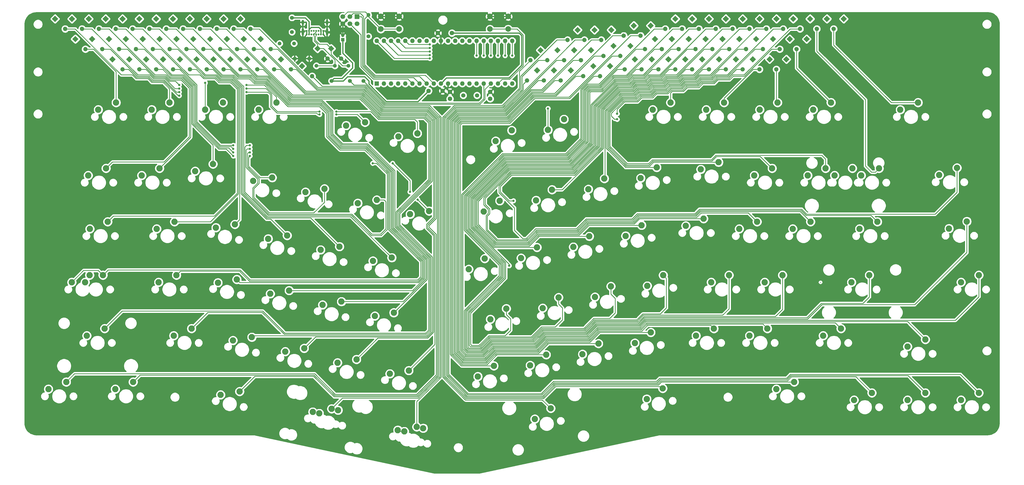
<source format=gbl>
G04 #@! TF.GenerationSoftware,KiCad,Pcbnew,(5.1.6)-1*
G04 #@! TF.CreationDate,2020-07-28T10:39:00-05:00*
G04 #@! TF.ProjectId,Bonsai,426f6e73-6169-42e6-9b69-6361645f7063,rev?*
G04 #@! TF.SameCoordinates,Original*
G04 #@! TF.FileFunction,Copper,L2,Bot*
G04 #@! TF.FilePolarity,Positive*
%FSLAX46Y46*%
G04 Gerber Fmt 4.6, Leading zero omitted, Abs format (unit mm)*
G04 Created by KiCad (PCBNEW (5.1.6)-1) date 2020-07-28 10:39:00*
%MOMM*%
%LPD*%
G01*
G04 APERTURE LIST*
G04 #@! TA.AperFunction,ComponentPad*
%ADD10C,1.600000*%
G04 #@! TD*
G04 #@! TA.AperFunction,ComponentPad*
%ADD11C,0.650000*%
G04 #@! TD*
G04 #@! TA.AperFunction,ComponentPad*
%ADD12O,0.900000X2.400000*%
G04 #@! TD*
G04 #@! TA.AperFunction,ComponentPad*
%ADD13O,0.900000X1.700000*%
G04 #@! TD*
G04 #@! TA.AperFunction,ComponentPad*
%ADD14R,1.600000X1.600000*%
G04 #@! TD*
G04 #@! TA.AperFunction,ComponentPad*
%ADD15O,1.600000X1.600000*%
G04 #@! TD*
G04 #@! TA.AperFunction,ComponentPad*
%ADD16C,2.250000*%
G04 #@! TD*
G04 #@! TA.AperFunction,ComponentPad*
%ADD17C,1.400000*%
G04 #@! TD*
G04 #@! TA.AperFunction,ComponentPad*
%ADD18C,0.100000*%
G04 #@! TD*
G04 #@! TA.AperFunction,ComponentPad*
%ADD19C,1.500000*%
G04 #@! TD*
G04 #@! TA.AperFunction,ComponentPad*
%ADD20C,2.000000*%
G04 #@! TD*
G04 #@! TA.AperFunction,ComponentPad*
%ADD21O,1.400000X1.400000*%
G04 #@! TD*
G04 #@! TA.AperFunction,ComponentPad*
%ADD22R,1.700000X1.700000*%
G04 #@! TD*
G04 #@! TA.AperFunction,ComponentPad*
%ADD23C,1.700000*%
G04 #@! TD*
G04 #@! TA.AperFunction,ComponentPad*
%ADD24R,1.200000X1.200000*%
G04 #@! TD*
G04 #@! TA.AperFunction,ComponentPad*
%ADD25C,1.200000*%
G04 #@! TD*
G04 #@! TA.AperFunction,ViaPad*
%ADD26C,0.800000*%
G04 #@! TD*
G04 #@! TA.AperFunction,Conductor*
%ADD27C,0.381000*%
G04 #@! TD*
G04 #@! TA.AperFunction,Conductor*
%ADD28C,0.254000*%
G04 #@! TD*
G04 #@! TA.AperFunction,Conductor*
%ADD29C,0.250000*%
G04 #@! TD*
G04 APERTURE END LIST*
D10*
G04 #@! TO.P,C5,2*
G04 #@! TO.N,GND*
X173749960Y-81399380D03*
G04 #@! TO.P,C5,1*
G04 #@! TO.N,+5V*
X178749960Y-81399380D03*
G04 #@! TD*
D11*
G04 #@! TO.P,USB1,A5*
G04 #@! TO.N,Net-(R4-Pad2)*
X131201796Y-81917569D03*
G04 #@! TO.P,USB1,A1*
G04 #@! TO.N,GND*
X132901796Y-81917569D03*
G04 #@! TO.P,USB1,A4*
G04 #@! TO.N,VCC*
X132051796Y-81917569D03*
G04 #@! TO.P,USB1,A6*
G04 #@! TO.N,Net-(D82-Pad1)*
X130351796Y-81917569D03*
G04 #@! TO.P,USB1,A7*
G04 #@! TO.N,Net-(D83-Pad1)*
X129501796Y-81917569D03*
G04 #@! TO.P,USB1,A8*
G04 #@! TO.N,Net-(USB1-PadA8)*
X128651796Y-81917569D03*
G04 #@! TO.P,USB1,A9*
G04 #@! TO.N,VCC*
X127801796Y-81917569D03*
G04 #@! TO.P,USB1,A12*
G04 #@! TO.N,GND*
X126951796Y-81917569D03*
G04 #@! TO.P,USB1,B12*
X132901796Y-80592569D03*
G04 #@! TO.P,USB1,B9*
G04 #@! TO.N,VCC*
X132046796Y-80592569D03*
G04 #@! TO.P,USB1,B8*
G04 #@! TO.N,Net-(USB1-PadB8)*
X131196796Y-80592569D03*
G04 #@! TO.P,USB1,B7*
G04 #@! TO.N,Net-(D83-Pad1)*
X130346796Y-80592569D03*
G04 #@! TO.P,USB1,B6*
G04 #@! TO.N,Net-(D82-Pad1)*
X129496796Y-80592569D03*
G04 #@! TO.P,USB1,B5*
G04 #@! TO.N,Net-(R5-Pad2)*
X128646796Y-80592569D03*
G04 #@! TO.P,USB1,B4*
G04 #@! TO.N,VCC*
X127796796Y-80592569D03*
G04 #@! TO.P,USB1,B1*
G04 #@! TO.N,GND*
X126946796Y-80592569D03*
D12*
G04 #@! TO.P,USB1,S1*
X134251796Y-80937569D03*
X125601796Y-80937569D03*
D13*
X134251796Y-77557569D03*
X125601796Y-77557569D03*
G04 #@! TD*
D14*
G04 #@! TO.P,U1,1*
G04 #@! TO.N,col0*
X151926186Y-99390349D03*
D15*
G04 #@! TO.P,U1,21*
G04 #@! TO.N,col14*
X200186186Y-84150349D03*
G04 #@! TO.P,U1,2*
G04 #@! TO.N,col1*
X154466186Y-99390349D03*
G04 #@! TO.P,U1,22*
G04 #@! TO.N,col13*
X197646186Y-84150349D03*
G04 #@! TO.P,U1,3*
G04 #@! TO.N,col2*
X157006186Y-99390349D03*
G04 #@! TO.P,U1,23*
G04 #@! TO.N,col12*
X195106186Y-84150349D03*
G04 #@! TO.P,U1,4*
G04 #@! TO.N,col3*
X159546186Y-99390349D03*
G04 #@! TO.P,U1,24*
G04 #@! TO.N,col11*
X192566186Y-84150349D03*
G04 #@! TO.P,U1,5*
G04 #@! TO.N,col4*
X162086186Y-99390349D03*
G04 #@! TO.P,U1,25*
G04 #@! TO.N,col10*
X190026186Y-84150349D03*
G04 #@! TO.P,U1,6*
G04 #@! TO.N,MOSI*
X164626186Y-99390349D03*
G04 #@! TO.P,U1,26*
G04 #@! TO.N,col9*
X187486186Y-84150349D03*
G04 #@! TO.P,U1,7*
G04 #@! TO.N,MISO*
X167166186Y-99390349D03*
G04 #@! TO.P,U1,27*
G04 #@! TO.N,Net-(U1-Pad27)*
X184946186Y-84150349D03*
G04 #@! TO.P,U1,8*
G04 #@! TO.N,SCK*
X169706186Y-99390349D03*
G04 #@! TO.P,U1,28*
G04 #@! TO.N,Net-(U1-Pad28)*
X182406186Y-84150349D03*
G04 #@! TO.P,U1,9*
G04 #@! TO.N,reset*
X172246186Y-99390349D03*
G04 #@! TO.P,U1,29*
G04 #@! TO.N,Net-(U1-Pad29)*
X179866186Y-84150349D03*
G04 #@! TO.P,U1,10*
G04 #@! TO.N,+5V*
X174786186Y-99390349D03*
G04 #@! TO.P,U1,30*
X177326186Y-84150349D03*
G04 #@! TO.P,U1,11*
G04 #@! TO.N,GND*
X177326186Y-99390349D03*
G04 #@! TO.P,U1,31*
X174786186Y-84150349D03*
G04 #@! TO.P,U1,12*
G04 #@! TO.N,Net-(C2-Pad1)*
X179866186Y-99390349D03*
G04 #@! TO.P,U1,32*
G04 #@! TO.N,Net-(U1-Pad32)*
X172246186Y-84150349D03*
G04 #@! TO.P,U1,13*
G04 #@! TO.N,Net-(C1-Pad1)*
X182406186Y-99390349D03*
G04 #@! TO.P,U1,33*
G04 #@! TO.N,Net-(U1-Pad33)*
X169706186Y-84150349D03*
G04 #@! TO.P,U1,14*
G04 #@! TO.N,col6*
X184946186Y-99390349D03*
G04 #@! TO.P,U1,34*
G04 #@! TO.N,Net-(U1-Pad34)*
X167166186Y-84150349D03*
G04 #@! TO.P,U1,15*
G04 #@! TO.N,col5*
X187486186Y-99390349D03*
G04 #@! TO.P,U1,35*
G04 #@! TO.N,row0*
X164626186Y-84150349D03*
G04 #@! TO.P,U1,16*
G04 #@! TO.N,D+*
X190026186Y-99390349D03*
G04 #@! TO.P,U1,36*
G04 #@! TO.N,row1*
X162086186Y-84150349D03*
G04 #@! TO.P,U1,17*
G04 #@! TO.N,D-*
X192566186Y-99390349D03*
G04 #@! TO.P,U1,37*
G04 #@! TO.N,row2*
X159546186Y-84150349D03*
G04 #@! TO.P,U1,18*
G04 #@! TO.N,boot*
X195106186Y-99390349D03*
G04 #@! TO.P,U1,38*
G04 #@! TO.N,row3*
X157006186Y-84150349D03*
G04 #@! TO.P,U1,19*
G04 #@! TO.N,col7*
X197646186Y-99390349D03*
G04 #@! TO.P,U1,39*
G04 #@! TO.N,row4*
X154466186Y-84150349D03*
G04 #@! TO.P,U1,20*
G04 #@! TO.N,col8*
X200186186Y-99390349D03*
G04 #@! TO.P,U1,40*
G04 #@! TO.N,row5*
X151926186Y-84150349D03*
G04 #@! TD*
D16*
G04 #@! TO.P,SW_RCTRL1,2*
G04 #@! TO.N,Net-(D66-Pad2)*
X300653347Y-205823969D03*
G04 #@! TO.P,SW_RCTRL1,1*
G04 #@! TO.N,col11*
X294303347Y-208363969D03*
G04 #@! TD*
D17*
G04 #@! TO.P,R4,1*
G04 #@! TO.N,GND*
X127890166Y-90502888D03*
G04 #@! TO.P,R4,2*
G04 #@! TO.N,Net-(R4-Pad2)*
G04 #@! TA.AperFunction,ComponentPad*
G36*
G01*
X122996987Y-85609709D02*
X122996987Y-85609709D01*
G75*
G02*
X122007037Y-85609709I-494975J494975D01*
G01*
X122007037Y-85609709D01*
G75*
G02*
X122007037Y-84619759I494975J494975D01*
G01*
X122007037Y-84619759D01*
G75*
G02*
X122996987Y-84619759I494975J-494975D01*
G01*
X122996987Y-84619759D01*
G75*
G02*
X122996987Y-85609709I-494975J-494975D01*
G01*
G37*
G04 #@! TD.AperFunction*
G04 #@! TD*
D16*
G04 #@! TO.P,SW_LSPC2,2*
G04 #@! TO.N,Net-(D27-Pad2)*
X135892330Y-215379078D03*
G04 #@! TO.P,SW_LSPC2,1*
G04 #@! TO.N,col4*
X129152997Y-216543334D03*
G04 #@! TD*
G04 #@! TO.P,SW_LALT1,2*
G04 #@! TO.N,Net-(D16-Pad2)*
X103092071Y-209226596D03*
G04 #@! TO.P,SW_LALT1,1*
G04 #@! TO.N,col2*
X96352738Y-210390852D03*
G04 #@! TD*
G04 #@! TO.P,SW_FN2,2*
G04 #@! TO.N,Net-(D33-Pad2)*
X166188794Y-221818793D03*
G04 #@! TO.P,SW_FN2,1*
G04 #@! TO.N,col5*
X159449461Y-222983049D03*
G04 #@! TD*
G04 #@! TO.P,SW_CPLKSTPD1,2*
G04 #@! TO.N,col0*
X49658167Y-167725288D03*
G04 #@! TO.P,SW_CPLKSTPD1,1*
G04 #@! TO.N,Net-(D2-Pad2)*
X43308167Y-170265288D03*
G04 #@! TD*
G04 #@! TO.P,SW_BKSP12,2*
G04 #@! TO.N,Net-(D84-Pad2)*
X330888166Y-129625291D03*
G04 #@! TO.P,SW_BKSP12,1*
G04 #@! TO.N,col14*
X324538166Y-132165291D03*
G04 #@! TD*
G04 #@! TO.P,SW_BKSP11,2*
G04 #@! TO.N,Net-(D73-Pad2)*
X311838165Y-129625289D03*
G04 #@! TO.P,SW_BKSP11,1*
G04 #@! TO.N,col13*
X305488165Y-132165289D03*
G04 #@! TD*
G04 #@! TO.P,D84,2*
G04 #@! TO.N,Net-(D84-Pad2)*
G04 #@! TA.AperFunction,ComponentPad*
G36*
G01*
X309278503Y-79339734D02*
X309278503Y-79339734D01*
G75*
G02*
X309278503Y-80471104I-565685J-565685D01*
G01*
X309278503Y-80471104D01*
G75*
G02*
X308147133Y-80471104I-565685J565685D01*
G01*
X308147133Y-80471104D01*
G75*
G02*
X308147133Y-79339734I565685J565685D01*
G01*
X308147133Y-79339734D01*
G75*
G02*
X309278503Y-79339734I565685J-565685D01*
G01*
G37*
G04 #@! TD.AperFunction*
G04 #@! TA.AperFunction,ComponentPad*
D18*
G04 #@! TO.P,D84,1*
G04 #@! TO.N,row0*
G36*
X312304920Y-75181946D02*
G01*
X313436291Y-76313317D01*
X312304920Y-77444688D01*
X311173549Y-76313317D01*
X312304920Y-75181946D01*
G37*
G04 #@! TD.AperFunction*
G04 #@! TD*
D16*
G04 #@! TO.P,SW_P1,2*
G04 #@! TO.N,Net-(D58-Pad2)*
X268377565Y-147594469D03*
G04 #@! TO.P,SW_P1,1*
G04 #@! TO.N,col10*
X262027565Y-150134469D03*
G04 #@! TD*
G04 #@! TO.P,SW_10,2*
G04 #@! TO.N,Net-(D57-Pad2)*
X251660012Y-129314904D03*
G04 #@! TO.P,SW_10,1*
G04 #@! TO.N,col10*
X245976870Y-133119639D03*
G04 #@! TD*
G04 #@! TO.P,SW_ENT1,2*
G04 #@! TO.N,Net-(D70-Pad2)*
X327418166Y-167725289D03*
G04 #@! TO.P,SW_ENT1,1*
G04 #@! TO.N,col12*
X321068166Y-170265289D03*
G04 #@! TD*
D19*
G04 #@! TO.P,Y1,1*
G04 #@! TO.N,Net-(C1-Pad1)*
X187653826Y-103624531D03*
G04 #@! TO.P,Y1,2*
G04 #@! TO.N,Net-(C2-Pad1)*
X182773826Y-103624531D03*
G04 #@! TD*
D16*
G04 #@! TO.P,SW_|1,2*
G04 #@! TO.N,Net-(D74-Pad2)*
X330298167Y-148675289D03*
G04 #@! TO.P,SW_|1,1*
G04 #@! TO.N,col13*
X323948167Y-151215289D03*
G04 #@! TD*
G04 #@! TO.P,SW_Z1,2*
G04 #@! TO.N,Net-(D9-Pad2)*
X85968166Y-186775289D03*
G04 #@! TO.P,SW_Z1,1*
G04 #@! TO.N,col1*
X79618166Y-189315289D03*
G04 #@! TD*
G04 #@! TO.P,SW_Y1,2*
G04 #@! TO.N,Net-(D36-Pad2)*
X190398874Y-161807055D03*
G04 #@! TO.P,SW_Y1,1*
G04 #@! TO.N,col6*
X184715732Y-165611790D03*
G04 #@! TD*
G04 #@! TO.P,SW_X1,2*
G04 #@! TO.N,Net-(D15-Pad2)*
X107463771Y-189860855D03*
G04 #@! TO.P,SW_X1,1*
G04 #@! TO.N,col2*
X100724438Y-191025111D03*
G04 #@! TD*
G04 #@! TO.P,SW_WIN1,2*
G04 #@! TO.N,Net-(D10-Pad2)*
X65162327Y-205826510D03*
G04 #@! TO.P,SW_WIN1,1*
G04 #@! TO.N,col1*
X58812327Y-208366510D03*
G04 #@! TD*
G04 #@! TO.P,SW_W1,2*
G04 #@! TO.N,Net-(D13-Pad2)*
X101413772Y-149620856D03*
G04 #@! TO.P,SW_W1,1*
G04 #@! TO.N,col2*
X94674439Y-150785112D03*
G04 #@! TD*
G04 #@! TO.P,SW_V1,2*
G04 #@! TO.N,Net-(D26-Pad2)*
X144731196Y-197782291D03*
G04 #@! TO.P,SW_V1,1*
G04 #@! TO.N,col4*
X137991863Y-198946547D03*
G04 #@! TD*
G04 #@! TO.P,SW_UP1,2*
G04 #@! TO.N,Net-(D75-Pad2)*
X347374106Y-190660169D03*
G04 #@! TO.P,SW_UP1,1*
G04 #@! TO.N,col13*
X341024106Y-193200169D03*
G04 #@! TD*
G04 #@! TO.P,SW_U1,2*
G04 #@! TO.N,Net-(D41-Pad2)*
X209032585Y-157846339D03*
G04 #@! TO.P,SW_U1,1*
G04 #@! TO.N,col7*
X203349443Y-161651074D03*
G04 #@! TD*
G04 #@! TO.P,SW_TAB1,2*
G04 #@! TO.N,Net-(D1-Pad2)*
X56108167Y-148675290D03*
G04 #@! TO.P,SW_TAB1,1*
G04 #@! TO.N,col0*
X49758167Y-151215290D03*
G04 #@! TD*
G04 #@! TO.P,SW_T1,2*
G04 #@! TO.N,Net-(D30-Pad2)*
X157314907Y-161503009D03*
G04 #@! TO.P,SW_T1,1*
G04 #@! TO.N,col5*
X150575574Y-162667265D03*
G04 #@! TD*
G04 #@! TO.P,SW_SLSH1,2*
G04 #@! TO.N,Net-(D65-Pad2)*
X291108166Y-186775289D03*
G04 #@! TO.P,SW_SLSH1,1*
G04 #@! TO.N,col11*
X284758166Y-189315289D03*
G04 #@! TD*
G04 #@! TO.P,SW_SCLN1,2*
G04 #@! TO.N,Net-(D59-Pad2)*
X277418165Y-167725291D03*
G04 #@! TO.P,SW_SCLN1,1*
G04 #@! TO.N,col10*
X271068165Y-170265291D03*
G04 #@! TD*
G04 #@! TO.P,SW_S1,2*
G04 #@! TO.N,Net-(D14-Pad2)*
X102113773Y-169250855D03*
G04 #@! TO.P,SW_S1,1*
G04 #@! TO.N,col2*
X95374440Y-170415111D03*
G04 #@! TD*
G04 #@! TO.P,SW_RSPC1,2*
G04 #@! TO.N,Net-(D44-Pad2)*
X213923330Y-215231604D03*
G04 #@! TO.P,SW_RSPC1,1*
G04 #@! TO.N,col7*
X208240188Y-219036339D03*
G04 #@! TD*
G04 #@! TO.P,SW_RSHFT1,2*
G04 #@! TO.N,Net-(D71-Pad2)*
X317303167Y-186775288D03*
G04 #@! TO.P,SW_RSHFT1,1*
G04 #@! TO.N,col12*
X310953167Y-189315288D03*
G04 #@! TD*
G04 #@! TO.P,SW_RGHT1,1*
G04 #@! TO.N,col14*
X360074105Y-212250170D03*
G04 #@! TO.P,SW_RGHT1,2*
G04 #@! TO.N,Net-(D81-Pad2)*
X366424105Y-209710170D03*
G04 #@! TD*
G04 #@! TO.P,SW_RALT1,2*
G04 #@! TO.N,Net-(D55-Pad2)*
X253793711Y-208096745D03*
G04 #@! TO.P,SW_RALT1,1*
G04 #@! TO.N,col9*
X248110569Y-211901480D03*
G04 #@! TD*
G04 #@! TO.P,SW_R1,2*
G04 #@! TO.N,Net-(D24-Pad2)*
X138681193Y-157542290D03*
G04 #@! TO.P,SW_R1,1*
G04 #@! TO.N,col4*
X131941860Y-158706546D03*
G04 #@! TD*
G04 #@! TO.P,SW_Q1,2*
G04 #@! TO.N,Net-(D7-Pad2)*
X79918165Y-148675288D03*
G04 #@! TO.P,SW_Q1,1*
G04 #@! TO.N,col1*
X73568165Y-151215288D03*
G04 #@! TD*
G04 #@! TO.P,SW_PRD1,2*
G04 #@! TO.N,Net-(D60-Pad2)*
X272058165Y-186775289D03*
G04 #@! TO.P,SW_PRD1,1*
G04 #@! TO.N,col10*
X265708165Y-189315289D03*
G04 #@! TD*
G04 #@! TO.P,SW_PLUS1,2*
G04 #@! TO.N,Net-(D68-Pad2)*
X292788167Y-129625290D03*
G04 #@! TO.P,SW_PLUS1,1*
G04 #@! TO.N,col12*
X286438167Y-132165290D03*
G04 #@! TD*
G04 #@! TO.P,SW_O1,2*
G04 #@! TO.N,Net-(D52-Pad2)*
X246300010Y-149924903D03*
G04 #@! TO.P,SW_O1,1*
G04 #@! TO.N,col9*
X240616868Y-153729638D03*
G04 #@! TD*
G04 #@! TO.P,SW_N1,2*
G04 #@! TO.N,Net-(D43-Pad2)*
X212292585Y-196106339D03*
G04 #@! TO.P,SW_N1,1*
G04 #@! TO.N,col7*
X206609443Y-199911074D03*
G04 #@! TD*
G04 #@! TO.P,SW_M4,2*
G04 #@! TO.N,Net-(D80-Pad2)*
X366424105Y-167725290D03*
G04 #@! TO.P,SW_M4,1*
G04 #@! TO.N,col14*
X360074105Y-170265290D03*
G04 #@! TD*
G04 #@! TO.P,SW_M5,2*
G04 #@! TO.N,Net-(D49-Pad2)*
X230921217Y-192117680D03*
G04 #@! TO.P,SW_M5,1*
G04 #@! TO.N,col8*
X225238075Y-195922415D03*
G04 #@! TD*
G04 #@! TO.P,SW_M3,2*
G04 #@! TO.N,Net-(D79-Pad2)*
X362144206Y-148564750D03*
G04 #@! TO.P,SW_M3,1*
G04 #@! TO.N,col14*
X355794206Y-151104750D03*
G04 #@! TD*
G04 #@! TO.P,SW_M2,2*
G04 #@! TO.N,Net-(D78-Pad2)*
X358613605Y-129484269D03*
G04 #@! TO.P,SW_M2,1*
G04 #@! TO.N,col14*
X352263605Y-132024269D03*
G04 #@! TD*
G04 #@! TO.P,SW_M1,2*
G04 #@! TO.N,Net-(D77-Pad2)*
X344778227Y-106174689D03*
G04 #@! TO.P,SW_M1,1*
G04 #@! TO.N,col14*
X338428227Y-108714689D03*
G04 #@! TD*
G04 #@! TO.P,SW_LSPC1,2*
G04 #@! TO.N,Net-(D27-Pad2)*
X138183774Y-215870855D03*
G04 #@! TO.P,SW_LSPC1,1*
G04 #@! TO.N,col4*
X131444441Y-217035111D03*
G04 #@! TD*
G04 #@! TO.P,SW_LSHFT1,2*
G04 #@! TO.N,Net-(D3-Pad2)*
X55018165Y-186775288D03*
G04 #@! TO.P,SW_LSHFT1,1*
G04 #@! TO.N,col0*
X48668165Y-189315288D03*
G04 #@! TD*
G04 #@! TO.P,SW_LEFT1,2*
G04 #@! TO.N,Net-(D72-Pad2)*
X328324105Y-209710168D03*
G04 #@! TO.P,SW_LEFT1,1*
G04 #@! TO.N,col12*
X321974105Y-212250168D03*
G04 #@! TD*
G04 #@! TO.P,SW_LCTRL1,2*
G04 #@! TO.N,Net-(D4-Pad2)*
X41349826Y-205826508D03*
G04 #@! TO.P,SW_LCTRL1,1*
G04 #@! TO.N,col0*
X34999826Y-208366508D03*
G04 #@! TD*
G04 #@! TO.P,SW_L1,2*
G04 #@! TO.N,Net-(D53-Pad2)*
X253990369Y-167767944D03*
G04 #@! TO.P,SW_L1,1*
G04 #@! TO.N,col9*
X248307227Y-171572679D03*
G04 #@! TD*
G04 #@! TO.P,SW_K1,2*
G04 #@! TO.N,Net-(D48-Pad2)*
X235356658Y-171728661D03*
G04 #@! TO.P,SW_K1,1*
G04 #@! TO.N,col8*
X229673516Y-175533396D03*
G04 #@! TD*
G04 #@! TO.P,SW_J1,2*
G04 #@! TO.N,Net-(D42-Pad2)*
X216722949Y-175689379D03*
G04 #@! TO.P,SW_J1,1*
G04 #@! TO.N,col7*
X211039807Y-179494114D03*
G04 #@! TD*
G04 #@! TO.P,SW_I1,2*
G04 #@! TO.N,Net-(D47-Pad2)*
X227666299Y-153885619D03*
G04 #@! TO.P,SW_I1,1*
G04 #@! TO.N,col8*
X221983157Y-157690354D03*
G04 #@! TD*
G04 #@! TO.P,SW_H1,2*
G04 #@! TO.N,Net-(D37-Pad2)*
X198089235Y-179650096D03*
G04 #@! TO.P,SW_H1,1*
G04 #@! TO.N,col6*
X192406093Y-183454831D03*
G04 #@! TD*
G04 #@! TO.P,SW_G1,2*
G04 #@! TO.N,Net-(D31-Pad2)*
X158014906Y-181133007D03*
G04 #@! TO.P,SW_G1,1*
G04 #@! TO.N,col5*
X151275573Y-182297263D03*
G04 #@! TD*
G04 #@! TO.P,SW_FN1,2*
G04 #@! TO.N,Net-(D33-Pad2)*
X168503772Y-222310854D03*
G04 #@! TO.P,SW_FN1,1*
G04 #@! TO.N,col5*
X161764439Y-223475110D03*
G04 #@! TD*
G04 #@! TO.P,SW_F13,2*
G04 #@! TO.N,Net-(D25-Pad2)*
X139381195Y-177172290D03*
G04 #@! TO.P,SW_F13,1*
G04 #@! TO.N,col4*
X132641862Y-178336546D03*
G04 #@! TD*
G04 #@! TO.P,SW_F12,2*
G04 #@! TO.N,Net-(D67-Pad2)*
X313764826Y-106174689D03*
G04 #@! TO.P,SW_F12,1*
G04 #@! TO.N,col12*
X307414826Y-108714689D03*
G04 #@! TD*
G04 #@! TO.P,SW_F11,2*
G04 #@! TO.N,Net-(D61-Pad2)*
X294714825Y-106174689D03*
G04 #@! TO.P,SW_F11,1*
G04 #@! TO.N,col11*
X288364825Y-108714689D03*
G04 #@! TD*
G04 #@! TO.P,SW_F10,2*
G04 #@! TO.N,Net-(D56-Pad2)*
X275664827Y-106174689D03*
G04 #@! TO.P,SW_F10,1*
G04 #@! TO.N,col10*
X269314827Y-108714689D03*
G04 #@! TD*
G04 #@! TO.P,SW_F9,2*
G04 #@! TO.N,Net-(D50-Pad2)*
X256614827Y-106174689D03*
G04 #@! TO.P,SW_F9,1*
G04 #@! TO.N,col9*
X250264827Y-108714689D03*
G04 #@! TD*
G04 #@! TO.P,SW_F8,2*
G04 #@! TO.N,Net-(D45-Pad2)*
X218642652Y-112145704D03*
G04 #@! TO.P,SW_F8,1*
G04 #@! TO.N,col8*
X212959510Y-115950439D03*
G04 #@! TD*
G04 #@! TO.P,SW_F7,2*
G04 #@! TO.N,Net-(D39-Pad2)*
X200009210Y-116105562D03*
G04 #@! TO.P,SW_F7,1*
G04 #@! TO.N,col7*
X194326068Y-119910297D03*
G04 #@! TD*
G04 #@! TO.P,SW_F6,2*
G04 #@! TO.N,Net-(D34-Pad2)*
X166404113Y-117156677D03*
G04 #@! TO.P,SW_F6,1*
G04 #@! TO.N,col6*
X159664780Y-118320933D03*
G04 #@! TD*
G04 #@! TO.P,SW_F5,2*
G04 #@! TO.N,Net-(D28-Pad2)*
X147770673Y-113194277D03*
G04 #@! TO.P,SW_F5,1*
G04 #@! TO.N,col5*
X141031340Y-114358533D03*
G04 #@! TD*
G04 #@! TO.P,SW_F4,2*
G04 #@! TO.N,Net-(D22-Pad2)*
X116241725Y-106174689D03*
G04 #@! TO.P,SW_F4,1*
G04 #@! TO.N,col4*
X109891725Y-108714689D03*
G04 #@! TD*
G04 #@! TO.P,SW_F3,2*
G04 #@! TO.N,Net-(D17-Pad2)*
X97191726Y-106174689D03*
G04 #@! TO.P,SW_F3,1*
G04 #@! TO.N,col3*
X90841726Y-108714689D03*
G04 #@! TD*
G04 #@! TO.P,SW_F2,2*
G04 #@! TO.N,Net-(D11-Pad2)*
X78162045Y-106174691D03*
G04 #@! TO.P,SW_F2,1*
G04 #@! TO.N,col2*
X71812045Y-108714691D03*
G04 #@! TD*
G04 #@! TO.P,SW_F1,2*
G04 #@! TO.N,Net-(D5-Pad2)*
X59112047Y-106174690D03*
G04 #@! TO.P,SW_F1,1*
G04 #@! TO.N,col1*
X52762047Y-108714690D03*
G04 #@! TD*
G04 #@! TO.P,SW_ESC1,2*
G04 #@! TO.N,Net-(D0-Pad2)*
X55508165Y-129625287D03*
G04 #@! TO.P,SW_ESC1,1*
G04 #@! TO.N,col0*
X49158165Y-132165287D03*
G04 #@! TD*
G04 #@! TO.P,SW_E1,2*
G04 #@! TO.N,Net-(D19-Pad2)*
X120047482Y-153581573D03*
G04 #@! TO.P,SW_E1,1*
G04 #@! TO.N,col3*
X113308149Y-154745829D03*
G04 #@! TD*
G04 #@! TO.P,SW_DOWN1,2*
G04 #@! TO.N,Net-(D76-Pad2)*
X347374106Y-209710169D03*
G04 #@! TO.P,SW_DOWN1,1*
G04 #@! TO.N,col13*
X341024106Y-212250169D03*
G04 #@! TD*
G04 #@! TO.P,SW_DASH1,2*
G04 #@! TO.N,Net-(D62-Pad2)*
X273731886Y-127467509D03*
G04 #@! TO.P,SW_DASH1,1*
G04 #@! TO.N,col11*
X267381886Y-130007509D03*
G04 #@! TD*
G04 #@! TO.P,SW_D1,2*
G04 #@! TO.N,Net-(D20-Pad2)*
X120747483Y-173211574D03*
G04 #@! TO.P,SW_D1,1*
G04 #@! TO.N,col3*
X114008150Y-174375830D03*
G04 #@! TD*
G04 #@! TO.P,SW_CPLK1,2*
G04 #@! TO.N,Net-(D2-Pad2)*
X54420486Y-167725290D03*
G04 #@! TO.P,SW_CPLK1,1*
G04 #@! TO.N,col0*
X48070486Y-170265290D03*
G04 #@! TD*
G04 #@! TO.P,SW_COMMA1,2*
G04 #@! TO.N,Net-(D54-Pad2)*
X249554929Y-188156963D03*
G04 #@! TO.P,SW_COMMA1,1*
G04 #@! TO.N,col9*
X243871787Y-191961698D03*
G04 #@! TD*
G04 #@! TO.P,SW_C1,2*
G04 #@! TO.N,Net-(D21-Pad2)*
X126097482Y-193821571D03*
G04 #@! TO.P,SW_C1,1*
G04 #@! TO.N,col3*
X119358149Y-194985827D03*
G04 #@! TD*
G04 #@! TO.P,SW_BKSP1,2*
G04 #@! TO.N,Net-(D73-Pad2)*
X321363166Y-129625290D03*
G04 #@! TO.P,SW_BKSP1,1*
G04 #@! TO.N,col13*
X315013166Y-132165290D03*
G04 #@! TD*
G04 #@! TO.P,SW_B_RIGHT1,2*
G04 #@! TO.N,Net-(D38-Pad2)*
X193658874Y-200067056D03*
G04 #@! TO.P,SW_B_RIGHT1,1*
G04 #@! TO.N,col6*
X187975732Y-203871791D03*
G04 #@! TD*
G04 #@! TO.P,SW_B_LEFT1,2*
G04 #@! TO.N,Net-(D32-Pad2)*
X163364906Y-201743008D03*
G04 #@! TO.P,SW_B_LEFT1,1*
G04 #@! TO.N,col5*
X156625573Y-202907264D03*
G04 #@! TD*
G04 #@! TO.P,SW_APST1,2*
G04 #@! TO.N,Net-(D64-Pad2)*
X296468167Y-167725291D03*
G04 #@! TO.P,SW_APST1,1*
G04 #@! TO.N,col11*
X290118167Y-170265291D03*
G04 #@! TD*
G04 #@! TO.P,SW_A1,2*
G04 #@! TO.N,Net-(D8-Pad2)*
X80618167Y-167725288D03*
G04 #@! TO.P,SW_A1,1*
G04 #@! TO.N,col1*
X74268167Y-170265288D03*
G04 #@! TD*
G04 #@! TO.P,SW_]1,2*
G04 #@! TO.N,Net-(D69-Pad2)*
X306478165Y-148675289D03*
G04 #@! TO.P,SW_]1,1*
G04 #@! TO.N,col12*
X300128165Y-151215289D03*
G04 #@! TD*
G04 #@! TO.P,SW_[1,2*
G04 #@! TO.N,Net-(D63-Pad2)*
X287428167Y-148675286D03*
G04 #@! TO.P,SW_[1,1*
G04 #@! TO.N,col11*
X281078167Y-151215286D03*
G04 #@! TD*
G04 #@! TO.P,SW_9,2*
G04 #@! TO.N,Net-(D51-Pad2)*
X233026300Y-133275621D03*
G04 #@! TO.P,SW_9,1*
G04 #@! TO.N,col9*
X227343158Y-137080356D03*
G04 #@! TD*
G04 #@! TO.P,SW_8,2*
G04 #@! TO.N,Net-(D46-Pad2)*
X214392585Y-137236338D03*
G04 #@! TO.P,SW_8,1*
G04 #@! TO.N,col8*
X208709443Y-141041073D03*
G04 #@! TD*
G04 #@! TO.P,SW_7,2*
G04 #@! TO.N,Net-(D40-Pad2)*
X195758874Y-141197055D03*
G04 #@! TO.P,SW_7,1*
G04 #@! TO.N,col7*
X190075732Y-145001790D03*
G04 #@! TD*
G04 #@! TO.P,SW_6,2*
G04 #@! TO.N,Net-(D35-Pad2)*
X170592573Y-144850294D03*
G04 #@! TO.P,SW_6,1*
G04 #@! TO.N,col6*
X163853240Y-146014550D03*
G04 #@! TD*
G04 #@! TO.P,SW_5,2*
G04 #@! TO.N,Net-(D29-Pad2)*
X151961195Y-140892290D03*
G04 #@! TO.P,SW_5,1*
G04 #@! TO.N,col5*
X145221862Y-142056546D03*
G04 #@! TD*
G04 #@! TO.P,SW_4,2*
G04 #@! TO.N,Net-(D23-Pad2)*
X133327482Y-136931572D03*
G04 #@! TO.P,SW_4,1*
G04 #@! TO.N,col4*
X126588149Y-138095828D03*
G04 #@! TD*
G04 #@! TO.P,SW_3,2*
G04 #@! TO.N,Net-(D18-Pad2)*
X114693773Y-132970855D03*
G04 #@! TO.P,SW_3,1*
G04 #@! TO.N,col3*
X107954440Y-134135111D03*
G04 #@! TD*
G04 #@! TO.P,SW_2,2*
G04 #@! TO.N,Net-(D12-Pad2)*
X93607786Y-128107590D03*
G04 #@! TO.P,SW_2,1*
G04 #@! TO.N,col2*
X87257786Y-130647590D03*
G04 #@! TD*
G04 #@! TO.P,SW_1,2*
G04 #@! TO.N,Net-(D6-Pad2)*
X74558165Y-129625288D03*
G04 #@! TO.P,SW_1,1*
G04 #@! TO.N,col1*
X68208165Y-132165288D03*
G04 #@! TD*
D20*
G04 #@! TO.P,RESET1,1*
G04 #@! TO.N,GND*
X159920975Y-75458471D03*
G04 #@! TO.P,RESET1,2*
G04 #@! TO.N,reset*
X159920975Y-79958471D03*
G04 #@! TO.P,RESET1,1*
G04 #@! TO.N,GND*
X153420975Y-75458471D03*
G04 #@! TO.P,RESET1,2*
G04 #@! TO.N,reset*
X153420975Y-79958471D03*
G04 #@! TD*
D17*
G04 #@! TO.P,R6,1*
G04 #@! TO.N,+5V*
X149022966Y-82578089D03*
D21*
G04 #@! TO.P,R6,2*
G04 #@! TO.N,reset*
X149022966Y-74958089D03*
G04 #@! TD*
D17*
G04 #@! TO.P,R5,1*
G04 #@! TO.N,GND*
X122733966Y-90502888D03*
G04 #@! TO.P,R5,2*
G04 #@! TO.N,Net-(R5-Pad2)*
G04 #@! TA.AperFunction,ComponentPad*
G36*
G01*
X117840787Y-85609709D02*
X117840787Y-85609709D01*
G75*
G02*
X116850837Y-85609709I-494975J494975D01*
G01*
X116850837Y-85609709D01*
G75*
G02*
X116850837Y-84619759I494975J494975D01*
G01*
X116850837Y-84619759D01*
G75*
G02*
X117840787Y-84619759I494975J-494975D01*
G01*
X117840787Y-84619759D01*
G75*
G02*
X117840787Y-85609709I-494975J-494975D01*
G01*
G37*
G04 #@! TD.AperFunction*
G04 #@! TD*
G04 #@! TO.P,R3,1*
G04 #@! TO.N,D-*
X142418966Y-98453089D03*
G04 #@! TO.P,R3,2*
G04 #@! TO.N,Net-(D83-Pad1)*
G04 #@! TA.AperFunction,ComponentPad*
G36*
G01*
X137525787Y-93559910D02*
X137525787Y-93559910D01*
G75*
G02*
X136535837Y-93559910I-494975J494975D01*
G01*
X136535837Y-93559910D01*
G75*
G02*
X136535837Y-92569960I494975J494975D01*
G01*
X136535837Y-92569960D01*
G75*
G02*
X137525787Y-92569960I494975J-494975D01*
G01*
X137525787Y-92569960D01*
G75*
G02*
X137525787Y-93559910I-494975J-494975D01*
G01*
G37*
G04 #@! TD.AperFunction*
G04 #@! TD*
G04 #@! TO.P,R2,1*
G04 #@! TO.N,D+*
X147244966Y-98453091D03*
G04 #@! TO.P,R2,2*
G04 #@! TO.N,Net-(D82-Pad1)*
G04 #@! TA.AperFunction,ComponentPad*
G36*
G01*
X142351787Y-93559912D02*
X142351787Y-93559912D01*
G75*
G02*
X141361837Y-93559912I-494975J494975D01*
G01*
X141361837Y-93559912D01*
G75*
G02*
X141361837Y-92569962I494975J494975D01*
G01*
X141361837Y-92569962D01*
G75*
G02*
X142351787Y-92569962I494975J-494975D01*
G01*
X142351787Y-92569962D01*
G75*
G02*
X142351787Y-93559912I-494975J-494975D01*
G01*
G37*
G04 #@! TD.AperFunction*
G04 #@! TD*
G04 #@! TO.P,R1,1*
G04 #@! TO.N,+5V*
X135840366Y-98453090D03*
G04 #@! TO.P,R1,2*
G04 #@! TO.N,Net-(D83-Pad1)*
G04 #@! TA.AperFunction,ComponentPad*
G36*
G01*
X130947187Y-93559911D02*
X130947187Y-93559911D01*
G75*
G02*
X129957237Y-93559911I-494975J494975D01*
G01*
X129957237Y-93559911D01*
G75*
G02*
X129957237Y-92569961I494975J494975D01*
G01*
X129957237Y-92569961D01*
G75*
G02*
X130947187Y-92569961I494975J-494975D01*
G01*
X130947187Y-92569961D01*
G75*
G02*
X130947187Y-93559911I-494975J-494975D01*
G01*
G37*
G04 #@! TD.AperFunction*
G04 #@! TD*
D22*
G04 #@! TO.P,J1,1*
G04 #@! TO.N,MISO*
X144969127Y-75534669D03*
D23*
G04 #@! TO.P,J1,2*
G04 #@! TO.N,+5V*
X144969127Y-78074669D03*
G04 #@! TO.P,J1,3*
G04 #@! TO.N,SCK*
X142429127Y-75534669D03*
G04 #@! TO.P,J1,4*
G04 #@! TO.N,MOSI*
X142429127Y-78074669D03*
G04 #@! TO.P,J1,5*
G04 #@! TO.N,reset*
X139889127Y-75534669D03*
G04 #@! TO.P,J1,6*
G04 #@! TO.N,GND*
X139889127Y-78074669D03*
G04 #@! TD*
D17*
G04 #@! TO.P,F1,2*
G04 #@! TO.N,VCC*
X121766226Y-75923451D03*
G04 #@! TO.P,F1,1*
G04 #@! TO.N,+5V*
X121766226Y-81023451D03*
G04 #@! TD*
G04 #@! TO.P,D83,2*
G04 #@! TO.N,GND*
G04 #@! TA.AperFunction,ComponentPad*
G36*
G01*
X133897408Y-89931532D02*
X133897408Y-89931532D01*
G75*
G02*
X135028778Y-89931532I565685J-565685D01*
G01*
X135028778Y-89931532D01*
G75*
G02*
X135028778Y-91062902I-565685J-565685D01*
G01*
X135028778Y-91062902D01*
G75*
G02*
X133897408Y-91062902I-565685J565685D01*
G01*
X133897408Y-91062902D01*
G75*
G02*
X133897408Y-89931532I565685J565685D01*
G01*
G37*
G04 #@! TD.AperFunction*
G04 #@! TA.AperFunction,ComponentPad*
D18*
G04 #@! TO.P,D83,1*
G04 #@! TO.N,Net-(D83-Pad1)*
G36*
X129739620Y-86905115D02*
G01*
X130870991Y-85773744D01*
X132002362Y-86905115D01*
X130870991Y-88036486D01*
X129739620Y-86905115D01*
G37*
G04 #@! TD.AperFunction*
G04 #@! TD*
G04 #@! TO.P,D82,2*
G04 #@! TO.N,GND*
G04 #@! TA.AperFunction,ComponentPad*
G36*
G01*
X138723408Y-89931533D02*
X138723408Y-89931533D01*
G75*
G02*
X139854778Y-89931533I565685J-565685D01*
G01*
X139854778Y-89931533D01*
G75*
G02*
X139854778Y-91062903I-565685J-565685D01*
G01*
X139854778Y-91062903D01*
G75*
G02*
X138723408Y-91062903I-565685J565685D01*
G01*
X138723408Y-91062903D01*
G75*
G02*
X138723408Y-89931533I565685J565685D01*
G01*
G37*
G04 #@! TD.AperFunction*
G04 #@! TA.AperFunction,ComponentPad*
G04 #@! TO.P,D82,1*
G04 #@! TO.N,Net-(D82-Pad1)*
G36*
X134565620Y-86905116D02*
G01*
X135696991Y-85773745D01*
X136828362Y-86905116D01*
X135696991Y-88036487D01*
X134565620Y-86905116D01*
G37*
G04 #@! TD.AperFunction*
G04 #@! TD*
G04 #@! TO.P,D81,2*
G04 #@! TO.N,Net-(D81-Pad2)*
G04 #@! TA.AperFunction,ComponentPad*
G36*
G01*
X219269583Y-90513833D02*
X219269583Y-90513833D01*
G75*
G02*
X219269583Y-91645203I-565685J-565685D01*
G01*
X219269583Y-91645203D01*
G75*
G02*
X218138213Y-91645203I-565685J565685D01*
G01*
X218138213Y-91645203D01*
G75*
G02*
X218138213Y-90513833I565685J565685D01*
G01*
X218138213Y-90513833D01*
G75*
G02*
X219269583Y-90513833I565685J-565685D01*
G01*
G37*
G04 #@! TD.AperFunction*
G04 #@! TA.AperFunction,ComponentPad*
G04 #@! TO.P,D81,1*
G04 #@! TO.N,row5*
G36*
X222296000Y-86356045D02*
G01*
X223427371Y-87487416D01*
X222296000Y-88618787D01*
X221164629Y-87487416D01*
X222296000Y-86356045D01*
G37*
G04 #@! TD.AperFunction*
G04 #@! TD*
G04 #@! TO.P,D80,2*
G04 #@! TO.N,Net-(D80-Pad2)*
G04 #@! TA.AperFunction,ComponentPad*
G36*
G01*
X239269584Y-88991732D02*
X239269584Y-88991732D01*
G75*
G02*
X239269584Y-90123102I-565685J-565685D01*
G01*
X239269584Y-90123102D01*
G75*
G02*
X238138214Y-90123102I-565685J565685D01*
G01*
X238138214Y-90123102D01*
G75*
G02*
X238138214Y-88991732I565685J565685D01*
G01*
X238138214Y-88991732D01*
G75*
G02*
X239269584Y-88991732I565685J-565685D01*
G01*
G37*
G04 #@! TD.AperFunction*
G04 #@! TA.AperFunction,ComponentPad*
G04 #@! TO.P,D80,1*
G04 #@! TO.N,row4*
G36*
X242296001Y-84833944D02*
G01*
X243427372Y-85965315D01*
X242296001Y-87096686D01*
X241164630Y-85965315D01*
X242296001Y-84833944D01*
G37*
G04 #@! TD.AperFunction*
G04 #@! TD*
G04 #@! TO.P,D79,2*
G04 #@! TO.N,Net-(D79-Pad2)*
G04 #@! TA.AperFunction,ComponentPad*
G36*
G01*
X232055982Y-96205333D02*
X232055982Y-96205333D01*
G75*
G02*
X232055982Y-97336703I-565685J-565685D01*
G01*
X232055982Y-97336703D01*
G75*
G02*
X230924612Y-97336703I-565685J565685D01*
G01*
X230924612Y-97336703D01*
G75*
G02*
X230924612Y-96205333I565685J565685D01*
G01*
X230924612Y-96205333D01*
G75*
G02*
X232055982Y-96205333I565685J-565685D01*
G01*
G37*
G04 #@! TD.AperFunction*
G04 #@! TA.AperFunction,ComponentPad*
G04 #@! TO.P,D79,1*
G04 #@! TO.N,row3*
G36*
X235082399Y-92047545D02*
G01*
X236213770Y-93178916D01*
X235082399Y-94310287D01*
X233951028Y-93178916D01*
X235082399Y-92047545D01*
G37*
G04 #@! TD.AperFunction*
G04 #@! TD*
G04 #@! TO.P,D78,2*
G04 #@! TO.N,Net-(D78-Pad2)*
G04 #@! TA.AperFunction,ComponentPad*
G36*
G01*
X285278504Y-79339731D02*
X285278504Y-79339731D01*
G75*
G02*
X285278504Y-80471101I-565685J-565685D01*
G01*
X285278504Y-80471101D01*
G75*
G02*
X284147134Y-80471101I-565685J565685D01*
G01*
X284147134Y-80471101D01*
G75*
G02*
X284147134Y-79339731I565685J565685D01*
G01*
X284147134Y-79339731D01*
G75*
G02*
X285278504Y-79339731I565685J-565685D01*
G01*
G37*
G04 #@! TD.AperFunction*
G04 #@! TA.AperFunction,ComponentPad*
G04 #@! TO.P,D78,1*
G04 #@! TO.N,row2*
G36*
X288304921Y-75181943D02*
G01*
X289436292Y-76313314D01*
X288304921Y-77444685D01*
X287173550Y-76313314D01*
X288304921Y-75181943D01*
G37*
G04 #@! TD.AperFunction*
G04 #@! TD*
G04 #@! TO.P,D77,2*
G04 #@! TO.N,Net-(D77-Pad2)*
G04 #@! TA.AperFunction,ComponentPad*
G36*
G01*
X315278503Y-79339734D02*
X315278503Y-79339734D01*
G75*
G02*
X315278503Y-80471104I-565685J-565685D01*
G01*
X315278503Y-80471104D01*
G75*
G02*
X314147133Y-80471104I-565685J565685D01*
G01*
X314147133Y-80471104D01*
G75*
G02*
X314147133Y-79339734I565685J565685D01*
G01*
X314147133Y-79339734D01*
G75*
G02*
X315278503Y-79339734I565685J-565685D01*
G01*
G37*
G04 #@! TD.AperFunction*
G04 #@! TA.AperFunction,ComponentPad*
G04 #@! TO.P,D77,1*
G04 #@! TO.N,row1*
G36*
X318304920Y-75181946D02*
G01*
X319436291Y-76313317D01*
X318304920Y-77444688D01*
X317173549Y-76313317D01*
X318304920Y-75181946D01*
G37*
G04 #@! TD.AperFunction*
G04 #@! TD*
G04 #@! TO.P,D76,2*
G04 #@! TO.N,Net-(D76-Pad2)*
G04 #@! TA.AperFunction,ComponentPad*
G36*
G01*
X226483183Y-83300232D02*
X226483183Y-83300232D01*
G75*
G02*
X226483183Y-84431602I-565685J-565685D01*
G01*
X226483183Y-84431602D01*
G75*
G02*
X225351813Y-84431602I-565685J565685D01*
G01*
X225351813Y-84431602D01*
G75*
G02*
X225351813Y-83300232I565685J565685D01*
G01*
X225351813Y-83300232D01*
G75*
G02*
X226483183Y-83300232I565685J-565685D01*
G01*
G37*
G04 #@! TD.AperFunction*
G04 #@! TA.AperFunction,ComponentPad*
G04 #@! TO.P,D76,1*
G04 #@! TO.N,row5*
G36*
X229509600Y-79142444D02*
G01*
X230640971Y-80273815D01*
X229509600Y-81405186D01*
X228378229Y-80273815D01*
X229509600Y-79142444D01*
G37*
G04 #@! TD.AperFunction*
G04 #@! TD*
G04 #@! TO.P,D75,2*
G04 #@! TO.N,Net-(D75-Pad2)*
G04 #@! TA.AperFunction,ComponentPad*
G36*
G01*
X246483183Y-81778132D02*
X246483183Y-81778132D01*
G75*
G02*
X246483183Y-82909502I-565685J-565685D01*
G01*
X246483183Y-82909502D01*
G75*
G02*
X245351813Y-82909502I-565685J565685D01*
G01*
X245351813Y-82909502D01*
G75*
G02*
X245351813Y-81778132I565685J565685D01*
G01*
X245351813Y-81778132D01*
G75*
G02*
X246483183Y-81778132I565685J-565685D01*
G01*
G37*
G04 #@! TD.AperFunction*
G04 #@! TA.AperFunction,ComponentPad*
G04 #@! TO.P,D75,1*
G04 #@! TO.N,row4*
G36*
X249509600Y-77620344D02*
G01*
X250640971Y-78751715D01*
X249509600Y-79883086D01*
X248378229Y-78751715D01*
X249509600Y-77620344D01*
G37*
G04 #@! TD.AperFunction*
G04 #@! TD*
G04 #@! TO.P,D74,2*
G04 #@! TO.N,Net-(D74-Pad2)*
G04 #@! TA.AperFunction,ComponentPad*
G36*
G01*
X264851304Y-93766932D02*
X264851304Y-93766932D01*
G75*
G02*
X264851304Y-94898302I-565685J-565685D01*
G01*
X264851304Y-94898302D01*
G75*
G02*
X263719934Y-94898302I-565685J565685D01*
G01*
X263719934Y-94898302D01*
G75*
G02*
X263719934Y-93766932I565685J565685D01*
G01*
X263719934Y-93766932D01*
G75*
G02*
X264851304Y-93766932I565685J-565685D01*
G01*
G37*
G04 #@! TD.AperFunction*
G04 #@! TA.AperFunction,ComponentPad*
G04 #@! TO.P,D74,1*
G04 #@! TO.N,row2*
G36*
X267877721Y-89609144D02*
G01*
X269009092Y-90740515D01*
X267877721Y-91871886D01*
X266746350Y-90740515D01*
X267877721Y-89609144D01*
G37*
G04 #@! TD.AperFunction*
G04 #@! TD*
G04 #@! TO.P,D73,2*
G04 #@! TO.N,Net-(D73-Pad2)*
G04 #@! TA.AperFunction,ComponentPad*
G36*
G01*
X290064902Y-86553333D02*
X290064902Y-86553333D01*
G75*
G02*
X290064902Y-87684703I-565685J-565685D01*
G01*
X290064902Y-87684703D01*
G75*
G02*
X288933532Y-87684703I-565685J565685D01*
G01*
X288933532Y-87684703D01*
G75*
G02*
X288933532Y-86553333I565685J565685D01*
G01*
X288933532Y-86553333D01*
G75*
G02*
X290064902Y-86553333I565685J-565685D01*
G01*
G37*
G04 #@! TD.AperFunction*
G04 #@! TA.AperFunction,ComponentPad*
G04 #@! TO.P,D73,1*
G04 #@! TO.N,row1*
G36*
X293091319Y-82395545D02*
G01*
X294222690Y-83526916D01*
X293091319Y-84658287D01*
X291959948Y-83526916D01*
X293091319Y-82395545D01*
G37*
G04 #@! TD.AperFunction*
G04 #@! TD*
G04 #@! TO.P,D72,2*
G04 #@! TO.N,Net-(D72-Pad2)*
G04 #@! TA.AperFunction,ComponentPad*
G36*
G01*
X206055983Y-97727432D02*
X206055983Y-97727432D01*
G75*
G02*
X206055983Y-98858802I-565685J-565685D01*
G01*
X206055983Y-98858802D01*
G75*
G02*
X204924613Y-98858802I-565685J565685D01*
G01*
X204924613Y-98858802D01*
G75*
G02*
X204924613Y-97727432I565685J565685D01*
G01*
X204924613Y-97727432D01*
G75*
G02*
X206055983Y-97727432I565685J-565685D01*
G01*
G37*
G04 #@! TD.AperFunction*
G04 #@! TA.AperFunction,ComponentPad*
G04 #@! TO.P,D72,1*
G04 #@! TO.N,row5*
G36*
X209082400Y-93569644D02*
G01*
X210213771Y-94701015D01*
X209082400Y-95832386D01*
X207951029Y-94701015D01*
X209082400Y-93569644D01*
G37*
G04 #@! TD.AperFunction*
G04 #@! TD*
G04 #@! TO.P,D71,2*
G04 #@! TO.N,Net-(D71-Pad2)*
G04 #@! TA.AperFunction,ComponentPad*
G36*
G01*
X226055984Y-96205333D02*
X226055984Y-96205333D01*
G75*
G02*
X226055984Y-97336703I-565685J-565685D01*
G01*
X226055984Y-97336703D01*
G75*
G02*
X224924614Y-97336703I-565685J565685D01*
G01*
X224924614Y-97336703D01*
G75*
G02*
X224924614Y-96205333I565685J565685D01*
G01*
X224924614Y-96205333D01*
G75*
G02*
X226055984Y-96205333I565685J-565685D01*
G01*
G37*
G04 #@! TD.AperFunction*
G04 #@! TA.AperFunction,ComponentPad*
G04 #@! TO.P,D71,1*
G04 #@! TO.N,row4*
G36*
X229082401Y-92047545D02*
G01*
X230213772Y-93178916D01*
X229082401Y-94310287D01*
X227951030Y-93178916D01*
X229082401Y-92047545D01*
G37*
G04 #@! TD.AperFunction*
G04 #@! TD*
G04 #@! TA.AperFunction,ComponentPad*
G04 #@! TO.P,D70,1*
G04 #@! TO.N,row3*
G36*
X258304920Y-75181944D02*
G01*
X259436291Y-76313315D01*
X258304920Y-77444686D01*
X257173549Y-76313315D01*
X258304920Y-75181944D01*
G37*
G04 #@! TD.AperFunction*
G04 #@! TO.P,D70,2*
G04 #@! TO.N,Net-(D70-Pad2)*
G04 #@! TA.AperFunction,ComponentPad*
G36*
G01*
X255278503Y-79339732D02*
X255278503Y-79339732D01*
G75*
G02*
X255278503Y-80471102I-565685J-565685D01*
G01*
X255278503Y-80471102D01*
G75*
G02*
X254147133Y-80471102I-565685J565685D01*
G01*
X254147133Y-80471102D01*
G75*
G02*
X254147133Y-79339732I565685J565685D01*
G01*
X254147133Y-79339732D01*
G75*
G02*
X255278503Y-79339732I565685J-565685D01*
G01*
G37*
G04 #@! TD.AperFunction*
G04 #@! TD*
G04 #@! TO.P,D69,2*
G04 #@! TO.N,Net-(D69-Pad2)*
G04 #@! TA.AperFunction,ComponentPad*
G36*
G01*
X272064905Y-86553334D02*
X272064905Y-86553334D01*
G75*
G02*
X272064905Y-87684704I-565685J-565685D01*
G01*
X272064905Y-87684704D01*
G75*
G02*
X270933535Y-87684704I-565685J565685D01*
G01*
X270933535Y-87684704D01*
G75*
G02*
X270933535Y-86553334I565685J565685D01*
G01*
X270933535Y-86553334D01*
G75*
G02*
X272064905Y-86553334I565685J-565685D01*
G01*
G37*
G04 #@! TD.AperFunction*
G04 #@! TA.AperFunction,ComponentPad*
G04 #@! TO.P,D69,1*
G04 #@! TO.N,row2*
G36*
X275091322Y-82395546D02*
G01*
X276222693Y-83526917D01*
X275091322Y-84658288D01*
X273959951Y-83526917D01*
X275091322Y-82395546D01*
G37*
G04 #@! TD.AperFunction*
G04 #@! TD*
G04 #@! TO.P,D68,2*
G04 #@! TO.N,Net-(D68-Pad2)*
G04 #@! TA.AperFunction,ComponentPad*
G36*
G01*
X297278502Y-79339732D02*
X297278502Y-79339732D01*
G75*
G02*
X297278502Y-80471102I-565685J-565685D01*
G01*
X297278502Y-80471102D01*
G75*
G02*
X296147132Y-80471102I-565685J565685D01*
G01*
X296147132Y-80471102D01*
G75*
G02*
X296147132Y-79339732I565685J565685D01*
G01*
X296147132Y-79339732D01*
G75*
G02*
X297278502Y-79339732I565685J-565685D01*
G01*
G37*
G04 #@! TD.AperFunction*
G04 #@! TA.AperFunction,ComponentPad*
G04 #@! TO.P,D68,1*
G04 #@! TO.N,row1*
G36*
X300304919Y-75181944D02*
G01*
X301436290Y-76313315D01*
X300304919Y-77444686D01*
X299173548Y-76313315D01*
X300304919Y-75181944D01*
G37*
G04 #@! TD.AperFunction*
G04 #@! TD*
G04 #@! TO.P,D67,2*
G04 #@! TO.N,Net-(D67-Pad2)*
G04 #@! TA.AperFunction,ComponentPad*
G36*
G01*
X302064902Y-86553331D02*
X302064902Y-86553331D01*
G75*
G02*
X302064902Y-87684701I-565685J-565685D01*
G01*
X302064902Y-87684701D01*
G75*
G02*
X300933532Y-87684701I-565685J565685D01*
G01*
X300933532Y-87684701D01*
G75*
G02*
X300933532Y-86553331I565685J565685D01*
G01*
X300933532Y-86553331D01*
G75*
G02*
X302064902Y-86553331I565685J-565685D01*
G01*
G37*
G04 #@! TD.AperFunction*
G04 #@! TA.AperFunction,ComponentPad*
G04 #@! TO.P,D67,1*
G04 #@! TO.N,row0*
G36*
X305091319Y-82395543D02*
G01*
X306222690Y-83526914D01*
X305091319Y-84658285D01*
X303959948Y-83526914D01*
X305091319Y-82395543D01*
G37*
G04 #@! TD.AperFunction*
G04 #@! TD*
G04 #@! TO.P,D66,2*
G04 #@! TO.N,Net-(D66-Pad2)*
G04 #@! TA.AperFunction,ComponentPad*
G36*
G01*
X213269584Y-90513831D02*
X213269584Y-90513831D01*
G75*
G02*
X213269584Y-91645201I-565685J-565685D01*
G01*
X213269584Y-91645201D01*
G75*
G02*
X212138214Y-91645201I-565685J565685D01*
G01*
X212138214Y-91645201D01*
G75*
G02*
X212138214Y-90513831I565685J565685D01*
G01*
X212138214Y-90513831D01*
G75*
G02*
X213269584Y-90513831I565685J-565685D01*
G01*
G37*
G04 #@! TD.AperFunction*
G04 #@! TA.AperFunction,ComponentPad*
G04 #@! TO.P,D66,1*
G04 #@! TO.N,row5*
G36*
X216296001Y-86356043D02*
G01*
X217427372Y-87487414D01*
X216296001Y-88618785D01*
X215164630Y-87487414D01*
X216296001Y-86356043D01*
G37*
G04 #@! TD.AperFunction*
G04 #@! TD*
G04 #@! TO.P,D65,2*
G04 #@! TO.N,Net-(D65-Pad2)*
G04 #@! TA.AperFunction,ComponentPad*
G36*
G01*
X233269582Y-88991732D02*
X233269582Y-88991732D01*
G75*
G02*
X233269582Y-90123102I-565685J-565685D01*
G01*
X233269582Y-90123102D01*
G75*
G02*
X232138212Y-90123102I-565685J565685D01*
G01*
X232138212Y-90123102D01*
G75*
G02*
X232138212Y-88991732I565685J565685D01*
G01*
X232138212Y-88991732D01*
G75*
G02*
X233269582Y-88991732I565685J-565685D01*
G01*
G37*
G04 #@! TD.AperFunction*
G04 #@! TA.AperFunction,ComponentPad*
G04 #@! TO.P,D65,1*
G04 #@! TO.N,row4*
G36*
X236295999Y-84833944D02*
G01*
X237427370Y-85965315D01*
X236295999Y-87096686D01*
X235164628Y-85965315D01*
X236295999Y-84833944D01*
G37*
G04 #@! TD.AperFunction*
G04 #@! TD*
G04 #@! TO.P,D64,2*
G04 #@! TO.N,Net-(D64-Pad2)*
G04 #@! TA.AperFunction,ComponentPad*
G36*
G01*
X248064903Y-86553332D02*
X248064903Y-86553332D01*
G75*
G02*
X248064903Y-87684702I-565685J-565685D01*
G01*
X248064903Y-87684702D01*
G75*
G02*
X246933533Y-87684702I-565685J565685D01*
G01*
X246933533Y-87684702D01*
G75*
G02*
X246933533Y-86553332I565685J565685D01*
G01*
X246933533Y-86553332D01*
G75*
G02*
X248064903Y-86553332I565685J-565685D01*
G01*
G37*
G04 #@! TD.AperFunction*
G04 #@! TA.AperFunction,ComponentPad*
G04 #@! TO.P,D64,1*
G04 #@! TO.N,row3*
G36*
X251091320Y-82395544D02*
G01*
X252222691Y-83526915D01*
X251091320Y-84658286D01*
X249959949Y-83526915D01*
X251091320Y-82395544D01*
G37*
G04 #@! TD.AperFunction*
G04 #@! TD*
G04 #@! TO.P,D63,2*
G04 #@! TO.N,Net-(D63-Pad2)*
G04 #@! TA.AperFunction,ComponentPad*
G36*
G01*
X279278503Y-79339732D02*
X279278503Y-79339732D01*
G75*
G02*
X279278503Y-80471102I-565685J-565685D01*
G01*
X279278503Y-80471102D01*
G75*
G02*
X278147133Y-80471102I-565685J565685D01*
G01*
X278147133Y-80471102D01*
G75*
G02*
X278147133Y-79339732I565685J565685D01*
G01*
X278147133Y-79339732D01*
G75*
G02*
X279278503Y-79339732I565685J-565685D01*
G01*
G37*
G04 #@! TD.AperFunction*
G04 #@! TA.AperFunction,ComponentPad*
G04 #@! TO.P,D63,1*
G04 #@! TO.N,row2*
G36*
X282304920Y-75181944D02*
G01*
X283436291Y-76313315D01*
X282304920Y-77444686D01*
X281173549Y-76313315D01*
X282304920Y-75181944D01*
G37*
G04 #@! TD.AperFunction*
G04 #@! TD*
G04 #@! TO.P,D62,2*
G04 #@! TO.N,Net-(D62-Pad2)*
G04 #@! TA.AperFunction,ComponentPad*
G36*
G01*
X276851304Y-93766935D02*
X276851304Y-93766935D01*
G75*
G02*
X276851304Y-94898305I-565685J-565685D01*
G01*
X276851304Y-94898305D01*
G75*
G02*
X275719934Y-94898305I-565685J565685D01*
G01*
X275719934Y-94898305D01*
G75*
G02*
X275719934Y-93766935I565685J565685D01*
G01*
X275719934Y-93766935D01*
G75*
G02*
X276851304Y-93766935I565685J-565685D01*
G01*
G37*
G04 #@! TD.AperFunction*
G04 #@! TA.AperFunction,ComponentPad*
G04 #@! TO.P,D62,1*
G04 #@! TO.N,row1*
G36*
X279877721Y-89609147D02*
G01*
X281009092Y-90740518D01*
X279877721Y-91871889D01*
X278746350Y-90740518D01*
X279877721Y-89609147D01*
G37*
G04 #@! TD.AperFunction*
G04 #@! TD*
G04 #@! TO.P,D61,2*
G04 #@! TO.N,Net-(D61-Pad2)*
G04 #@! TA.AperFunction,ComponentPad*
G36*
G01*
X294851305Y-93766932D02*
X294851305Y-93766932D01*
G75*
G02*
X294851305Y-94898302I-565685J-565685D01*
G01*
X294851305Y-94898302D01*
G75*
G02*
X293719935Y-94898302I-565685J565685D01*
G01*
X293719935Y-94898302D01*
G75*
G02*
X293719935Y-93766932I565685J565685D01*
G01*
X293719935Y-93766932D01*
G75*
G02*
X294851305Y-93766932I565685J-565685D01*
G01*
G37*
G04 #@! TD.AperFunction*
G04 #@! TA.AperFunction,ComponentPad*
G04 #@! TO.P,D61,1*
G04 #@! TO.N,row0*
G36*
X297877722Y-89609144D02*
G01*
X299009093Y-90740515D01*
X297877722Y-91871886D01*
X296746351Y-90740515D01*
X297877722Y-89609144D01*
G37*
G04 #@! TD.AperFunction*
G04 #@! TD*
G04 #@! TO.P,D60,2*
G04 #@! TO.N,Net-(D60-Pad2)*
G04 #@! TA.AperFunction,ComponentPad*
G36*
G01*
X240483182Y-81778132D02*
X240483182Y-81778132D01*
G75*
G02*
X240483182Y-82909502I-565685J-565685D01*
G01*
X240483182Y-82909502D01*
G75*
G02*
X239351812Y-82909502I-565685J565685D01*
G01*
X239351812Y-82909502D01*
G75*
G02*
X239351812Y-81778132I565685J565685D01*
G01*
X239351812Y-81778132D01*
G75*
G02*
X240483182Y-81778132I565685J-565685D01*
G01*
G37*
G04 #@! TD.AperFunction*
G04 #@! TA.AperFunction,ComponentPad*
G04 #@! TO.P,D60,1*
G04 #@! TO.N,row4*
G36*
X243509599Y-77620344D02*
G01*
X244640970Y-78751715D01*
X243509599Y-79883086D01*
X242378228Y-78751715D01*
X243509599Y-77620344D01*
G37*
G04 #@! TD.AperFunction*
G04 #@! TD*
G04 #@! TO.P,D59,2*
G04 #@! TO.N,Net-(D59-Pad2)*
G04 #@! TA.AperFunction,ComponentPad*
G36*
G01*
X240851303Y-93766933D02*
X240851303Y-93766933D01*
G75*
G02*
X240851303Y-94898303I-565685J-565685D01*
G01*
X240851303Y-94898303D01*
G75*
G02*
X239719933Y-94898303I-565685J565685D01*
G01*
X239719933Y-94898303D01*
G75*
G02*
X239719933Y-93766933I565685J565685D01*
G01*
X239719933Y-93766933D01*
G75*
G02*
X240851303Y-93766933I565685J-565685D01*
G01*
G37*
G04 #@! TD.AperFunction*
G04 #@! TA.AperFunction,ComponentPad*
G04 #@! TO.P,D59,1*
G04 #@! TO.N,row3*
G36*
X243877720Y-89609145D02*
G01*
X245009091Y-90740516D01*
X243877720Y-91871887D01*
X242746349Y-90740516D01*
X243877720Y-89609145D01*
G37*
G04 #@! TD.AperFunction*
G04 #@! TD*
G04 #@! TO.P,D58,2*
G04 #@! TO.N,Net-(D58-Pad2)*
G04 #@! TA.AperFunction,ComponentPad*
G36*
G01*
X258851302Y-93766932D02*
X258851302Y-93766932D01*
G75*
G02*
X258851302Y-94898302I-565685J-565685D01*
G01*
X258851302Y-94898302D01*
G75*
G02*
X257719932Y-94898302I-565685J565685D01*
G01*
X257719932Y-94898302D01*
G75*
G02*
X257719932Y-93766932I565685J565685D01*
G01*
X257719932Y-93766932D01*
G75*
G02*
X258851302Y-93766932I565685J-565685D01*
G01*
G37*
G04 #@! TD.AperFunction*
G04 #@! TA.AperFunction,ComponentPad*
G04 #@! TO.P,D58,1*
G04 #@! TO.N,row2*
G36*
X261877719Y-89609144D02*
G01*
X263009090Y-90740515D01*
X261877719Y-91871886D01*
X260746348Y-90740515D01*
X261877719Y-89609144D01*
G37*
G04 #@! TD.AperFunction*
G04 #@! TD*
G04 #@! TO.P,D57,2*
G04 #@! TO.N,Net-(D57-Pad2)*
G04 #@! TA.AperFunction,ComponentPad*
G36*
G01*
X284064904Y-86553331D02*
X284064904Y-86553331D01*
G75*
G02*
X284064904Y-87684701I-565685J-565685D01*
G01*
X284064904Y-87684701D01*
G75*
G02*
X282933534Y-87684701I-565685J565685D01*
G01*
X282933534Y-87684701D01*
G75*
G02*
X282933534Y-86553331I565685J565685D01*
G01*
X282933534Y-86553331D01*
G75*
G02*
X284064904Y-86553331I565685J-565685D01*
G01*
G37*
G04 #@! TD.AperFunction*
G04 #@! TA.AperFunction,ComponentPad*
G04 #@! TO.P,D57,1*
G04 #@! TO.N,row1*
G36*
X287091321Y-82395543D02*
G01*
X288222692Y-83526914D01*
X287091321Y-84658285D01*
X285959950Y-83526914D01*
X287091321Y-82395543D01*
G37*
G04 #@! TD.AperFunction*
G04 #@! TD*
G04 #@! TO.P,D56,2*
G04 #@! TO.N,Net-(D56-Pad2)*
G04 #@! TA.AperFunction,ComponentPad*
G36*
G01*
X288851303Y-93766932D02*
X288851303Y-93766932D01*
G75*
G02*
X288851303Y-94898302I-565685J-565685D01*
G01*
X288851303Y-94898302D01*
G75*
G02*
X287719933Y-94898302I-565685J565685D01*
G01*
X287719933Y-94898302D01*
G75*
G02*
X287719933Y-93766932I565685J565685D01*
G01*
X287719933Y-93766932D01*
G75*
G02*
X288851303Y-93766932I565685J-565685D01*
G01*
G37*
G04 #@! TD.AperFunction*
G04 #@! TA.AperFunction,ComponentPad*
G04 #@! TO.P,D56,1*
G04 #@! TO.N,row0*
G36*
X291877720Y-89609144D02*
G01*
X293009091Y-90740515D01*
X291877720Y-91871886D01*
X290746349Y-90740515D01*
X291877720Y-89609144D01*
G37*
G04 #@! TD.AperFunction*
G04 #@! TD*
G04 #@! TO.P,D55,2*
G04 #@! TO.N,Net-(D55-Pad2)*
G04 #@! TA.AperFunction,ComponentPad*
G36*
G01*
X220483183Y-83300231D02*
X220483183Y-83300231D01*
G75*
G02*
X220483183Y-84431601I-565685J-565685D01*
G01*
X220483183Y-84431601D01*
G75*
G02*
X219351813Y-84431601I-565685J565685D01*
G01*
X219351813Y-84431601D01*
G75*
G02*
X219351813Y-83300231I565685J565685D01*
G01*
X219351813Y-83300231D01*
G75*
G02*
X220483183Y-83300231I565685J-565685D01*
G01*
G37*
G04 #@! TD.AperFunction*
G04 #@! TA.AperFunction,ComponentPad*
G04 #@! TO.P,D55,1*
G04 #@! TO.N,row5*
G36*
X223509600Y-79142443D02*
G01*
X224640971Y-80273814D01*
X223509600Y-81405185D01*
X222378229Y-80273814D01*
X223509600Y-79142443D01*
G37*
G04 #@! TD.AperFunction*
G04 #@! TD*
G04 #@! TO.P,D54,2*
G04 #@! TO.N,Net-(D54-Pad2)*
G04 #@! TA.AperFunction,ComponentPad*
G36*
G01*
X218055983Y-97727434D02*
X218055983Y-97727434D01*
G75*
G02*
X218055983Y-98858804I-565685J-565685D01*
G01*
X218055983Y-98858804D01*
G75*
G02*
X216924613Y-98858804I-565685J565685D01*
G01*
X216924613Y-98858804D01*
G75*
G02*
X216924613Y-97727434I565685J565685D01*
G01*
X216924613Y-97727434D01*
G75*
G02*
X218055983Y-97727434I565685J-565685D01*
G01*
G37*
G04 #@! TD.AperFunction*
G04 #@! TA.AperFunction,ComponentPad*
G04 #@! TO.P,D54,1*
G04 #@! TO.N,row4*
G36*
X221082400Y-93569646D02*
G01*
X222213771Y-94701017D01*
X221082400Y-95832388D01*
X219951029Y-94701017D01*
X221082400Y-93569646D01*
G37*
G04 #@! TD.AperFunction*
G04 #@! TD*
G04 #@! TO.P,D53,2*
G04 #@! TO.N,Net-(D53-Pad2)*
G04 #@! TA.AperFunction,ComponentPad*
G36*
G01*
X261278504Y-79339735D02*
X261278504Y-79339735D01*
G75*
G02*
X261278504Y-80471105I-565685J-565685D01*
G01*
X261278504Y-80471105D01*
G75*
G02*
X260147134Y-80471105I-565685J565685D01*
G01*
X260147134Y-80471105D01*
G75*
G02*
X260147134Y-79339735I565685J565685D01*
G01*
X260147134Y-79339735D01*
G75*
G02*
X261278504Y-79339735I565685J-565685D01*
G01*
G37*
G04 #@! TD.AperFunction*
G04 #@! TA.AperFunction,ComponentPad*
G04 #@! TO.P,D53,1*
G04 #@! TO.N,row3*
G36*
X264304921Y-75181947D02*
G01*
X265436292Y-76313318D01*
X264304921Y-77444689D01*
X263173550Y-76313318D01*
X264304921Y-75181947D01*
G37*
G04 #@! TD.AperFunction*
G04 #@! TD*
G04 #@! TO.P,D52,2*
G04 #@! TO.N,Net-(D52-Pad2)*
G04 #@! TA.AperFunction,ComponentPad*
G36*
G01*
X266064903Y-86553333D02*
X266064903Y-86553333D01*
G75*
G02*
X266064903Y-87684703I-565685J-565685D01*
G01*
X266064903Y-87684703D01*
G75*
G02*
X264933533Y-87684703I-565685J565685D01*
G01*
X264933533Y-87684703D01*
G75*
G02*
X264933533Y-86553333I565685J565685D01*
G01*
X264933533Y-86553333D01*
G75*
G02*
X266064903Y-86553333I565685J-565685D01*
G01*
G37*
G04 #@! TD.AperFunction*
G04 #@! TA.AperFunction,ComponentPad*
G04 #@! TO.P,D52,1*
G04 #@! TO.N,row2*
G36*
X269091320Y-82395545D02*
G01*
X270222691Y-83526916D01*
X269091320Y-84658287D01*
X267959949Y-83526916D01*
X269091320Y-82395545D01*
G37*
G04 #@! TD.AperFunction*
G04 #@! TD*
G04 #@! TO.P,D51,2*
G04 #@! TO.N,Net-(D51-Pad2)*
G04 #@! TA.AperFunction,ComponentPad*
G36*
G01*
X291278503Y-79339732D02*
X291278503Y-79339732D01*
G75*
G02*
X291278503Y-80471102I-565685J-565685D01*
G01*
X291278503Y-80471102D01*
G75*
G02*
X290147133Y-80471102I-565685J565685D01*
G01*
X290147133Y-80471102D01*
G75*
G02*
X290147133Y-79339732I565685J565685D01*
G01*
X290147133Y-79339732D01*
G75*
G02*
X291278503Y-79339732I565685J-565685D01*
G01*
G37*
G04 #@! TD.AperFunction*
G04 #@! TA.AperFunction,ComponentPad*
G04 #@! TO.P,D51,1*
G04 #@! TO.N,row1*
G36*
X294304920Y-75181944D02*
G01*
X295436291Y-76313315D01*
X294304920Y-77444686D01*
X293173549Y-76313315D01*
X294304920Y-75181944D01*
G37*
G04 #@! TD.AperFunction*
G04 #@! TD*
G04 #@! TO.P,D50,2*
G04 #@! TO.N,Net-(D50-Pad2)*
G04 #@! TA.AperFunction,ComponentPad*
G36*
G01*
X296064902Y-86553332D02*
X296064902Y-86553332D01*
G75*
G02*
X296064902Y-87684702I-565685J-565685D01*
G01*
X296064902Y-87684702D01*
G75*
G02*
X294933532Y-87684702I-565685J565685D01*
G01*
X294933532Y-87684702D01*
G75*
G02*
X294933532Y-86553332I565685J565685D01*
G01*
X294933532Y-86553332D01*
G75*
G02*
X296064902Y-86553332I565685J-565685D01*
G01*
G37*
G04 #@! TD.AperFunction*
G04 #@! TA.AperFunction,ComponentPad*
G04 #@! TO.P,D50,1*
G04 #@! TO.N,row0*
G36*
X299091319Y-82395544D02*
G01*
X300222690Y-83526915D01*
X299091319Y-84658286D01*
X297959948Y-83526915D01*
X299091319Y-82395544D01*
G37*
G04 #@! TD.AperFunction*
G04 #@! TD*
G04 #@! TO.P,D49,2*
G04 #@! TO.N,Net-(D49-Pad2)*
G04 #@! TA.AperFunction,ComponentPad*
G36*
G01*
X225269584Y-90513832D02*
X225269584Y-90513832D01*
G75*
G02*
X225269584Y-91645202I-565685J-565685D01*
G01*
X225269584Y-91645202D01*
G75*
G02*
X224138214Y-91645202I-565685J565685D01*
G01*
X224138214Y-91645202D01*
G75*
G02*
X224138214Y-90513832I565685J565685D01*
G01*
X224138214Y-90513832D01*
G75*
G02*
X225269584Y-90513832I565685J-565685D01*
G01*
G37*
G04 #@! TD.AperFunction*
G04 #@! TA.AperFunction,ComponentPad*
G04 #@! TO.P,D49,1*
G04 #@! TO.N,row4*
G36*
X228296001Y-86356044D02*
G01*
X229427372Y-87487415D01*
X228296001Y-88618786D01*
X227164630Y-87487415D01*
X228296001Y-86356044D01*
G37*
G04 #@! TD.AperFunction*
G04 #@! TD*
G04 #@! TO.P,D48,2*
G04 #@! TO.N,Net-(D48-Pad2)*
G04 #@! TA.AperFunction,ComponentPad*
G36*
G01*
X254064903Y-86553332D02*
X254064903Y-86553332D01*
G75*
G02*
X254064903Y-87684702I-565685J-565685D01*
G01*
X254064903Y-87684702D01*
G75*
G02*
X252933533Y-87684702I-565685J565685D01*
G01*
X252933533Y-87684702D01*
G75*
G02*
X252933533Y-86553332I565685J565685D01*
G01*
X252933533Y-86553332D01*
G75*
G02*
X254064903Y-86553332I565685J-565685D01*
G01*
G37*
G04 #@! TD.AperFunction*
G04 #@! TA.AperFunction,ComponentPad*
G04 #@! TO.P,D48,1*
G04 #@! TO.N,row3*
G36*
X257091320Y-82395544D02*
G01*
X258222691Y-83526915D01*
X257091320Y-84658286D01*
X255959949Y-83526915D01*
X257091320Y-82395544D01*
G37*
G04 #@! TD.AperFunction*
G04 #@! TD*
G04 #@! TO.P,D47,2*
G04 #@! TO.N,Net-(D47-Pad2)*
G04 #@! TA.AperFunction,ComponentPad*
G36*
G01*
X273278505Y-79339732D02*
X273278505Y-79339732D01*
G75*
G02*
X273278505Y-80471102I-565685J-565685D01*
G01*
X273278505Y-80471102D01*
G75*
G02*
X272147135Y-80471102I-565685J565685D01*
G01*
X272147135Y-80471102D01*
G75*
G02*
X272147135Y-79339732I565685J565685D01*
G01*
X272147135Y-79339732D01*
G75*
G02*
X273278505Y-79339732I565685J-565685D01*
G01*
G37*
G04 #@! TD.AperFunction*
G04 #@! TA.AperFunction,ComponentPad*
G04 #@! TO.P,D47,1*
G04 #@! TO.N,row2*
G36*
X276304922Y-75181944D02*
G01*
X277436293Y-76313315D01*
X276304922Y-77444686D01*
X275173551Y-76313315D01*
X276304922Y-75181944D01*
G37*
G04 #@! TD.AperFunction*
G04 #@! TD*
G04 #@! TO.P,D46,2*
G04 #@! TO.N,Net-(D46-Pad2)*
G04 #@! TA.AperFunction,ComponentPad*
G36*
G01*
X270851302Y-93766932D02*
X270851302Y-93766932D01*
G75*
G02*
X270851302Y-94898302I-565685J-565685D01*
G01*
X270851302Y-94898302D01*
G75*
G02*
X269719932Y-94898302I-565685J565685D01*
G01*
X269719932Y-94898302D01*
G75*
G02*
X269719932Y-93766932I565685J565685D01*
G01*
X269719932Y-93766932D01*
G75*
G02*
X270851302Y-93766932I565685J-565685D01*
G01*
G37*
G04 #@! TD.AperFunction*
G04 #@! TA.AperFunction,ComponentPad*
G04 #@! TO.P,D46,1*
G04 #@! TO.N,row1*
G36*
X273877719Y-89609144D02*
G01*
X275009090Y-90740515D01*
X273877719Y-91871886D01*
X272746348Y-90740515D01*
X273877719Y-89609144D01*
G37*
G04 #@! TD.AperFunction*
G04 #@! TD*
G04 #@! TO.P,D45,2*
G04 #@! TO.N,Net-(D45-Pad2)*
G04 #@! TA.AperFunction,ComponentPad*
G36*
G01*
X282851302Y-93766934D02*
X282851302Y-93766934D01*
G75*
G02*
X282851302Y-94898304I-565685J-565685D01*
G01*
X282851302Y-94898304D01*
G75*
G02*
X281719932Y-94898304I-565685J565685D01*
G01*
X281719932Y-94898304D01*
G75*
G02*
X281719932Y-93766934I565685J565685D01*
G01*
X281719932Y-93766934D01*
G75*
G02*
X282851302Y-93766934I565685J-565685D01*
G01*
G37*
G04 #@! TD.AperFunction*
G04 #@! TA.AperFunction,ComponentPad*
G04 #@! TO.P,D45,1*
G04 #@! TO.N,row0*
G36*
X285877719Y-89609146D02*
G01*
X287009090Y-90740517D01*
X285877719Y-91871888D01*
X284746348Y-90740517D01*
X285877719Y-89609146D01*
G37*
G04 #@! TD.AperFunction*
G04 #@! TD*
G04 #@! TO.P,D44,2*
G04 #@! TO.N,Net-(D44-Pad2)*
G04 #@! TA.AperFunction,ComponentPad*
G36*
G01*
X207269582Y-90513833D02*
X207269582Y-90513833D01*
G75*
G02*
X207269582Y-91645203I-565685J-565685D01*
G01*
X207269582Y-91645203D01*
G75*
G02*
X206138212Y-91645203I-565685J565685D01*
G01*
X206138212Y-91645203D01*
G75*
G02*
X206138212Y-90513833I565685J565685D01*
G01*
X206138212Y-90513833D01*
G75*
G02*
X207269582Y-90513833I565685J-565685D01*
G01*
G37*
G04 #@! TD.AperFunction*
G04 #@! TA.AperFunction,ComponentPad*
G04 #@! TO.P,D44,1*
G04 #@! TO.N,row5*
G36*
X210295999Y-86356045D02*
G01*
X211427370Y-87487416D01*
X210295999Y-88618787D01*
X209164628Y-87487416D01*
X210295999Y-86356045D01*
G37*
G04 #@! TD.AperFunction*
G04 #@! TD*
G04 #@! TO.P,D43,2*
G04 #@! TO.N,Net-(D43-Pad2)*
G04 #@! TA.AperFunction,ComponentPad*
G36*
G01*
X232483183Y-83300232D02*
X232483183Y-83300232D01*
G75*
G02*
X232483183Y-84431602I-565685J-565685D01*
G01*
X232483183Y-84431602D01*
G75*
G02*
X231351813Y-84431602I-565685J565685D01*
G01*
X231351813Y-84431602D01*
G75*
G02*
X231351813Y-83300232I565685J565685D01*
G01*
X231351813Y-83300232D01*
G75*
G02*
X232483183Y-83300232I565685J-565685D01*
G01*
G37*
G04 #@! TD.AperFunction*
G04 #@! TA.AperFunction,ComponentPad*
G04 #@! TO.P,D43,1*
G04 #@! TO.N,row4*
G36*
X235509600Y-79142444D02*
G01*
X236640971Y-80273815D01*
X235509600Y-81405186D01*
X234378229Y-80273815D01*
X235509600Y-79142444D01*
G37*
G04 #@! TD.AperFunction*
G04 #@! TD*
G04 #@! TO.P,D42,2*
G04 #@! TO.N,Net-(D42-Pad2)*
G04 #@! TA.AperFunction,ComponentPad*
G36*
G01*
X246851303Y-93766932D02*
X246851303Y-93766932D01*
G75*
G02*
X246851303Y-94898302I-565685J-565685D01*
G01*
X246851303Y-94898302D01*
G75*
G02*
X245719933Y-94898302I-565685J565685D01*
G01*
X245719933Y-94898302D01*
G75*
G02*
X245719933Y-93766932I565685J565685D01*
G01*
X245719933Y-93766932D01*
G75*
G02*
X246851303Y-93766932I565685J-565685D01*
G01*
G37*
G04 #@! TD.AperFunction*
G04 #@! TA.AperFunction,ComponentPad*
G04 #@! TO.P,D42,1*
G04 #@! TO.N,row3*
G36*
X249877720Y-89609144D02*
G01*
X251009091Y-90740515D01*
X249877720Y-91871886D01*
X248746349Y-90740515D01*
X249877720Y-89609144D01*
G37*
G04 #@! TD.AperFunction*
G04 #@! TD*
G04 #@! TO.P,D41,2*
G04 #@! TO.N,Net-(D41-Pad2)*
G04 #@! TA.AperFunction,ComponentPad*
G36*
G01*
X252851303Y-93766933D02*
X252851303Y-93766933D01*
G75*
G02*
X252851303Y-94898303I-565685J-565685D01*
G01*
X252851303Y-94898303D01*
G75*
G02*
X251719933Y-94898303I-565685J565685D01*
G01*
X251719933Y-94898303D01*
G75*
G02*
X251719933Y-93766933I565685J565685D01*
G01*
X251719933Y-93766933D01*
G75*
G02*
X252851303Y-93766933I565685J-565685D01*
G01*
G37*
G04 #@! TD.AperFunction*
G04 #@! TA.AperFunction,ComponentPad*
G04 #@! TO.P,D41,1*
G04 #@! TO.N,row2*
G36*
X255877720Y-89609145D02*
G01*
X257009091Y-90740516D01*
X255877720Y-91871887D01*
X254746349Y-90740516D01*
X255877720Y-89609145D01*
G37*
G04 #@! TD.AperFunction*
G04 #@! TD*
G04 #@! TO.P,D40,2*
G04 #@! TO.N,Net-(D40-Pad2)*
G04 #@! TA.AperFunction,ComponentPad*
G36*
G01*
X278064904Y-86553333D02*
X278064904Y-86553333D01*
G75*
G02*
X278064904Y-87684703I-565685J-565685D01*
G01*
X278064904Y-87684703D01*
G75*
G02*
X276933534Y-87684703I-565685J565685D01*
G01*
X276933534Y-87684703D01*
G75*
G02*
X276933534Y-86553333I565685J565685D01*
G01*
X276933534Y-86553333D01*
G75*
G02*
X278064904Y-86553333I565685J-565685D01*
G01*
G37*
G04 #@! TD.AperFunction*
G04 #@! TA.AperFunction,ComponentPad*
G04 #@! TO.P,D40,1*
G04 #@! TO.N,row1*
G36*
X281091321Y-82395545D02*
G01*
X282222692Y-83526916D01*
X281091321Y-84658287D01*
X279959950Y-83526916D01*
X281091321Y-82395545D01*
G37*
G04 #@! TD.AperFunction*
G04 #@! TD*
G04 #@! TO.P,D39,2*
G04 #@! TO.N,Net-(D39-Pad2)*
G04 #@! TA.AperFunction,ComponentPad*
G36*
G01*
X303278503Y-79339733D02*
X303278503Y-79339733D01*
G75*
G02*
X303278503Y-80471103I-565685J-565685D01*
G01*
X303278503Y-80471103D01*
G75*
G02*
X302147133Y-80471103I-565685J565685D01*
G01*
X302147133Y-80471103D01*
G75*
G02*
X302147133Y-79339733I565685J565685D01*
G01*
X302147133Y-79339733D01*
G75*
G02*
X303278503Y-79339733I565685J-565685D01*
G01*
G37*
G04 #@! TD.AperFunction*
G04 #@! TA.AperFunction,ComponentPad*
G04 #@! TO.P,D39,1*
G04 #@! TO.N,row0*
G36*
X306304920Y-75181945D02*
G01*
X307436291Y-76313316D01*
X306304920Y-77444687D01*
X305173549Y-76313316D01*
X306304920Y-75181945D01*
G37*
G04 #@! TD.AperFunction*
G04 #@! TD*
G04 #@! TO.P,D38,2*
G04 #@! TO.N,Net-(D38-Pad2)*
G04 #@! TA.AperFunction,ComponentPad*
G36*
G01*
X212055981Y-97727431D02*
X212055981Y-97727431D01*
G75*
G02*
X212055981Y-98858801I-565685J-565685D01*
G01*
X212055981Y-98858801D01*
G75*
G02*
X210924611Y-98858801I-565685J565685D01*
G01*
X210924611Y-98858801D01*
G75*
G02*
X210924611Y-97727431I565685J565685D01*
G01*
X210924611Y-97727431D01*
G75*
G02*
X212055981Y-97727431I565685J-565685D01*
G01*
G37*
G04 #@! TD.AperFunction*
G04 #@! TA.AperFunction,ComponentPad*
G04 #@! TO.P,D38,1*
G04 #@! TO.N,row4*
G36*
X215082398Y-93569643D02*
G01*
X216213769Y-94701014D01*
X215082398Y-95832385D01*
X213951027Y-94701014D01*
X215082398Y-93569643D01*
G37*
G04 #@! TD.AperFunction*
G04 #@! TD*
G04 #@! TO.P,D37,2*
G04 #@! TO.N,Net-(D37-Pad2)*
G04 #@! TA.AperFunction,ComponentPad*
G36*
G01*
X267278505Y-79339733D02*
X267278505Y-79339733D01*
G75*
G02*
X267278505Y-80471103I-565685J-565685D01*
G01*
X267278505Y-80471103D01*
G75*
G02*
X266147135Y-80471103I-565685J565685D01*
G01*
X266147135Y-80471103D01*
G75*
G02*
X266147135Y-79339733I565685J565685D01*
G01*
X266147135Y-79339733D01*
G75*
G02*
X267278505Y-79339733I565685J-565685D01*
G01*
G37*
G04 #@! TD.AperFunction*
G04 #@! TA.AperFunction,ComponentPad*
G04 #@! TO.P,D37,1*
G04 #@! TO.N,row3*
G36*
X270304922Y-75181945D02*
G01*
X271436293Y-76313316D01*
X270304922Y-77444687D01*
X269173551Y-76313316D01*
X270304922Y-75181945D01*
G37*
G04 #@! TD.AperFunction*
G04 #@! TD*
G04 #@! TO.P,D36,2*
G04 #@! TO.N,Net-(D36-Pad2)*
G04 #@! TA.AperFunction,ComponentPad*
G36*
G01*
X260064902Y-86553331D02*
X260064902Y-86553331D01*
G75*
G02*
X260064902Y-87684701I-565685J-565685D01*
G01*
X260064902Y-87684701D01*
G75*
G02*
X258933532Y-87684701I-565685J565685D01*
G01*
X258933532Y-87684701D01*
G75*
G02*
X258933532Y-86553331I565685J565685D01*
G01*
X258933532Y-86553331D01*
G75*
G02*
X260064902Y-86553331I565685J-565685D01*
G01*
G37*
G04 #@! TD.AperFunction*
G04 #@! TA.AperFunction,ComponentPad*
G04 #@! TO.P,D36,1*
G04 #@! TO.N,row2*
G36*
X263091319Y-82395543D02*
G01*
X264222690Y-83526914D01*
X263091319Y-84658285D01*
X261959948Y-83526914D01*
X263091319Y-82395543D01*
G37*
G04 #@! TD.AperFunction*
G04 #@! TD*
G04 #@! TO.P,D35,2*
G04 #@! TO.N,Net-(D35-Pad2)*
G04 #@! TA.AperFunction,ComponentPad*
G36*
G01*
X71628208Y-86553331D02*
X71628208Y-86553331D01*
G75*
G02*
X72759578Y-86553331I565685J-565685D01*
G01*
X72759578Y-86553331D01*
G75*
G02*
X72759578Y-87684701I-565685J-565685D01*
G01*
X72759578Y-87684701D01*
G75*
G02*
X71628208Y-87684701I-565685J565685D01*
G01*
X71628208Y-87684701D01*
G75*
G02*
X71628208Y-86553331I565685J565685D01*
G01*
G37*
G04 #@! TD.AperFunction*
G04 #@! TA.AperFunction,ComponentPad*
G04 #@! TO.P,D35,1*
G04 #@! TO.N,row1*
G36*
X67470420Y-83526914D02*
G01*
X68601791Y-82395543D01*
X69733162Y-83526914D01*
X68601791Y-84658285D01*
X67470420Y-83526914D01*
G37*
G04 #@! TD.AperFunction*
G04 #@! TD*
G04 #@! TO.P,D34,2*
G04 #@! TO.N,Net-(D34-Pad2)*
G04 #@! TA.AperFunction,ComponentPad*
G36*
G01*
X46414608Y-79339732D02*
X46414608Y-79339732D01*
G75*
G02*
X47545978Y-79339732I565685J-565685D01*
G01*
X47545978Y-79339732D01*
G75*
G02*
X47545978Y-80471102I-565685J-565685D01*
G01*
X47545978Y-80471102D01*
G75*
G02*
X46414608Y-80471102I-565685J565685D01*
G01*
X46414608Y-80471102D01*
G75*
G02*
X46414608Y-79339732I565685J565685D01*
G01*
G37*
G04 #@! TD.AperFunction*
G04 #@! TA.AperFunction,ComponentPad*
G04 #@! TO.P,D34,1*
G04 #@! TO.N,row0*
G36*
X42256820Y-76313315D02*
G01*
X43388191Y-75181944D01*
X44519562Y-76313315D01*
X43388191Y-77444686D01*
X42256820Y-76313315D01*
G37*
G04 #@! TD.AperFunction*
G04 #@! TD*
G04 #@! TO.P,D33,2*
G04 #@! TO.N,Net-(D33-Pad2)*
G04 #@! TA.AperFunction,ComponentPad*
G36*
G01*
X128360211Y-96205333D02*
X128360211Y-96205333D01*
G75*
G02*
X129491581Y-96205333I565685J-565685D01*
G01*
X129491581Y-96205333D01*
G75*
G02*
X129491581Y-97336703I-565685J-565685D01*
G01*
X129491581Y-97336703D01*
G75*
G02*
X128360211Y-97336703I-565685J565685D01*
G01*
X128360211Y-97336703D01*
G75*
G02*
X128360211Y-96205333I565685J565685D01*
G01*
G37*
G04 #@! TD.AperFunction*
G04 #@! TA.AperFunction,ComponentPad*
G04 #@! TO.P,D33,1*
G04 #@! TO.N,row5*
G36*
X124202423Y-93178916D02*
G01*
X125333794Y-92047545D01*
X126465165Y-93178916D01*
X125333794Y-94310287D01*
X124202423Y-93178916D01*
G37*
G04 #@! TD.AperFunction*
G04 #@! TD*
G04 #@! TO.P,D32,2*
G04 #@! TO.N,Net-(D32-Pad2)*
G04 #@! TA.AperFunction,ComponentPad*
G36*
G01*
X107628209Y-86553332D02*
X107628209Y-86553332D01*
G75*
G02*
X108759579Y-86553332I565685J-565685D01*
G01*
X108759579Y-86553332D01*
G75*
G02*
X108759579Y-87684702I-565685J-565685D01*
G01*
X108759579Y-87684702D01*
G75*
G02*
X107628209Y-87684702I-565685J565685D01*
G01*
X107628209Y-87684702D01*
G75*
G02*
X107628209Y-86553332I565685J565685D01*
G01*
G37*
G04 #@! TD.AperFunction*
G04 #@! TA.AperFunction,ComponentPad*
G04 #@! TO.P,D32,1*
G04 #@! TO.N,row4*
G36*
X103470421Y-83526915D02*
G01*
X104601792Y-82395544D01*
X105733163Y-83526915D01*
X104601792Y-84658286D01*
X103470421Y-83526915D01*
G37*
G04 #@! TD.AperFunction*
G04 #@! TD*
G04 #@! TO.P,D31,2*
G04 #@! TO.N,Net-(D31-Pad2)*
G04 #@! TA.AperFunction,ComponentPad*
G36*
G01*
X95628210Y-86553332D02*
X95628210Y-86553332D01*
G75*
G02*
X96759580Y-86553332I565685J-565685D01*
G01*
X96759580Y-86553332D01*
G75*
G02*
X96759580Y-87684702I-565685J-565685D01*
G01*
X96759580Y-87684702D01*
G75*
G02*
X95628210Y-87684702I-565685J565685D01*
G01*
X95628210Y-87684702D01*
G75*
G02*
X95628210Y-86553332I565685J565685D01*
G01*
G37*
G04 #@! TD.AperFunction*
G04 #@! TA.AperFunction,ComponentPad*
G04 #@! TO.P,D31,1*
G04 #@! TO.N,row3*
G36*
X91470422Y-83526915D02*
G01*
X92601793Y-82395544D01*
X93733164Y-83526915D01*
X92601793Y-84658286D01*
X91470422Y-83526915D01*
G37*
G04 #@! TD.AperFunction*
G04 #@! TD*
G04 #@! TO.P,D30,2*
G04 #@! TO.N,Net-(D30-Pad2)*
G04 #@! TA.AperFunction,ComponentPad*
G36*
G01*
X83628210Y-86553333D02*
X83628210Y-86553333D01*
G75*
G02*
X84759580Y-86553333I565685J-565685D01*
G01*
X84759580Y-86553333D01*
G75*
G02*
X84759580Y-87684703I-565685J-565685D01*
G01*
X84759580Y-87684703D01*
G75*
G02*
X83628210Y-87684703I-565685J565685D01*
G01*
X83628210Y-87684703D01*
G75*
G02*
X83628210Y-86553333I565685J565685D01*
G01*
G37*
G04 #@! TD.AperFunction*
G04 #@! TA.AperFunction,ComponentPad*
G04 #@! TO.P,D30,1*
G04 #@! TO.N,row2*
G36*
X79470422Y-83526916D02*
G01*
X80601793Y-82395545D01*
X81733164Y-83526916D01*
X80601793Y-84658287D01*
X79470422Y-83526916D01*
G37*
G04 #@! TD.AperFunction*
G04 #@! TD*
G04 #@! TO.P,D29,2*
G04 #@! TO.N,Net-(D29-Pad2)*
G04 #@! TA.AperFunction,ComponentPad*
G36*
G01*
X78841808Y-93766933D02*
X78841808Y-93766933D01*
G75*
G02*
X79973178Y-93766933I565685J-565685D01*
G01*
X79973178Y-93766933D01*
G75*
G02*
X79973178Y-94898303I-565685J-565685D01*
G01*
X79973178Y-94898303D01*
G75*
G02*
X78841808Y-94898303I-565685J565685D01*
G01*
X78841808Y-94898303D01*
G75*
G02*
X78841808Y-93766933I565685J565685D01*
G01*
G37*
G04 #@! TD.AperFunction*
G04 #@! TA.AperFunction,ComponentPad*
G04 #@! TO.P,D29,1*
G04 #@! TO.N,row1*
G36*
X74684020Y-90740516D02*
G01*
X75815391Y-89609145D01*
X76946762Y-90740516D01*
X75815391Y-91871887D01*
X74684020Y-90740516D01*
G37*
G04 #@! TD.AperFunction*
G04 #@! TD*
G04 #@! TO.P,D28,2*
G04 #@! TO.N,Net-(D28-Pad2)*
G04 #@! TA.AperFunction,ComponentPad*
G36*
G01*
X53628209Y-86553332D02*
X53628209Y-86553332D01*
G75*
G02*
X54759579Y-86553332I565685J-565685D01*
G01*
X54759579Y-86553332D01*
G75*
G02*
X54759579Y-87684702I-565685J-565685D01*
G01*
X54759579Y-87684702D01*
G75*
G02*
X53628209Y-87684702I-565685J565685D01*
G01*
X53628209Y-87684702D01*
G75*
G02*
X53628209Y-86553332I565685J565685D01*
G01*
G37*
G04 #@! TD.AperFunction*
G04 #@! TA.AperFunction,ComponentPad*
G04 #@! TO.P,D28,1*
G04 #@! TO.N,row0*
G36*
X49470421Y-83526915D02*
G01*
X50601792Y-82395544D01*
X51733163Y-83526915D01*
X50601792Y-84658286D01*
X49470421Y-83526915D01*
G37*
G04 #@! TD.AperFunction*
G04 #@! TD*
G04 #@! TO.P,D27,2*
G04 #@! TO.N,Net-(D27-Pad2)*
G04 #@! TA.AperFunction,ComponentPad*
G36*
G01*
X106414609Y-79339732D02*
X106414609Y-79339732D01*
G75*
G02*
X107545979Y-79339732I565685J-565685D01*
G01*
X107545979Y-79339732D01*
G75*
G02*
X107545979Y-80471102I-565685J-565685D01*
G01*
X107545979Y-80471102D01*
G75*
G02*
X106414609Y-80471102I-565685J565685D01*
G01*
X106414609Y-80471102D01*
G75*
G02*
X106414609Y-79339732I565685J565685D01*
G01*
G37*
G04 #@! TD.AperFunction*
G04 #@! TA.AperFunction,ComponentPad*
G04 #@! TO.P,D27,1*
G04 #@! TO.N,row5*
G36*
X102256821Y-76313315D02*
G01*
X103388192Y-75181944D01*
X104519563Y-76313315D01*
X103388192Y-77444686D01*
X102256821Y-76313315D01*
G37*
G04 #@! TD.AperFunction*
G04 #@! TD*
G04 #@! TO.P,D26,2*
G04 #@! TO.N,Net-(D26-Pad2)*
G04 #@! TA.AperFunction,ComponentPad*
G36*
G01*
X114841809Y-93766934D02*
X114841809Y-93766934D01*
G75*
G02*
X115973179Y-93766934I565685J-565685D01*
G01*
X115973179Y-93766934D01*
G75*
G02*
X115973179Y-94898304I-565685J-565685D01*
G01*
X115973179Y-94898304D01*
G75*
G02*
X114841809Y-94898304I-565685J565685D01*
G01*
X114841809Y-94898304D01*
G75*
G02*
X114841809Y-93766934I565685J565685D01*
G01*
G37*
G04 #@! TD.AperFunction*
G04 #@! TA.AperFunction,ComponentPad*
G04 #@! TO.P,D26,1*
G04 #@! TO.N,row4*
G36*
X110684021Y-90740517D02*
G01*
X111815392Y-89609146D01*
X112946763Y-90740517D01*
X111815392Y-91871888D01*
X110684021Y-90740517D01*
G37*
G04 #@! TD.AperFunction*
G04 #@! TD*
G04 #@! TO.P,D25,2*
G04 #@! TO.N,Net-(D25-Pad2)*
G04 #@! TA.AperFunction,ComponentPad*
G36*
G01*
X102841809Y-93766933D02*
X102841809Y-93766933D01*
G75*
G02*
X103973179Y-93766933I565685J-565685D01*
G01*
X103973179Y-93766933D01*
G75*
G02*
X103973179Y-94898303I-565685J-565685D01*
G01*
X103973179Y-94898303D01*
G75*
G02*
X102841809Y-94898303I-565685J565685D01*
G01*
X102841809Y-94898303D01*
G75*
G02*
X102841809Y-93766933I565685J565685D01*
G01*
G37*
G04 #@! TD.AperFunction*
G04 #@! TA.AperFunction,ComponentPad*
G04 #@! TO.P,D25,1*
G04 #@! TO.N,row3*
G36*
X98684021Y-90740516D02*
G01*
X99815392Y-89609145D01*
X100946763Y-90740516D01*
X99815392Y-91871887D01*
X98684021Y-90740516D01*
G37*
G04 #@! TD.AperFunction*
G04 #@! TD*
G04 #@! TO.P,D24,2*
G04 #@! TO.N,Net-(D24-Pad2)*
G04 #@! TA.AperFunction,ComponentPad*
G36*
G01*
X90841809Y-93766931D02*
X90841809Y-93766931D01*
G75*
G02*
X91973179Y-93766931I565685J-565685D01*
G01*
X91973179Y-93766931D01*
G75*
G02*
X91973179Y-94898301I-565685J-565685D01*
G01*
X91973179Y-94898301D01*
G75*
G02*
X90841809Y-94898301I-565685J565685D01*
G01*
X90841809Y-94898301D01*
G75*
G02*
X90841809Y-93766931I565685J565685D01*
G01*
G37*
G04 #@! TD.AperFunction*
G04 #@! TA.AperFunction,ComponentPad*
G04 #@! TO.P,D24,1*
G04 #@! TO.N,row2*
G36*
X86684021Y-90740514D02*
G01*
X87815392Y-89609143D01*
X88946763Y-90740514D01*
X87815392Y-91871885D01*
X86684021Y-90740514D01*
G37*
G04 #@! TD.AperFunction*
G04 #@! TD*
G04 #@! TO.P,D23,2*
G04 #@! TO.N,Net-(D23-Pad2)*
G04 #@! TA.AperFunction,ComponentPad*
G36*
G01*
X58414609Y-79339733D02*
X58414609Y-79339733D01*
G75*
G02*
X59545979Y-79339733I565685J-565685D01*
G01*
X59545979Y-79339733D01*
G75*
G02*
X59545979Y-80471103I-565685J-565685D01*
G01*
X59545979Y-80471103D01*
G75*
G02*
X58414609Y-80471103I-565685J565685D01*
G01*
X58414609Y-80471103D01*
G75*
G02*
X58414609Y-79339733I565685J565685D01*
G01*
G37*
G04 #@! TD.AperFunction*
G04 #@! TA.AperFunction,ComponentPad*
G04 #@! TO.P,D23,1*
G04 #@! TO.N,row1*
G36*
X54256821Y-76313316D02*
G01*
X55388192Y-75181945D01*
X56519563Y-76313316D01*
X55388192Y-77444687D01*
X54256821Y-76313316D01*
G37*
G04 #@! TD.AperFunction*
G04 #@! TD*
G04 #@! TO.P,D22,2*
G04 #@! TO.N,Net-(D22-Pad2)*
G04 #@! TA.AperFunction,ComponentPad*
G36*
G01*
X66841808Y-93766933D02*
X66841808Y-93766933D01*
G75*
G02*
X67973178Y-93766933I565685J-565685D01*
G01*
X67973178Y-93766933D01*
G75*
G02*
X67973178Y-94898303I-565685J-565685D01*
G01*
X67973178Y-94898303D01*
G75*
G02*
X66841808Y-94898303I-565685J565685D01*
G01*
X66841808Y-94898303D01*
G75*
G02*
X66841808Y-93766933I565685J565685D01*
G01*
G37*
G04 #@! TD.AperFunction*
G04 #@! TA.AperFunction,ComponentPad*
G04 #@! TO.P,D22,1*
G04 #@! TO.N,row0*
G36*
X62684020Y-90740516D02*
G01*
X63815391Y-89609145D01*
X64946762Y-90740516D01*
X63815391Y-91871887D01*
X62684020Y-90740516D01*
G37*
G04 #@! TD.AperFunction*
G04 #@! TD*
G04 #@! TO.P,D21,2*
G04 #@! TO.N,Net-(D21-Pad2)*
G04 #@! TA.AperFunction,ComponentPad*
G36*
G01*
X94414609Y-79339731D02*
X94414609Y-79339731D01*
G75*
G02*
X95545979Y-79339731I565685J-565685D01*
G01*
X95545979Y-79339731D01*
G75*
G02*
X95545979Y-80471101I-565685J-565685D01*
G01*
X95545979Y-80471101D01*
G75*
G02*
X94414609Y-80471101I-565685J565685D01*
G01*
X94414609Y-80471101D01*
G75*
G02*
X94414609Y-79339731I565685J565685D01*
G01*
G37*
G04 #@! TD.AperFunction*
G04 #@! TA.AperFunction,ComponentPad*
G04 #@! TO.P,D21,1*
G04 #@! TO.N,row4*
G36*
X90256821Y-76313314D02*
G01*
X91388192Y-75181943D01*
X92519563Y-76313314D01*
X91388192Y-77444685D01*
X90256821Y-76313314D01*
G37*
G04 #@! TD.AperFunction*
G04 #@! TD*
G04 #@! TO.P,D20,2*
G04 #@! TO.N,Net-(D20-Pad2)*
G04 #@! TA.AperFunction,ComponentPad*
G36*
G01*
X82414608Y-79339734D02*
X82414608Y-79339734D01*
G75*
G02*
X83545978Y-79339734I565685J-565685D01*
G01*
X83545978Y-79339734D01*
G75*
G02*
X83545978Y-80471104I-565685J-565685D01*
G01*
X83545978Y-80471104D01*
G75*
G02*
X82414608Y-80471104I-565685J565685D01*
G01*
X82414608Y-80471104D01*
G75*
G02*
X82414608Y-79339734I565685J565685D01*
G01*
G37*
G04 #@! TD.AperFunction*
G04 #@! TA.AperFunction,ComponentPad*
G04 #@! TO.P,D20,1*
G04 #@! TO.N,row3*
G36*
X78256820Y-76313317D02*
G01*
X79388191Y-75181946D01*
X80519562Y-76313317D01*
X79388191Y-77444688D01*
X78256820Y-76313317D01*
G37*
G04 #@! TD.AperFunction*
G04 #@! TD*
G04 #@! TO.P,D19,2*
G04 #@! TO.N,Net-(D19-Pad2)*
G04 #@! TA.AperFunction,ComponentPad*
G36*
G01*
X70414610Y-79339733D02*
X70414610Y-79339733D01*
G75*
G02*
X71545980Y-79339733I565685J-565685D01*
G01*
X71545980Y-79339733D01*
G75*
G02*
X71545980Y-80471103I-565685J-565685D01*
G01*
X71545980Y-80471103D01*
G75*
G02*
X70414610Y-80471103I-565685J565685D01*
G01*
X70414610Y-80471103D01*
G75*
G02*
X70414610Y-79339733I565685J565685D01*
G01*
G37*
G04 #@! TD.AperFunction*
G04 #@! TA.AperFunction,ComponentPad*
G04 #@! TO.P,D19,1*
G04 #@! TO.N,row2*
G36*
X66256822Y-76313316D02*
G01*
X67388193Y-75181945D01*
X68519564Y-76313316D01*
X67388193Y-77444687D01*
X66256822Y-76313316D01*
G37*
G04 #@! TD.AperFunction*
G04 #@! TD*
G04 #@! TO.P,D18,2*
G04 #@! TO.N,Net-(D18-Pad2)*
G04 #@! TA.AperFunction,ComponentPad*
G36*
G01*
X65628208Y-86553331D02*
X65628208Y-86553331D01*
G75*
G02*
X66759578Y-86553331I565685J-565685D01*
G01*
X66759578Y-86553331D01*
G75*
G02*
X66759578Y-87684701I-565685J-565685D01*
G01*
X66759578Y-87684701D01*
G75*
G02*
X65628208Y-87684701I-565685J565685D01*
G01*
X65628208Y-87684701D01*
G75*
G02*
X65628208Y-86553331I565685J565685D01*
G01*
G37*
G04 #@! TD.AperFunction*
G04 #@! TA.AperFunction,ComponentPad*
G04 #@! TO.P,D18,1*
G04 #@! TO.N,row1*
G36*
X61470420Y-83526914D02*
G01*
X62601791Y-82395543D01*
X63733162Y-83526914D01*
X62601791Y-84658285D01*
X61470420Y-83526914D01*
G37*
G04 #@! TD.AperFunction*
G04 #@! TD*
G04 #@! TO.P,D17,2*
G04 #@! TO.N,Net-(D17-Pad2)*
G04 #@! TA.AperFunction,ComponentPad*
G36*
G01*
X60841811Y-93766933D02*
X60841811Y-93766933D01*
G75*
G02*
X61973181Y-93766933I565685J-565685D01*
G01*
X61973181Y-93766933D01*
G75*
G02*
X61973181Y-94898303I-565685J-565685D01*
G01*
X61973181Y-94898303D01*
G75*
G02*
X60841811Y-94898303I-565685J565685D01*
G01*
X60841811Y-94898303D01*
G75*
G02*
X60841811Y-93766933I565685J565685D01*
G01*
G37*
G04 #@! TD.AperFunction*
G04 #@! TA.AperFunction,ComponentPad*
G04 #@! TO.P,D17,1*
G04 #@! TO.N,row0*
G36*
X56684023Y-90740516D02*
G01*
X57815394Y-89609145D01*
X58946765Y-90740516D01*
X57815394Y-91871887D01*
X56684023Y-90740516D01*
G37*
G04 #@! TD.AperFunction*
G04 #@! TD*
G04 #@! TO.P,D16,2*
G04 #@! TO.N,Net-(D16-Pad2)*
G04 #@! TA.AperFunction,ComponentPad*
G36*
G01*
X113628210Y-86553335D02*
X113628210Y-86553335D01*
G75*
G02*
X114759580Y-86553335I565685J-565685D01*
G01*
X114759580Y-86553335D01*
G75*
G02*
X114759580Y-87684705I-565685J-565685D01*
G01*
X114759580Y-87684705D01*
G75*
G02*
X113628210Y-87684705I-565685J565685D01*
G01*
X113628210Y-87684705D01*
G75*
G02*
X113628210Y-86553335I565685J565685D01*
G01*
G37*
G04 #@! TD.AperFunction*
G04 #@! TA.AperFunction,ComponentPad*
G04 #@! TO.P,D16,1*
G04 #@! TO.N,row5*
G36*
X109470422Y-83526918D02*
G01*
X110601793Y-82395547D01*
X111733164Y-83526918D01*
X110601793Y-84658289D01*
X109470422Y-83526918D01*
G37*
G04 #@! TD.AperFunction*
G04 #@! TD*
G04 #@! TO.P,D15,2*
G04 #@! TO.N,Net-(D15-Pad2)*
G04 #@! TA.AperFunction,ComponentPad*
G36*
G01*
X101628209Y-86553332D02*
X101628209Y-86553332D01*
G75*
G02*
X102759579Y-86553332I565685J-565685D01*
G01*
X102759579Y-86553332D01*
G75*
G02*
X102759579Y-87684702I-565685J-565685D01*
G01*
X102759579Y-87684702D01*
G75*
G02*
X101628209Y-87684702I-565685J565685D01*
G01*
X101628209Y-87684702D01*
G75*
G02*
X101628209Y-86553332I565685J565685D01*
G01*
G37*
G04 #@! TD.AperFunction*
G04 #@! TA.AperFunction,ComponentPad*
G04 #@! TO.P,D15,1*
G04 #@! TO.N,row4*
G36*
X97470421Y-83526915D02*
G01*
X98601792Y-82395544D01*
X99733163Y-83526915D01*
X98601792Y-84658286D01*
X97470421Y-83526915D01*
G37*
G04 #@! TD.AperFunction*
G04 #@! TD*
G04 #@! TO.P,D14,2*
G04 #@! TO.N,Net-(D14-Pad2)*
G04 #@! TA.AperFunction,ComponentPad*
G36*
G01*
X89628211Y-86553331D02*
X89628211Y-86553331D01*
G75*
G02*
X90759581Y-86553331I565685J-565685D01*
G01*
X90759581Y-86553331D01*
G75*
G02*
X90759581Y-87684701I-565685J-565685D01*
G01*
X90759581Y-87684701D01*
G75*
G02*
X89628211Y-87684701I-565685J565685D01*
G01*
X89628211Y-87684701D01*
G75*
G02*
X89628211Y-86553331I565685J565685D01*
G01*
G37*
G04 #@! TD.AperFunction*
G04 #@! TA.AperFunction,ComponentPad*
G04 #@! TO.P,D14,1*
G04 #@! TO.N,row3*
G36*
X85470423Y-83526914D02*
G01*
X86601794Y-82395543D01*
X87733165Y-83526914D01*
X86601794Y-84658285D01*
X85470423Y-83526914D01*
G37*
G04 #@! TD.AperFunction*
G04 #@! TD*
G04 #@! TO.P,D13,2*
G04 #@! TO.N,Net-(D13-Pad2)*
G04 #@! TA.AperFunction,ComponentPad*
G36*
G01*
X77628209Y-86553333D02*
X77628209Y-86553333D01*
G75*
G02*
X78759579Y-86553333I565685J-565685D01*
G01*
X78759579Y-86553333D01*
G75*
G02*
X78759579Y-87684703I-565685J-565685D01*
G01*
X78759579Y-87684703D01*
G75*
G02*
X77628209Y-87684703I-565685J565685D01*
G01*
X77628209Y-87684703D01*
G75*
G02*
X77628209Y-86553333I565685J565685D01*
G01*
G37*
G04 #@! TD.AperFunction*
G04 #@! TA.AperFunction,ComponentPad*
G04 #@! TO.P,D13,1*
G04 #@! TO.N,row2*
G36*
X73470421Y-83526916D02*
G01*
X74601792Y-82395545D01*
X75733163Y-83526916D01*
X74601792Y-84658287D01*
X73470421Y-83526916D01*
G37*
G04 #@! TD.AperFunction*
G04 #@! TD*
G04 #@! TO.P,D12,2*
G04 #@! TO.N,Net-(D12-Pad2)*
G04 #@! TA.AperFunction,ComponentPad*
G36*
G01*
X72841809Y-93766934D02*
X72841809Y-93766934D01*
G75*
G02*
X73973179Y-93766934I565685J-565685D01*
G01*
X73973179Y-93766934D01*
G75*
G02*
X73973179Y-94898304I-565685J-565685D01*
G01*
X73973179Y-94898304D01*
G75*
G02*
X72841809Y-94898304I-565685J565685D01*
G01*
X72841809Y-94898304D01*
G75*
G02*
X72841809Y-93766934I565685J565685D01*
G01*
G37*
G04 #@! TD.AperFunction*
G04 #@! TA.AperFunction,ComponentPad*
G04 #@! TO.P,D12,1*
G04 #@! TO.N,row1*
G36*
X68684021Y-90740517D02*
G01*
X69815392Y-89609146D01*
X70946763Y-90740517D01*
X69815392Y-91871888D01*
X68684021Y-90740517D01*
G37*
G04 #@! TD.AperFunction*
G04 #@! TD*
G04 #@! TO.P,D11,2*
G04 #@! TO.N,Net-(D11-Pad2)*
G04 #@! TA.AperFunction,ComponentPad*
G36*
G01*
X40414609Y-79339734D02*
X40414609Y-79339734D01*
G75*
G02*
X41545979Y-79339734I565685J-565685D01*
G01*
X41545979Y-79339734D01*
G75*
G02*
X41545979Y-80471104I-565685J-565685D01*
G01*
X41545979Y-80471104D01*
G75*
G02*
X40414609Y-80471104I-565685J565685D01*
G01*
X40414609Y-80471104D01*
G75*
G02*
X40414609Y-79339734I565685J565685D01*
G01*
G37*
G04 #@! TD.AperFunction*
G04 #@! TA.AperFunction,ComponentPad*
G04 #@! TO.P,D11,1*
G04 #@! TO.N,row0*
G36*
X36256821Y-76313317D02*
G01*
X37388192Y-75181946D01*
X38519563Y-76313317D01*
X37388192Y-77444688D01*
X36256821Y-76313317D01*
G37*
G04 #@! TD.AperFunction*
G04 #@! TD*
G04 #@! TO.P,D10,2*
G04 #@! TO.N,Net-(D10-Pad2)*
G04 #@! TA.AperFunction,ComponentPad*
G36*
G01*
X120841811Y-93766932D02*
X120841811Y-93766932D01*
G75*
G02*
X121973181Y-93766932I565685J-565685D01*
G01*
X121973181Y-93766932D01*
G75*
G02*
X121973181Y-94898302I-565685J-565685D01*
G01*
X121973181Y-94898302D01*
G75*
G02*
X120841811Y-94898302I-565685J565685D01*
G01*
X120841811Y-94898302D01*
G75*
G02*
X120841811Y-93766932I565685J565685D01*
G01*
G37*
G04 #@! TD.AperFunction*
G04 #@! TA.AperFunction,ComponentPad*
G04 #@! TO.P,D10,1*
G04 #@! TO.N,row5*
G36*
X116684023Y-90740515D02*
G01*
X117815394Y-89609144D01*
X118946765Y-90740515D01*
X117815394Y-91871886D01*
X116684023Y-90740515D01*
G37*
G04 #@! TD.AperFunction*
G04 #@! TD*
G04 #@! TA.AperFunction,ComponentPad*
G04 #@! TO.P,D9,1*
G04 #@! TO.N,row4*
G36*
X104684021Y-90740517D02*
G01*
X105815392Y-89609146D01*
X106946763Y-90740517D01*
X105815392Y-91871888D01*
X104684021Y-90740517D01*
G37*
G04 #@! TD.AperFunction*
G04 #@! TO.P,D9,2*
G04 #@! TO.N,Net-(D9-Pad2)*
G04 #@! TA.AperFunction,ComponentPad*
G36*
G01*
X108841809Y-93766934D02*
X108841809Y-93766934D01*
G75*
G02*
X109973179Y-93766934I565685J-565685D01*
G01*
X109973179Y-93766934D01*
G75*
G02*
X109973179Y-94898304I-565685J-565685D01*
G01*
X109973179Y-94898304D01*
G75*
G02*
X108841809Y-94898304I-565685J565685D01*
G01*
X108841809Y-94898304D01*
G75*
G02*
X108841809Y-93766934I565685J565685D01*
G01*
G37*
G04 #@! TD.AperFunction*
G04 #@! TD*
G04 #@! TA.AperFunction,ComponentPad*
G04 #@! TO.P,D8,1*
G04 #@! TO.N,row3*
G36*
X92684020Y-90740515D02*
G01*
X93815391Y-89609144D01*
X94946762Y-90740515D01*
X93815391Y-91871886D01*
X92684020Y-90740515D01*
G37*
G04 #@! TD.AperFunction*
G04 #@! TO.P,D8,2*
G04 #@! TO.N,Net-(D8-Pad2)*
G04 #@! TA.AperFunction,ComponentPad*
G36*
G01*
X96841808Y-93766932D02*
X96841808Y-93766932D01*
G75*
G02*
X97973178Y-93766932I565685J-565685D01*
G01*
X97973178Y-93766932D01*
G75*
G02*
X97973178Y-94898302I-565685J-565685D01*
G01*
X97973178Y-94898302D01*
G75*
G02*
X96841808Y-94898302I-565685J565685D01*
G01*
X96841808Y-94898302D01*
G75*
G02*
X96841808Y-93766932I565685J565685D01*
G01*
G37*
G04 #@! TD.AperFunction*
G04 #@! TD*
G04 #@! TA.AperFunction,ComponentPad*
G04 #@! TO.P,D7,1*
G04 #@! TO.N,row2*
G36*
X80684020Y-90740515D02*
G01*
X81815391Y-89609144D01*
X82946762Y-90740515D01*
X81815391Y-91871886D01*
X80684020Y-90740515D01*
G37*
G04 #@! TD.AperFunction*
G04 #@! TO.P,D7,2*
G04 #@! TO.N,Net-(D7-Pad2)*
G04 #@! TA.AperFunction,ComponentPad*
G36*
G01*
X84841808Y-93766932D02*
X84841808Y-93766932D01*
G75*
G02*
X85973178Y-93766932I565685J-565685D01*
G01*
X85973178Y-93766932D01*
G75*
G02*
X85973178Y-94898302I-565685J-565685D01*
G01*
X85973178Y-94898302D01*
G75*
G02*
X84841808Y-94898302I-565685J565685D01*
G01*
X84841808Y-94898302D01*
G75*
G02*
X84841808Y-93766932I565685J565685D01*
G01*
G37*
G04 #@! TD.AperFunction*
G04 #@! TD*
G04 #@! TO.P,D6,2*
G04 #@! TO.N,Net-(D6-Pad2)*
G04 #@! TA.AperFunction,ComponentPad*
G36*
G01*
X52414609Y-79339731D02*
X52414609Y-79339731D01*
G75*
G02*
X53545979Y-79339731I565685J-565685D01*
G01*
X53545979Y-79339731D01*
G75*
G02*
X53545979Y-80471101I-565685J-565685D01*
G01*
X53545979Y-80471101D01*
G75*
G02*
X52414609Y-80471101I-565685J565685D01*
G01*
X52414609Y-80471101D01*
G75*
G02*
X52414609Y-79339731I565685J565685D01*
G01*
G37*
G04 #@! TD.AperFunction*
G04 #@! TA.AperFunction,ComponentPad*
G04 #@! TO.P,D6,1*
G04 #@! TO.N,row1*
G36*
X48256821Y-76313314D02*
G01*
X49388192Y-75181943D01*
X50519563Y-76313314D01*
X49388192Y-77444685D01*
X48256821Y-76313314D01*
G37*
G04 #@! TD.AperFunction*
G04 #@! TD*
G04 #@! TO.P,D5,2*
G04 #@! TO.N,Net-(D5-Pad2)*
G04 #@! TA.AperFunction,ComponentPad*
G36*
G01*
X47628210Y-86553331D02*
X47628210Y-86553331D01*
G75*
G02*
X48759580Y-86553331I565685J-565685D01*
G01*
X48759580Y-86553331D01*
G75*
G02*
X48759580Y-87684701I-565685J-565685D01*
G01*
X48759580Y-87684701D01*
G75*
G02*
X47628210Y-87684701I-565685J565685D01*
G01*
X47628210Y-87684701D01*
G75*
G02*
X47628210Y-86553331I565685J565685D01*
G01*
G37*
G04 #@! TD.AperFunction*
G04 #@! TA.AperFunction,ComponentPad*
G04 #@! TO.P,D5,1*
G04 #@! TO.N,row0*
G36*
X43470422Y-83526914D02*
G01*
X44601793Y-82395543D01*
X45733164Y-83526914D01*
X44601793Y-84658285D01*
X43470422Y-83526914D01*
G37*
G04 #@! TD.AperFunction*
G04 #@! TD*
G04 #@! TA.AperFunction,ComponentPad*
G04 #@! TO.P,D4,1*
G04 #@! TO.N,row5*
G36*
X96256823Y-76313315D02*
G01*
X97388194Y-75181944D01*
X98519565Y-76313315D01*
X97388194Y-77444686D01*
X96256823Y-76313315D01*
G37*
G04 #@! TD.AperFunction*
G04 #@! TO.P,D4,2*
G04 #@! TO.N,Net-(D4-Pad2)*
G04 #@! TA.AperFunction,ComponentPad*
G36*
G01*
X100414611Y-79339732D02*
X100414611Y-79339732D01*
G75*
G02*
X101545981Y-79339732I565685J-565685D01*
G01*
X101545981Y-79339732D01*
G75*
G02*
X101545981Y-80471102I-565685J-565685D01*
G01*
X101545981Y-80471102D01*
G75*
G02*
X100414611Y-80471102I-565685J565685D01*
G01*
X100414611Y-80471102D01*
G75*
G02*
X100414611Y-79339732I565685J565685D01*
G01*
G37*
G04 #@! TD.AperFunction*
G04 #@! TD*
G04 #@! TO.P,D3,2*
G04 #@! TO.N,Net-(D3-Pad2)*
G04 #@! TA.AperFunction,ComponentPad*
G36*
G01*
X88414608Y-79339733D02*
X88414608Y-79339733D01*
G75*
G02*
X89545978Y-79339733I565685J-565685D01*
G01*
X89545978Y-79339733D01*
G75*
G02*
X89545978Y-80471103I-565685J-565685D01*
G01*
X89545978Y-80471103D01*
G75*
G02*
X88414608Y-80471103I-565685J565685D01*
G01*
X88414608Y-80471103D01*
G75*
G02*
X88414608Y-79339733I565685J565685D01*
G01*
G37*
G04 #@! TD.AperFunction*
G04 #@! TA.AperFunction,ComponentPad*
G04 #@! TO.P,D3,1*
G04 #@! TO.N,row4*
G36*
X84256820Y-76313316D02*
G01*
X85388191Y-75181945D01*
X86519562Y-76313316D01*
X85388191Y-77444687D01*
X84256820Y-76313316D01*
G37*
G04 #@! TD.AperFunction*
G04 #@! TD*
G04 #@! TO.P,D2,2*
G04 #@! TO.N,Net-(D2-Pad2)*
G04 #@! TA.AperFunction,ComponentPad*
G36*
G01*
X76414610Y-79339733D02*
X76414610Y-79339733D01*
G75*
G02*
X77545980Y-79339733I565685J-565685D01*
G01*
X77545980Y-79339733D01*
G75*
G02*
X77545980Y-80471103I-565685J-565685D01*
G01*
X77545980Y-80471103D01*
G75*
G02*
X76414610Y-80471103I-565685J565685D01*
G01*
X76414610Y-80471103D01*
G75*
G02*
X76414610Y-79339733I565685J565685D01*
G01*
G37*
G04 #@! TD.AperFunction*
G04 #@! TA.AperFunction,ComponentPad*
G04 #@! TO.P,D2,1*
G04 #@! TO.N,row3*
G36*
X72256822Y-76313316D02*
G01*
X73388193Y-75181945D01*
X74519564Y-76313316D01*
X73388193Y-77444687D01*
X72256822Y-76313316D01*
G37*
G04 #@! TD.AperFunction*
G04 #@! TD*
G04 #@! TO.P,D1,2*
G04 #@! TO.N,Net-(D1-Pad2)*
G04 #@! TA.AperFunction,ComponentPad*
G36*
G01*
X64414609Y-79339732D02*
X64414609Y-79339732D01*
G75*
G02*
X65545979Y-79339732I565685J-565685D01*
G01*
X65545979Y-79339732D01*
G75*
G02*
X65545979Y-80471102I-565685J-565685D01*
G01*
X65545979Y-80471102D01*
G75*
G02*
X64414609Y-80471102I-565685J565685D01*
G01*
X64414609Y-80471102D01*
G75*
G02*
X64414609Y-79339732I565685J565685D01*
G01*
G37*
G04 #@! TD.AperFunction*
G04 #@! TA.AperFunction,ComponentPad*
G04 #@! TO.P,D1,1*
G04 #@! TO.N,row2*
G36*
X60256821Y-76313315D02*
G01*
X61388192Y-75181944D01*
X62519563Y-76313315D01*
X61388192Y-77444686D01*
X60256821Y-76313315D01*
G37*
G04 #@! TD.AperFunction*
G04 #@! TD*
G04 #@! TO.P,D0,2*
G04 #@! TO.N,Net-(D0-Pad2)*
G04 #@! TA.AperFunction,ComponentPad*
G36*
G01*
X59628208Y-86553333D02*
X59628208Y-86553333D01*
G75*
G02*
X60759578Y-86553333I565685J-565685D01*
G01*
X60759578Y-86553333D01*
G75*
G02*
X60759578Y-87684703I-565685J-565685D01*
G01*
X60759578Y-87684703D01*
G75*
G02*
X59628208Y-87684703I-565685J565685D01*
G01*
X59628208Y-87684703D01*
G75*
G02*
X59628208Y-86553333I565685J565685D01*
G01*
G37*
G04 #@! TD.AperFunction*
G04 #@! TA.AperFunction,ComponentPad*
G04 #@! TO.P,D0,1*
G04 #@! TO.N,row1*
G36*
X55470420Y-83526916D02*
G01*
X56601791Y-82395545D01*
X57733162Y-83526916D01*
X56601791Y-84658287D01*
X55470420Y-83526916D01*
G37*
G04 #@! TD.AperFunction*
G04 #@! TD*
D10*
G04 #@! TO.P,C4,2*
G04 #@! TO.N,GND*
X175422466Y-101993850D03*
G04 #@! TO.P,C4,1*
G04 #@! TO.N,+5V*
X170422466Y-101993850D03*
G04 #@! TD*
D24*
G04 #@! TO.P,C3,1*
G04 #@! TO.N,+5V*
X139878966Y-83721090D03*
D25*
G04 #@! TO.P,C3,2*
G04 #@! TO.N,GND*
X139878966Y-82221090D03*
G04 #@! TD*
D10*
G04 #@! TO.P,C2,2*
G04 #@! TO.N,GND*
X178037385Y-102356428D03*
G04 #@! TO.P,C2,1*
G04 #@! TO.N,Net-(C2-Pad1)*
X178037385Y-104856428D03*
G04 #@! TD*
G04 #@! TO.P,C1,2*
G04 #@! TO.N,GND*
X192365527Y-102341189D03*
G04 #@! TO.P,C1,1*
G04 #@! TO.N,Net-(C1-Pad1)*
X192365527Y-104841189D03*
G04 #@! TD*
D20*
G04 #@! TO.P,BOOT1,1*
G04 #@! TO.N,GND*
X198747418Y-75458471D03*
G04 #@! TO.P,BOOT1,2*
G04 #@! TO.N,boot*
X198747418Y-79958471D03*
G04 #@! TO.P,BOOT1,1*
G04 #@! TO.N,GND*
X192247418Y-75458471D03*
G04 #@! TO.P,BOOT1,2*
G04 #@! TO.N,boot*
X192247418Y-79958471D03*
G04 #@! TD*
D26*
G04 #@! TO.N,GND*
X163423600Y-93555820D03*
X128125220Y-125839220D03*
X207596740Y-114076480D03*
X186425840Y-160449260D03*
X197683120Y-151546560D03*
X98386900Y-116260880D03*
X164919660Y-130375660D03*
X169527220Y-154401520D03*
X170525440Y-140241020D03*
X161381440Y-137025380D03*
X161678620Y-103555800D03*
X141978380Y-107401360D03*
X175282860Y-108582460D03*
X238594900Y-78282800D03*
X252821440Y-77731620D03*
X232387140Y-79451200D03*
X291787580Y-74782680D03*
X302046640Y-82356960D03*
X283583380Y-78011020D03*
X271485360Y-78168500D03*
X327022460Y-181422040D03*
X308945280Y-182811420D03*
G04 #@! TO.N,Net-(D17-Pad2)*
X81580966Y-103696181D03*
G04 #@! TO.N,Net-(D18-Pad2)*
X106787846Y-125230089D03*
X100854406Y-125230089D03*
G04 #@! TO.N,Net-(D22-Pad2)*
X105573727Y-99886178D03*
X81580966Y-99886181D03*
G04 #@! TO.N,Net-(D23-Pad2)*
X106787845Y-123960089D03*
X100854406Y-123960089D03*
G04 #@! TO.N,Net-(D28-Pad2)*
X137580966Y-110420090D03*
X131580966Y-110420088D03*
X105580964Y-102426181D03*
X81580967Y-102426181D03*
G04 #@! TO.N,Net-(D29-Pad2)*
X106787846Y-122690089D03*
X100854405Y-122690089D03*
G04 #@! TO.N,Net-(D34-Pad2)*
X137580966Y-109420089D03*
X131580966Y-109420089D03*
X105573727Y-101156181D03*
X81580966Y-101156181D03*
G04 #@! TO.N,Net-(D35-Pad2)*
X166513406Y-140771131D03*
X163775285Y-138033010D03*
X157592927Y-127815489D03*
X150478386Y-127815489D03*
X106787845Y-121420088D03*
X100854407Y-121420089D03*
G04 #@! TO.N,Net-(D36-Pad2)*
X199106687Y-164327990D03*
G04 #@! TO.N,Net-(D39-Pad2)*
X237580966Y-110162491D03*
G04 #@! TO.N,Net-(D40-Pad2)*
X200619679Y-141197058D03*
G04 #@! TO.N,Net-(D45-Pad2)*
X237580967Y-112145703D03*
G04 #@! TO.N,row1*
X170880966Y-85420089D03*
G04 #@! TO.N,row2*
X170880966Y-86690089D03*
G04 #@! TO.N,row3*
X170880965Y-87960089D03*
G04 #@! TO.N,row4*
X170880965Y-89230089D03*
G04 #@! TO.N,row5*
X170880965Y-90436090D03*
G04 #@! TO.N,col3*
X90841725Y-99131270D03*
G04 #@! TO.N,col8*
X212959507Y-108290850D03*
G04 #@! TO.N,col9*
X187486187Y-89420088D03*
G04 #@! TO.N,col10*
X190026185Y-89420091D03*
G04 #@! TO.N,col11*
X192566186Y-89420090D03*
G04 #@! TO.N,col12*
X195106186Y-89420089D03*
G04 #@! TO.N,col13*
X197646184Y-89420091D03*
G04 #@! TO.N,col14*
X200186185Y-89420090D03*
G04 #@! TD*
D27*
G04 #@! TO.N,GND*
X198747417Y-75458471D02*
X192247418Y-75458471D01*
X153420975Y-75458471D02*
X159920976Y-75458471D01*
X138950266Y-81292390D02*
X139878966Y-82221088D01*
X139889126Y-82210930D02*
X139878966Y-82221088D01*
X139889126Y-78074669D02*
X139889126Y-82210930D01*
X132901796Y-81917570D02*
X132901796Y-80592570D01*
X133906796Y-80592570D02*
X134251795Y-80937567D01*
X132901796Y-80592570D02*
X133906796Y-80592570D01*
X134606616Y-81292389D02*
X134251795Y-80937567D01*
X138950266Y-81292390D02*
X134606616Y-81292389D01*
X134251795Y-80937567D02*
X134251795Y-77557569D01*
X126946795Y-81912568D02*
X126951797Y-81917570D01*
X126946795Y-80592568D02*
X126946795Y-81912568D01*
X125946796Y-80592570D02*
X125601795Y-80937569D01*
X126946795Y-80592568D02*
X125946796Y-80592570D01*
X125601795Y-80937569D02*
X125601796Y-77557569D01*
D28*
G04 #@! TO.N,boot*
X192247418Y-79958470D02*
X198747416Y-79958468D01*
X196592085Y-97904450D02*
X195106186Y-99390348D01*
X201953147Y-79958469D02*
X204090166Y-82095489D01*
X198747416Y-79958468D02*
X201953147Y-79958469D01*
X204090166Y-82095489D02*
X204090166Y-93051185D01*
X199236901Y-97904451D02*
X196592085Y-97904450D01*
X204090166Y-93051185D02*
X199236901Y-97904451D01*
D27*
G04 #@! TO.N,+5V*
X135840366Y-98453090D02*
X140031367Y-98453089D01*
X140031367Y-98453089D02*
X141529965Y-96954488D01*
X141529965Y-96954488D02*
X147625966Y-96954489D01*
X149124566Y-98453088D02*
X149124567Y-99600822D01*
X147625966Y-96954489D02*
X149124566Y-98453088D01*
X149124567Y-99600822D02*
X151517596Y-101993850D01*
X151522325Y-101993850D02*
X155341247Y-105812769D01*
X151517596Y-101993850D02*
X151522325Y-101993850D01*
X166603546Y-105812769D02*
X170422466Y-101993850D01*
X155341247Y-105812769D02*
X166603546Y-105812769D01*
X139878966Y-83721090D02*
X139878967Y-88572489D01*
X139878967Y-88572489D02*
X143358765Y-92052290D01*
X143358765Y-92052290D02*
X143358765Y-93804890D01*
X135840366Y-98453090D02*
X136754765Y-97538689D01*
X139624965Y-97538689D02*
X143358765Y-93804890D01*
X136754765Y-97538689D02*
X139624965Y-97538689D01*
X176789595Y-97386941D02*
X174786185Y-99390349D01*
X202662190Y-81399380D02*
X203572654Y-82309846D01*
X178749960Y-81399380D02*
X202662190Y-81399380D01*
X203572655Y-92836825D02*
X199022542Y-97386939D01*
X203572654Y-82309846D02*
X203572655Y-92836825D01*
X199022542Y-97386939D02*
X176789595Y-97386941D01*
D28*
G04 #@! TO.N,Net-(D0-Pad2)*
X76183098Y-127358290D02*
X57775164Y-127358290D01*
X85178886Y-118362502D02*
X76183098Y-127358290D01*
X85178886Y-100995328D02*
X85178886Y-118362502D01*
X57775164Y-127358290D02*
X55508166Y-129625289D01*
X82286066Y-98102508D02*
X85178886Y-100995328D01*
X63183628Y-87119016D02*
X72817790Y-96753180D01*
X72817790Y-96753180D02*
X76860590Y-96753180D01*
X60193894Y-87119017D02*
X63183628Y-87119016D01*
X78209918Y-98102509D02*
X82286066Y-98102508D01*
X76860590Y-96753180D02*
X78209918Y-98102509D01*
G04 #@! TO.N,Net-(D1-Pad2)*
X58138944Y-146644509D02*
X56108166Y-148675288D01*
X90333436Y-97643418D02*
X94363537Y-97643420D01*
X84999727Y-96316949D02*
X89006968Y-96316948D01*
X89006968Y-96316948D02*
X90333436Y-97643418D01*
X68588195Y-79905417D02*
X84999727Y-96316949D01*
X94363537Y-97643420D02*
X95763664Y-99043548D01*
X64980293Y-79905417D02*
X68588195Y-79905417D01*
X95763664Y-99043548D02*
X99895370Y-99043549D01*
X102239417Y-101387595D02*
X102239416Y-138503713D01*
X99895370Y-99043549D02*
X102239417Y-101387595D01*
X94098621Y-146644508D02*
X58138944Y-146644509D01*
X102239416Y-138503713D02*
X94098621Y-146644508D01*
G04 #@! TO.N,Net-(D2-Pad2)*
X54420486Y-167725291D02*
X52763085Y-166067889D01*
X47505567Y-166067889D02*
X43308167Y-170265292D01*
X52763085Y-166067889D02*
X47505567Y-166067889D01*
X167594751Y-168342835D02*
X167652216Y-168285370D01*
X56280436Y-165865341D02*
X54420486Y-167725291D01*
X166491545Y-169446041D02*
X106848202Y-169446041D01*
X103094783Y-165865339D02*
X56280436Y-165865341D01*
X167652216Y-168285370D02*
X166491545Y-169446041D01*
X106848202Y-169446041D02*
X103267503Y-165865340D01*
X103267503Y-165865340D02*
X103094783Y-165865339D01*
X167652216Y-162990396D02*
X167652216Y-168285370D01*
X167414684Y-162752863D02*
X167652216Y-162990396D01*
X167414678Y-162752863D02*
X167414684Y-162752863D01*
X156100175Y-151438363D02*
X167414678Y-162752863D01*
X156100176Y-131432988D02*
X156100175Y-151438363D01*
X147752485Y-123085300D02*
X156100176Y-131432988D01*
X138837082Y-123085298D02*
X147752485Y-123085300D01*
X134047837Y-118296054D02*
X138837082Y-123085298D01*
X134047835Y-110056290D02*
X134047837Y-118296054D01*
X102390814Y-97686600D02*
X106606336Y-97686601D01*
X96892005Y-96319490D02*
X101023707Y-96319489D01*
X76980294Y-79905419D02*
X80477933Y-79905416D01*
X108351904Y-99432170D02*
X112125471Y-99432169D01*
X80477933Y-79905416D02*
X96892005Y-96319490D01*
X120286957Y-107593659D02*
X120663071Y-107593658D01*
X106606336Y-97686601D02*
X108351904Y-99432170D01*
X101023707Y-96319489D02*
X102390814Y-97686600D01*
X112125471Y-99432169D02*
X120286957Y-107593659D01*
X120663071Y-107593658D02*
X131585206Y-107593660D01*
X131585206Y-107593660D02*
X134047835Y-110056290D01*
G04 #@! TO.N,Net-(D3-Pad2)*
X61262807Y-180530648D02*
X55018166Y-186775289D01*
X119205905Y-188379250D02*
X111357308Y-180530650D01*
X170376275Y-187340535D02*
X169337562Y-188379248D01*
X170376276Y-161862060D02*
X170376275Y-187340535D01*
X158824236Y-150310020D02*
X170376276Y-161862060D01*
X113253807Y-96708109D02*
X121415297Y-104869600D01*
X145956680Y-104869600D02*
X152865478Y-111778399D01*
X169337562Y-188379248D02*
X119205905Y-188379250D01*
X121415297Y-104869600D02*
X145956680Y-104869600D01*
X88980294Y-79905417D02*
X92677553Y-79905417D01*
X111357308Y-180530650D02*
X61262807Y-180530648D01*
X92677553Y-79905417D02*
X109480245Y-96708109D01*
X152865478Y-111778399D02*
X168808051Y-111778400D01*
X168808051Y-111778400D02*
X170376277Y-113346625D01*
X170376277Y-113346625D02*
X170376275Y-133591039D01*
X170376275Y-133591039D02*
X158824237Y-145143081D01*
X109480245Y-96708109D02*
X113253807Y-96708109D01*
X158824237Y-145143081D02*
X158824236Y-150310020D01*
G04 #@! TO.N,Net-(D4-Pad2)*
X44288605Y-202887729D02*
X41349826Y-205826510D01*
X137158626Y-210213089D02*
X129833266Y-202887730D01*
X166213687Y-210212765D02*
X166213687Y-210213089D01*
X166213687Y-210213089D02*
X137158626Y-210213089D01*
X173097086Y-153210411D02*
X173100335Y-153213658D01*
X173097085Y-153195169D02*
X173097086Y-153210411D01*
X129833266Y-202887730D02*
X44288605Y-202887729D01*
X173100335Y-153213658D02*
X173100336Y-203326118D01*
X173100336Y-203326118D02*
X166213687Y-210212765D01*
X173100336Y-153195169D02*
X173100335Y-153213658D01*
X170565601Y-150660434D02*
X173100336Y-153195169D01*
X170565600Y-150023693D02*
X170565601Y-150660434D01*
X173100336Y-147488961D02*
X170565600Y-150023693D01*
X169979471Y-109054338D02*
X173100336Y-112175202D01*
X147085017Y-102145539D02*
X153993818Y-109054342D01*
X104435213Y-79905417D02*
X126675336Y-102145538D01*
X153993818Y-109054342D02*
X169979471Y-109054338D01*
X100980295Y-79905418D02*
X104435213Y-79905417D01*
X173100336Y-112175202D02*
X173100336Y-147488961D01*
X126675336Y-102145538D02*
X147085017Y-102145539D01*
G04 #@! TO.N,Net-(D5-Pad2)*
X59112046Y-106174691D02*
X59112045Y-95120055D01*
X51111008Y-87119018D02*
X48193894Y-87119017D01*
X59112045Y-95120055D02*
X51111008Y-87119018D01*
G04 #@! TO.N,Net-(D6-Pad2)*
X85632896Y-118550558D02*
X74558165Y-129625288D01*
X85632895Y-100807272D02*
X85632896Y-118550558D01*
X82474125Y-97648498D02*
X85632895Y-100807272D01*
X56612094Y-79905417D02*
X73005845Y-96299169D01*
X52980296Y-79905417D02*
X56612094Y-79905417D01*
X73005845Y-96299169D02*
X77048648Y-96299169D01*
X77048648Y-96299169D02*
X78397976Y-97648499D01*
X78397976Y-97648499D02*
X82474125Y-97648498D01*
G04 #@! TO.N,Net-(D7-Pad2)*
X87664703Y-94332616D02*
X85407494Y-94332616D01*
X94551593Y-97189409D02*
X90521493Y-97189409D01*
X95951720Y-98589539D02*
X94551593Y-97189409D01*
X79918167Y-148675288D02*
X92709907Y-148675288D01*
X102693425Y-101199539D02*
X100083426Y-98589539D01*
X90521493Y-97189409D02*
X87664703Y-94332616D01*
X92709907Y-148675288D02*
X102693425Y-138691770D01*
X102693425Y-138691770D02*
X102693425Y-101199539D01*
X100083426Y-98589539D02*
X95951720Y-98589539D01*
G04 #@! TO.N,Net-(D8-Pad2)*
X82024106Y-166319350D02*
X80618168Y-167725288D01*
X103079446Y-166319349D02*
X82024106Y-166319350D01*
X106660148Y-169900051D02*
X103079446Y-166319349D01*
X168106225Y-168473426D02*
X166679602Y-169900050D01*
X167602741Y-162298856D02*
X168106226Y-162802340D01*
X167602736Y-162298854D02*
X167602741Y-162298856D01*
X156554186Y-151250304D02*
X167602736Y-162298854D01*
X147940542Y-122631289D02*
X156554186Y-131244933D01*
X166679602Y-169900050D02*
X106660148Y-169900051D01*
X139025138Y-122631288D02*
X147940542Y-122631289D01*
X108539961Y-98978162D02*
X112313525Y-98978159D01*
X112313525Y-98978159D02*
X120209062Y-106873697D01*
X99678902Y-94332619D02*
X102578871Y-97232590D01*
X102578871Y-97232590D02*
X106794393Y-97232590D01*
X97407493Y-94332617D02*
X99678902Y-94332619D01*
X134501846Y-109868233D02*
X134501845Y-118107997D01*
X120209062Y-106873697D02*
X120475016Y-107139649D01*
X106794393Y-97232590D02*
X108539961Y-98978162D01*
X120475016Y-107139649D02*
X131773261Y-107139649D01*
X156554186Y-131244933D02*
X156554186Y-151250304D01*
X131773261Y-107139649D02*
X134501846Y-109868233D01*
X168106226Y-162802340D02*
X168106225Y-168473426D01*
X134501845Y-118107997D02*
X139025138Y-122631288D01*
G04 #@! TO.N,Net-(D9-Pad2)*
X91758795Y-180984660D02*
X85968166Y-186775288D01*
X111169250Y-180984659D02*
X91758795Y-180984660D01*
X170830287Y-187528592D02*
X169525619Y-188833259D01*
X170830287Y-161674004D02*
X170830287Y-187528592D01*
X169525619Y-188833259D02*
X119017849Y-188833258D01*
X159278247Y-150121962D02*
X170830287Y-161674004D01*
X159278245Y-145707247D02*
X159278247Y-150121962D01*
X109407495Y-94332619D02*
X111520384Y-94332616D01*
X111520384Y-94332616D02*
X121603354Y-104415590D01*
X121603354Y-104415590D02*
X146144737Y-104415588D01*
X169039195Y-111324389D02*
X169048325Y-111333523D01*
X146144737Y-104415588D02*
X153053537Y-111324388D01*
X169048325Y-111333523D02*
X169048325Y-111376608D01*
X169048325Y-111376608D02*
X170830287Y-113158569D01*
X153053537Y-111324388D02*
X169039195Y-111324389D01*
X170830287Y-113158569D02*
X170830286Y-133779098D01*
X119017849Y-188833258D02*
X118588963Y-188404372D01*
X170830286Y-133779098D02*
X159278249Y-145331134D01*
X118588963Y-188404372D02*
X111169250Y-180984659D01*
X159278249Y-145331134D02*
X159278245Y-145707247D01*
G04 #@! TO.N,Net-(D10-Pad2)*
X129645212Y-203341739D02*
X67647096Y-203341740D01*
X136970569Y-210667102D02*
X129645212Y-203341739D01*
X67647096Y-203341740D02*
X65162326Y-205826509D01*
X121407495Y-94332616D02*
X123262804Y-94332617D01*
X170167529Y-108600330D02*
X173554345Y-111987147D01*
X167827580Y-209241261D02*
X166401743Y-210667100D01*
X130621714Y-101691528D02*
X147273074Y-101691529D01*
X154181874Y-108600329D02*
X170167529Y-108600330D01*
X173554345Y-203514171D02*
X167827578Y-209240939D01*
X167827578Y-209240939D02*
X167827580Y-209241261D01*
X123262804Y-94332617D02*
X130621714Y-101691528D01*
X147273074Y-101691529D02*
X154181874Y-108600329D01*
X173554345Y-111987147D02*
X173554345Y-203514171D01*
X166401743Y-210667100D02*
X136970569Y-210667102D01*
G04 #@! TO.N,Net-(D11-Pad2)*
X71345598Y-98491319D02*
X71345599Y-98491323D01*
X44539474Y-79905417D02*
X40980295Y-79905417D01*
X66289794Y-97656121D02*
X64912528Y-96278850D01*
X70510397Y-97656119D02*
X66289794Y-97656121D01*
X78162045Y-101264967D02*
X75920309Y-99023231D01*
X60912905Y-96278849D02*
X44539474Y-79905417D01*
X71345599Y-98491318D02*
X70510397Y-97656119D01*
X71345598Y-98491323D02*
X71345599Y-98491318D01*
X64912528Y-96278850D02*
X60912905Y-96278849D01*
X75920309Y-99023231D02*
X71877504Y-99023229D01*
X78162046Y-106174688D02*
X78162045Y-101264967D01*
X71877504Y-99023229D02*
X71345598Y-98491323D01*
G04 #@! TO.N,Net-(D12-Pad2)*
X93607785Y-121326115D02*
X93607786Y-128107589D01*
X86086907Y-113805237D02*
X93607785Y-121326115D01*
X75724162Y-94332617D02*
X78586031Y-97194489D01*
X78586031Y-97194489D02*
X82662181Y-97194490D01*
X82662181Y-97194490D02*
X86086908Y-100619215D01*
X73407494Y-94332618D02*
X75724162Y-94332617D01*
X86086908Y-100619215D02*
X86086907Y-113805237D01*
G04 #@! TO.N,Net-(D13-Pad2)*
X103147436Y-147887191D02*
X101413772Y-149620855D01*
X103147435Y-101011485D02*
X103147436Y-147887191D01*
X100271482Y-98135530D02*
X103147435Y-101011485D01*
X81093169Y-87119018D02*
X90709550Y-96735398D01*
X90709550Y-96735398D02*
X94739650Y-96735399D01*
X78193893Y-87119018D02*
X81093169Y-87119018D01*
X94739650Y-96735399D02*
X96139778Y-98135530D01*
X96139778Y-98135530D02*
X100271482Y-98135530D01*
G04 #@! TO.N,Net-(D14-Pad2)*
X103216976Y-170354061D02*
X102113772Y-169250857D01*
X166867657Y-170354060D02*
X103216976Y-170354061D01*
X168560235Y-168661481D02*
X166867657Y-170354060D01*
X157274150Y-151328201D02*
X157291333Y-151345382D01*
X168560236Y-162614284D02*
X168560235Y-168661481D01*
X157008196Y-131056876D02*
X157008196Y-151062249D01*
X157008196Y-151062249D02*
X157274150Y-151328201D01*
X148128598Y-122177280D02*
X157008196Y-131056876D01*
X102766929Y-96778581D02*
X106982449Y-96778581D01*
X157291333Y-151345382D02*
X168560236Y-162614284D01*
X106982449Y-96778581D02*
X108728018Y-98524151D01*
X90193893Y-87119017D02*
X93107369Y-87119017D01*
X112501584Y-98524149D02*
X120663073Y-106685639D01*
X131961317Y-106685641D02*
X134955856Y-109680178D01*
X120663073Y-106685639D02*
X131961317Y-106685641D01*
X93107369Y-87119017D02*
X102766929Y-96778581D01*
X134955856Y-109680178D02*
X134955857Y-117919940D01*
X108728018Y-98524151D02*
X112501584Y-98524149D01*
X134955857Y-117919940D02*
X139213195Y-122177280D01*
X139213195Y-122177280D02*
X148128598Y-122177280D01*
G04 #@! TO.N,Net-(D15-Pad2)*
X104948847Y-87119018D02*
X102193894Y-87119017D01*
X121525456Y-103695625D02*
X104948847Y-87119018D01*
X146332794Y-103961579D02*
X121791409Y-103961580D01*
X153241592Y-110870379D02*
X146332794Y-103961579D01*
X171284297Y-161485946D02*
X159732256Y-149933909D01*
X159732256Y-149933909D02*
X159732255Y-145519192D01*
X169713673Y-189287269D02*
X171284295Y-187716646D01*
X121791409Y-103961580D02*
X121525456Y-103695625D01*
X171284295Y-187716646D02*
X171284297Y-161485946D01*
X159732255Y-145519192D02*
X159998209Y-145253241D01*
X108037357Y-189287268D02*
X169713673Y-189287269D01*
X159998209Y-145253241D02*
X171284295Y-133967154D01*
X107463771Y-189860855D02*
X108037357Y-189287268D01*
X171284295Y-133967154D02*
X171284295Y-112927426D01*
X171284295Y-112927426D02*
X169227248Y-110870379D01*
X169227248Y-110870379D02*
X153241592Y-110870379D01*
G04 #@! TO.N,Net-(D16-Pad2)*
X108522919Y-203795749D02*
X103092071Y-209226596D01*
X136782512Y-211121109D02*
X129457153Y-203795749D01*
X154369929Y-108146319D02*
X170355583Y-108146321D01*
X130809770Y-101237522D02*
X147461130Y-101237520D01*
X174008356Y-203702228D02*
X168983376Y-208727206D01*
X168983375Y-208727531D02*
X166589801Y-211121108D01*
X147461130Y-101237520D02*
X154369929Y-108146319D01*
X129457153Y-203795749D02*
X108522919Y-203795749D01*
X166589801Y-211121108D02*
X136782512Y-211121109D01*
X114193894Y-87119019D02*
X116691268Y-87119017D01*
X170355583Y-108146321D02*
X174008355Y-111799092D01*
X116691268Y-87119017D02*
X130809770Y-101237522D01*
X168983376Y-208727206D02*
X168983375Y-208727531D01*
X174008355Y-111799092D02*
X174008356Y-203702228D01*
G04 #@! TO.N,Net-(D17-Pad2)*
X81235325Y-103696181D02*
X81580966Y-103696181D01*
X76108368Y-98569224D02*
X81235325Y-103696181D01*
X76108368Y-98569220D02*
X76108368Y-98569224D01*
X61407493Y-94332618D02*
X63608362Y-94332620D01*
X63608362Y-94332620D02*
X66477852Y-97202108D01*
X66477852Y-97202108D02*
X70698455Y-97202108D01*
X72065561Y-98569219D02*
X76108368Y-98569220D01*
X70698455Y-97202108D02*
X72065561Y-98569219D01*
G04 #@! TO.N,Net-(D18-Pad2)*
X86540917Y-113617180D02*
X95705853Y-122782117D01*
X86540915Y-100431158D02*
X86540917Y-113617180D01*
X66193895Y-87119017D02*
X69152627Y-87119017D01*
X95705853Y-122782117D02*
X96081967Y-122782120D01*
X69152627Y-87119017D02*
X78774089Y-96740478D01*
X82854992Y-96740481D02*
X82854993Y-96745237D01*
X78774089Y-96740478D02*
X82854992Y-96740481D01*
X82854993Y-96745237D02*
X86540915Y-100431158D01*
X114693771Y-132970856D02*
X110374923Y-132970855D01*
X110374923Y-132970855D02*
X106325506Y-128921437D01*
X106325506Y-125692429D02*
X106787846Y-125230089D01*
X106325506Y-128921437D02*
X106325506Y-125692429D01*
X98406437Y-122782120D02*
X100854406Y-125230089D01*
X96081967Y-122782120D02*
X98406437Y-122782120D01*
G04 #@! TO.N,Net-(D19-Pad2)*
X114239419Y-147773508D02*
X120047485Y-153581572D01*
X100459538Y-97681521D02*
X103601448Y-100823429D01*
X112677911Y-147773508D02*
X114239419Y-147773508D01*
X103601448Y-100823429D02*
X103601446Y-138697046D01*
X74521635Y-79905420D02*
X90897606Y-96281389D01*
X70980294Y-79905417D02*
X74521635Y-79905420D01*
X94927705Y-96281389D02*
X96327834Y-97681518D01*
X103601446Y-138697046D02*
X112677911Y-147773508D01*
X96327834Y-97681518D02*
X100459538Y-97681521D01*
X90897606Y-96281389D02*
X94927705Y-96281389D01*
G04 #@! TO.N,Net-(D20-Pad2)*
X164652212Y-173211574D02*
X120747483Y-173211572D01*
X169014247Y-168849538D02*
X164652212Y-173211574D01*
X169014246Y-162426228D02*
X169014247Y-168849538D01*
X168218137Y-161630120D02*
X169014246Y-162426228D01*
X157462207Y-150874190D02*
X168218134Y-161630119D01*
X148316653Y-121723268D02*
X157462208Y-130868821D01*
X139777365Y-121723269D02*
X148316653Y-121723268D01*
X108916076Y-98070140D02*
X112689639Y-98070141D01*
X168218134Y-161630119D02*
X168218137Y-161630120D01*
X157462208Y-130868821D02*
X157462207Y-150874190D01*
X139401250Y-121723268D02*
X139777365Y-121723269D01*
X107170506Y-96324569D02*
X108916076Y-98070140D01*
X132149373Y-106231628D02*
X135409866Y-109492122D01*
X82980296Y-79905416D02*
X86535835Y-79905416D01*
X112689639Y-98070141D02*
X120851130Y-106231628D01*
X102954985Y-96324569D02*
X107170506Y-96324569D01*
X86535835Y-79905416D02*
X102954985Y-96324569D01*
X135409866Y-109492122D02*
X135409865Y-117731884D01*
X120851130Y-106231628D02*
X132149373Y-106231628D01*
X135409865Y-117731884D02*
X139401250Y-121723268D01*
G04 #@! TO.N,Net-(D21-Pad2)*
X171738307Y-161297889D02*
X171738307Y-187904705D01*
X169415305Y-110416371D02*
X171738305Y-112739371D01*
X130177777Y-189741278D02*
X126097482Y-193821573D01*
X121979465Y-103507568D02*
X146520851Y-103507569D01*
X153429647Y-110416366D02*
X153805760Y-110416369D01*
X146520851Y-103507569D02*
X153429647Y-110416366D01*
X94980295Y-79905416D02*
X98377315Y-79905416D01*
X98377315Y-79905416D02*
X121979465Y-103507568D01*
X171738307Y-187904705D02*
X169901730Y-189741280D01*
X153805760Y-110416369D02*
X169415305Y-110416371D01*
X169901730Y-189741280D02*
X130177777Y-189741278D01*
X171738305Y-134155208D02*
X160186266Y-145707248D01*
X160186267Y-149745848D02*
X171738307Y-161297889D01*
X171738305Y-112739371D02*
X171738305Y-134155208D01*
X160186266Y-145707248D02*
X160186267Y-149745848D01*
G04 #@! TO.N,Net-(D22-Pad2)*
X116241727Y-106174689D02*
X116241725Y-104190493D01*
X116241725Y-104190493D02*
X111937414Y-99886179D01*
X67407496Y-94332620D02*
X69755161Y-94332618D01*
X69755161Y-94332618D02*
X72629731Y-97207189D01*
X76672535Y-97207190D02*
X78021861Y-98556518D01*
X72629731Y-97207189D02*
X76672535Y-97207190D01*
X78021861Y-98556518D02*
X80251306Y-98556520D01*
X80251306Y-98556520D02*
X81580966Y-99886181D01*
X106139412Y-99886178D02*
X105573727Y-99886178D01*
X111937414Y-99886179D02*
X106139412Y-99886178D01*
G04 #@! TO.N,Net-(D23-Pad2)*
X86994926Y-113429123D02*
X95893911Y-122328110D01*
X62581094Y-79905419D02*
X78962146Y-96286469D01*
X58980293Y-79905417D02*
X62581094Y-79905419D01*
X78962146Y-96286469D02*
X83043049Y-96286471D01*
X86994926Y-100238348D02*
X86994926Y-113429123D01*
X83043049Y-96286471D02*
X86994926Y-100238348D01*
X133327484Y-141714601D02*
X133327482Y-136931572D01*
X108186736Y-136822425D02*
X108186737Y-140072001D01*
X110023156Y-134986005D02*
X108186736Y-136822425D01*
X113618194Y-145503458D02*
X129538625Y-145503459D01*
X106222160Y-123960089D02*
X105871496Y-124310753D01*
X129538625Y-145503459D02*
X133327484Y-141714601D01*
X105871495Y-129109494D02*
X110023155Y-133261152D01*
X108186737Y-140072001D02*
X113618194Y-145503458D01*
X106787845Y-123960089D02*
X106222160Y-123960089D01*
X105871496Y-124310753D02*
X105871495Y-129109494D01*
X110023155Y-133261152D02*
X110023156Y-134986005D01*
X99222427Y-122328110D02*
X100854406Y-123960089D01*
X95893911Y-122328110D02*
X99222427Y-122328110D01*
G04 #@! TO.N,Net-(D24-Pad2)*
X112865970Y-147319500D02*
X128458405Y-147319498D01*
X104055458Y-138508986D02*
X112865970Y-147319500D01*
X93621001Y-94332616D02*
X96515892Y-97227509D01*
X128458405Y-147319498D02*
X138681197Y-157542292D01*
X96515892Y-97227509D02*
X100647595Y-97227510D01*
X104055457Y-100635373D02*
X104055458Y-138508986D01*
X91407493Y-94332618D02*
X93621001Y-94332616D01*
X100647595Y-97227510D02*
X104055457Y-100635373D01*
G04 #@! TO.N,Net-(D25-Pad2)*
X161333559Y-177172289D02*
X139381195Y-177172290D01*
X169468257Y-169037594D02*
X161333559Y-177172289D01*
X169468256Y-162238172D02*
X169468257Y-169037594D01*
X157916216Y-130680767D02*
X157916216Y-150686136D01*
X112877694Y-97616130D02*
X121039183Y-105777616D01*
X139589308Y-121269259D02*
X148504709Y-121269260D01*
X109104132Y-97616130D02*
X112877694Y-97616130D01*
X121415296Y-105777620D02*
X132337429Y-105777619D01*
X121039183Y-105777616D02*
X121415296Y-105777620D01*
X103407493Y-94332618D02*
X105820622Y-94332616D01*
X132337429Y-105777619D02*
X135863877Y-109304065D01*
X105820622Y-94332616D02*
X109104132Y-97616130D01*
X157916216Y-150686136D02*
X169468256Y-162238172D01*
X135863877Y-109304065D02*
X135863876Y-117543826D01*
X135863876Y-117543826D02*
X139589308Y-121269259D01*
X148504709Y-121269260D02*
X157916216Y-130680767D01*
G04 #@! TO.N,Net-(D26-Pad2)*
X172192316Y-188092758D02*
X170089785Y-190195289D01*
X146708904Y-103053559D02*
X153617704Y-109962359D01*
X169657581Y-149647582D02*
X169657582Y-151036547D01*
X126299226Y-103053561D02*
X146708904Y-103053559D01*
X115407494Y-94332618D02*
X117578282Y-94332616D01*
X170089785Y-190195289D02*
X152318195Y-190195289D01*
X153617704Y-109962359D02*
X169603360Y-109962359D01*
X117578282Y-94332616D02*
X126299226Y-103053561D01*
X169657582Y-151036547D02*
X172192317Y-153571282D01*
X169603360Y-109962359D02*
X172192315Y-112551315D01*
X172192315Y-112551315D02*
X172192317Y-147112846D01*
X172192317Y-147112846D02*
X169657581Y-149647582D01*
X152318195Y-190195289D02*
X144731194Y-197782291D01*
X172192317Y-153571282D02*
X172192316Y-188092758D01*
G04 #@! TO.N,Net-(D27-Pad2)*
X136384105Y-215870856D02*
X135892331Y-215379078D01*
X139696292Y-211575118D02*
X135892331Y-215379078D01*
X166777858Y-211575118D02*
X139696292Y-211575118D01*
X154557987Y-107692309D02*
X170543640Y-107692308D01*
X169437385Y-208915591D02*
X166777857Y-211575116D01*
X147649188Y-100783510D02*
X154557987Y-107692309D01*
X130997826Y-100783511D02*
X147649188Y-100783510D01*
X174462367Y-203890283D02*
X169437385Y-208915265D01*
X110119733Y-79905418D02*
X130997826Y-100783511D01*
X170543640Y-107692308D02*
X174462367Y-111611035D01*
X169437385Y-208915265D02*
X169437385Y-208915591D01*
X166777857Y-211575116D02*
X166777858Y-211575118D01*
X106980293Y-79905417D02*
X110119733Y-79905418D01*
X174462367Y-111611035D02*
X174462367Y-203890283D01*
G04 #@! TO.N,Net-(D28-Pad2)*
X144996485Y-110420089D02*
X147770672Y-113194276D01*
X137580966Y-110420090D02*
X144996485Y-110420089D01*
X116365368Y-109874100D02*
X130469291Y-109874099D01*
X113193279Y-102426181D02*
X114085914Y-103318814D01*
X130469291Y-109874099D02*
X131015281Y-110420089D01*
X114085914Y-103318814D02*
X114085917Y-107594649D01*
X116099416Y-109608145D02*
X116365368Y-109874100D01*
X131015281Y-110420089D02*
X131580966Y-110420088D01*
X105580964Y-102426181D02*
X113193279Y-102426181D01*
X114085917Y-107594649D02*
X116099416Y-109608145D01*
X57036829Y-87119019D02*
X54193895Y-87119017D01*
X66665909Y-96748099D02*
X57036829Y-87119019D01*
X80607392Y-102426181D02*
X76296422Y-98115209D01*
X72253617Y-98115211D02*
X70886510Y-96748100D01*
X81580967Y-102426181D02*
X80607392Y-102426181D01*
X76296422Y-98115209D02*
X72253617Y-98115211D01*
X70886510Y-96748100D02*
X66665909Y-96748099D01*
G04 #@! TO.N,Net-(D29-Pad2)*
X105777831Y-122690089D02*
X106787846Y-122690089D01*
X105417486Y-123050434D02*
X105777831Y-122690089D01*
X105417486Y-129297549D02*
X105417486Y-123050434D01*
X109569146Y-133449209D02*
X105417486Y-129297549D01*
X153335789Y-153117080D02*
X150213112Y-153117079D01*
X155192157Y-151260715D02*
X153335789Y-153117080D01*
X151961196Y-140892289D02*
X154576286Y-140892290D01*
X155192157Y-141508161D02*
X155192157Y-151260715D01*
X109569145Y-134797950D02*
X109569146Y-133449209D01*
X154576286Y-140892290D02*
X155192157Y-141508161D01*
X113430139Y-145957469D02*
X107732727Y-140260057D01*
X107732726Y-136634369D02*
X109569145Y-134797950D01*
X150213112Y-153117079D02*
X143053503Y-145957469D01*
X143053503Y-145957469D02*
X113430139Y-145957469D01*
X107732727Y-140260057D02*
X107732726Y-136634369D01*
X100038415Y-121874099D02*
X100854405Y-122690089D01*
X81731261Y-94332617D02*
X87448936Y-100050293D01*
X87448936Y-100050293D02*
X87448937Y-113241067D01*
X87448937Y-113241067D02*
X96081970Y-121874101D01*
X79407494Y-94332617D02*
X81731261Y-94332617D01*
X96081970Y-121874101D02*
X100038415Y-121874099D01*
G04 #@! TO.N,Net-(D30-Pad2)*
X87049468Y-87119017D02*
X84193893Y-87119016D01*
X142677388Y-146865490D02*
X113054026Y-146865489D01*
X104509468Y-138320931D02*
X104509467Y-100447317D01*
X157314908Y-161503008D02*
X142677388Y-146865490D01*
X96703949Y-96773498D02*
X87049468Y-87119017D01*
X113054026Y-146865489D02*
X104509468Y-138320931D01*
X100835651Y-96773500D02*
X96703949Y-96773498D01*
X104509467Y-100447317D02*
X100835651Y-96773500D01*
G04 #@! TO.N,Net-(D31-Pad2)*
X169922268Y-162050116D02*
X169922266Y-169225650D01*
X121227241Y-105323611D02*
X132525487Y-105323608D01*
X158370226Y-150498077D02*
X169922268Y-162050116D01*
X139777366Y-120815248D02*
X148692766Y-120815248D01*
X113065751Y-97162119D02*
X121227241Y-105323611D01*
X109292188Y-97162120D02*
X113065751Y-97162119D01*
X96193894Y-87119017D02*
X99249089Y-87119016D01*
X99249089Y-87119016D02*
X109292188Y-97162120D01*
X169922266Y-169225650D02*
X158014909Y-181133008D01*
X148692766Y-120815248D02*
X158370226Y-130492709D01*
X132525487Y-105323608D02*
X136317887Y-109116008D01*
X136317886Y-117355770D02*
X139777366Y-120815248D01*
X136317887Y-109116008D02*
X136317886Y-117355770D01*
X158370226Y-130492709D02*
X158370226Y-150498077D01*
G04 #@! TO.N,Net-(D32-Pad2)*
X172646327Y-192461591D02*
X172646325Y-153696354D01*
X163364907Y-201743007D02*
X172646327Y-192461591D01*
X172646326Y-153401718D02*
X172643078Y-153398465D01*
X172646325Y-153696354D02*
X172646326Y-153401718D01*
X172643078Y-153398465D02*
X172643075Y-153383225D01*
X170111592Y-149835636D02*
X170111592Y-150848494D01*
X172646328Y-147300901D02*
X170111592Y-149835636D01*
X172646329Y-112363260D02*
X172646328Y-147300901D01*
X170111592Y-150848494D02*
X172646325Y-153383227D01*
X169791418Y-109508348D02*
X172646329Y-112363260D01*
X111006748Y-87119019D02*
X126487280Y-102599549D01*
X146896963Y-102599550D02*
X153805760Y-109508349D01*
X126487280Y-102599549D02*
X146896963Y-102599550D01*
X108193894Y-87119018D02*
X111006748Y-87119019D01*
X153805760Y-109508349D02*
X169791418Y-109508348D01*
G04 #@! TO.N,Net-(D33-Pad2)*
X174916375Y-204078339D02*
X174916377Y-111422981D01*
X169891393Y-209103647D02*
X169891394Y-209103323D01*
X166188791Y-221818791D02*
X166188793Y-212806247D01*
X169891394Y-209103323D02*
X174916375Y-204078339D01*
X166188793Y-212806247D02*
X169891393Y-209103647D01*
X170731697Y-107238298D02*
X154746044Y-107238299D01*
X154746044Y-107238299D02*
X154746041Y-107238300D01*
X147837243Y-100329499D02*
X132484376Y-100329498D01*
X132484376Y-100329498D02*
X128925897Y-96771019D01*
X174916377Y-111422981D02*
X170731697Y-107238298D01*
X154746041Y-107238300D02*
X154214135Y-106706391D01*
X154214135Y-106706391D02*
X147837243Y-100329499D01*
G04 #@! TO.N,Net-(D34-Pad2)*
X152677423Y-112232409D02*
X165510108Y-112232409D01*
X165510108Y-112232409D02*
X166404112Y-113126415D01*
X137580966Y-109420089D02*
X149865104Y-109420088D01*
X166404112Y-113126415D02*
X166404110Y-117156675D01*
X149865104Y-109420088D02*
X152677423Y-112232409D01*
X131580966Y-109420089D02*
X116553426Y-109420089D01*
X116553426Y-109420089D02*
X114539926Y-107406589D01*
X114539926Y-107406589D02*
X114539926Y-103130759D01*
X46980294Y-79905417D02*
X50465294Y-79905418D01*
X50465294Y-79905418D02*
X66853966Y-96294088D01*
X66853966Y-96294088D02*
X71074566Y-96294090D01*
X72441675Y-97661198D02*
X76484479Y-97661198D01*
X76484479Y-97661198D02*
X79709458Y-100886180D01*
X71074566Y-96294090D02*
X72441675Y-97661198D01*
X112565345Y-101156181D02*
X105573727Y-101156181D01*
X114539923Y-103130759D02*
X112565345Y-101156181D01*
X114539926Y-103130759D02*
X114539923Y-103130759D01*
X79979459Y-101156181D02*
X79709458Y-100886180D01*
X81580966Y-101156181D02*
X79979459Y-101156181D01*
G04 #@! TO.N,Net-(D35-Pad2)*
X170592573Y-144850294D02*
X166513406Y-140771131D01*
X166513406Y-140771131D02*
X166513406Y-140771131D01*
X163775285Y-138033010D02*
X163775285Y-133997849D01*
X163775285Y-133997849D02*
X157592927Y-127815489D01*
X157592927Y-127815489D02*
X157592927Y-127815489D01*
X96270026Y-121420091D02*
X100854407Y-121420089D01*
X87902946Y-113053009D02*
X96270026Y-121420091D01*
X87902946Y-99862235D02*
X87902946Y-113053009D01*
X72193893Y-87119018D02*
X75159728Y-87119017D01*
X75159728Y-87119017D02*
X87902946Y-99862235D01*
X104963477Y-121984298D02*
X105527687Y-121420089D01*
X104963475Y-138132873D02*
X104963477Y-121984298D01*
X142865444Y-146411480D02*
X113242081Y-146411480D01*
X113242081Y-146411480D02*
X104963475Y-138132873D01*
X150025053Y-153571089D02*
X142865444Y-146411480D01*
X151840611Y-127815490D02*
X155646165Y-131621047D01*
X105527687Y-121420089D02*
X106787845Y-121420088D01*
X150478386Y-127815489D02*
X151840611Y-127815490D01*
X155646165Y-131621047D02*
X155646166Y-151448768D01*
X155646166Y-151448768D02*
X153523845Y-153571090D01*
X153523845Y-153571090D02*
X150025053Y-153571089D01*
G04 #@! TO.N,Net-(D36-Pad2)*
X199106686Y-163858873D02*
X199106687Y-164327990D01*
X185815156Y-150567343D02*
X199106686Y-163858873D01*
X220799056Y-127988090D02*
X198294871Y-127988089D01*
X236959032Y-98224430D02*
X228232744Y-106950718D01*
X247041663Y-96740478D02*
X243113163Y-96740479D01*
X243113163Y-96740479D02*
X241629213Y-98224429D01*
X241629213Y-98224429D02*
X236959032Y-98224430D01*
X256663123Y-87119017D02*
X247041663Y-96740478D01*
X259499220Y-87119019D02*
X256663123Y-87119017D01*
X198294871Y-127988089D02*
X185815155Y-140467804D01*
X228232744Y-106950718D02*
X228232746Y-120554403D01*
X228232746Y-120554403D02*
X220799056Y-127988090D01*
X185815155Y-140467804D02*
X185815156Y-150567343D01*
G04 #@! TO.N,Net-(D37-Pad2)*
X198089235Y-181778879D02*
X198089233Y-179650097D01*
X199604526Y-183294170D02*
X198089235Y-181778879D01*
X199604527Y-187370868D02*
X199604526Y-183294170D01*
X220610999Y-127534078D02*
X198106815Y-127534079D01*
X227778734Y-120366346D02*
X220610999Y-127534078D01*
X227778736Y-102727475D02*
X227778734Y-120366346D01*
X241441159Y-97770419D02*
X236770976Y-97770419D01*
X236770976Y-97770419D02*
X232226328Y-102315069D01*
X246853606Y-96286470D02*
X242925105Y-96286471D01*
X263234658Y-79905417D02*
X246853606Y-96286470D01*
X185361145Y-150755397D02*
X197848673Y-163242926D01*
X266712817Y-79905417D02*
X263234658Y-79905417D01*
X228191141Y-102315069D02*
X227778736Y-102727475D01*
X242925105Y-96286471D02*
X241441159Y-97770419D01*
X197848673Y-168803954D02*
X185361147Y-181291481D01*
X232226328Y-102315069D02*
X228191141Y-102315069D01*
X198106815Y-127534079D02*
X185361147Y-140279747D01*
X192281958Y-189296189D02*
X197679206Y-189296188D01*
X185361147Y-140279747D02*
X185361145Y-150755397D01*
X197848673Y-163242926D02*
X197848673Y-168803954D01*
X185361147Y-181291481D02*
X185361146Y-192451810D01*
X185361146Y-192451810D02*
X185712232Y-192802897D01*
X185712232Y-192802897D02*
X188399141Y-192802896D01*
X188399141Y-192802896D02*
X191905843Y-189296192D01*
X191905843Y-189296192D02*
X192281958Y-189296189D01*
X197679206Y-189296188D02*
X199604527Y-187370868D01*
G04 #@! TO.N,Net-(D38-Pad2)*
X178096985Y-196034809D02*
X182129235Y-200067056D01*
X180695452Y-109962360D02*
X178096987Y-112560824D01*
X182129235Y-200067056D02*
X193658874Y-200067058D01*
X209433498Y-98293118D02*
X197764257Y-109962360D01*
X211490298Y-98293119D02*
X209433498Y-98293118D01*
X197764257Y-109962360D02*
X180695452Y-109962360D01*
X178096987Y-112560824D02*
X178096985Y-196034809D01*
G04 #@! TO.N,Net-(D39-Pad2)*
X237580968Y-108517620D02*
X237580966Y-110162491D01*
X244826177Y-105942599D02*
X240155986Y-105942598D01*
X246310127Y-104458651D02*
X244826177Y-105942599D01*
X250238625Y-104458648D02*
X246310127Y-104458651D01*
X251643833Y-103053438D02*
X250238625Y-104458648D01*
X240155986Y-105942598D02*
X237580968Y-108517620D01*
X256944528Y-101737128D02*
X255628219Y-103053439D01*
X277422795Y-97607860D02*
X273296177Y-97607860D01*
X267830386Y-98992749D02*
X266460738Y-100362399D01*
X282774286Y-96291550D02*
X278739105Y-96291550D01*
X299160417Y-79905417D02*
X282774286Y-96291550D01*
X302712818Y-79905418D02*
X299160417Y-79905417D01*
X273296177Y-97607860D02*
X271911289Y-98992751D01*
X278739105Y-96291550D02*
X277422795Y-97607860D01*
X266460738Y-100362399D02*
X262344278Y-100362397D01*
X255628219Y-103053439D02*
X251643833Y-103053438D01*
X271911289Y-98992751D02*
X267830386Y-98992749D01*
X262344278Y-100362397D02*
X260969549Y-101737128D01*
X260969549Y-101737128D02*
X256944528Y-101737128D01*
G04 #@! TO.N,Net-(D40-Pad2)*
X200619679Y-141197058D02*
X199084118Y-141197058D01*
X199084118Y-141197058D02*
X195974216Y-138087155D01*
X195974216Y-138087155D02*
X195974215Y-136087338D01*
X195974215Y-136087338D02*
X199987375Y-132074181D01*
X199987375Y-132074181D02*
X222491569Y-132074179D01*
X222491569Y-132074179D02*
X232318832Y-122246914D01*
X232318832Y-122246914D02*
X232318832Y-108643224D01*
X232318832Y-108643224D02*
X238651538Y-102310520D01*
X243321726Y-102310519D02*
X244697578Y-100934668D01*
X238651538Y-102310520D02*
X243321726Y-102310519D01*
X244697578Y-100934668D02*
X244805677Y-100826567D01*
X244805677Y-100826567D02*
X248734175Y-100826569D01*
X248734175Y-100826569D02*
X250139383Y-99421359D01*
X250139383Y-99421359D02*
X254123765Y-99421357D01*
X254123765Y-99421357D02*
X255440073Y-98105052D01*
X277499219Y-87119017D02*
X274567585Y-87119018D01*
X274567585Y-87119018D02*
X264956282Y-96730319D01*
X264956282Y-96730319D02*
X260839823Y-96730321D01*
X260839823Y-96730321D02*
X259465094Y-98105051D01*
X259465094Y-98105051D02*
X255440073Y-98105052D01*
G04 #@! TO.N,Net-(D41-Pad2)*
X193736220Y-157846339D02*
X209032585Y-157846337D01*
X186269168Y-150379286D02*
X193736220Y-157846339D01*
X241817273Y-98678439D02*
X237147090Y-98678441D01*
X220987114Y-128442098D02*
X198482927Y-128442101D01*
X243301218Y-97194489D02*
X241817273Y-98678439D01*
X247229720Y-97194489D02*
X243301218Y-97194489D01*
X237147090Y-98678441D02*
X228686754Y-107138775D01*
X252285619Y-94332616D02*
X250091591Y-94332618D01*
X198482927Y-128442101D02*
X186269168Y-140655859D01*
X228686754Y-107138775D02*
X228686754Y-120742459D01*
X228686754Y-120742459D02*
X220987114Y-128442098D01*
X186269168Y-140655859D02*
X186269168Y-150379286D01*
X250091591Y-94332618D02*
X247229720Y-97194489D01*
G04 #@! TO.N,Net-(D42-Pad2)*
X216722945Y-178050430D02*
X216722945Y-175689378D01*
X218118585Y-183614210D02*
X218118586Y-179446070D01*
X184907136Y-140091692D02*
X184907136Y-150943454D01*
X185279783Y-193256907D02*
X188587199Y-193256906D01*
X220422942Y-127080071D02*
X197918759Y-127080069D01*
X227324725Y-120178289D02*
X220422942Y-127080071D01*
X218118586Y-179446070D02*
X216722945Y-178050430D01*
X228003085Y-101861058D02*
X227324725Y-102539421D01*
X197918759Y-127080069D02*
X184907136Y-140091692D01*
X244236891Y-94332619D02*
X241253099Y-97316409D01*
X241253099Y-97316409D02*
X236582920Y-97316409D01*
X210651236Y-186215552D02*
X215517246Y-186215549D01*
X227324725Y-102539421D02*
X227324725Y-120178289D01*
X232038271Y-101861060D02*
X228003085Y-101861058D01*
X246285617Y-94332617D02*
X244236891Y-94332619D01*
X197394663Y-163430981D02*
X197394662Y-168615897D01*
X236582920Y-97316409D02*
X232038271Y-101861060D01*
X184907136Y-150943454D02*
X197394663Y-163430981D01*
X197394662Y-168615897D02*
X184907136Y-181103426D01*
X192093900Y-189750200D02*
X192470015Y-189750198D01*
X184907136Y-181103426D02*
X184907136Y-192884259D01*
X184907136Y-192884259D02*
X185279783Y-193256907D01*
X188587199Y-193256906D02*
X192093900Y-189750200D01*
X192470015Y-189750198D02*
X207116589Y-189750199D01*
X207116589Y-189750199D02*
X210651236Y-186215552D01*
X215517246Y-186215549D02*
X218118585Y-183614210D01*
G04 #@! TO.N,Net-(D43-Pad2)*
X194726695Y-196106338D02*
X212292585Y-196106338D01*
X191219985Y-199613046D02*
X194726695Y-196106338D01*
X178550995Y-112748882D02*
X178550995Y-195846754D01*
X182317289Y-199613047D02*
X191219985Y-199613046D01*
X228428398Y-83865918D02*
X210760205Y-101534110D01*
X178550995Y-195846754D02*
X182317289Y-199613047D01*
X231917498Y-83865917D02*
X228428398Y-83865918D01*
X210760205Y-101534110D02*
X206834574Y-101534109D01*
X180883508Y-110416369D02*
X178550995Y-112748882D01*
X206834574Y-101534109D02*
X197952314Y-110416368D01*
X197952314Y-110416368D02*
X180883508Y-110416369D01*
G04 #@! TO.N,Net-(D44-Pad2)*
X213923330Y-215231604D02*
X210926656Y-212234930D01*
X183549185Y-212234930D02*
X175372926Y-204058670D01*
X210926656Y-212234930D02*
X183549185Y-212234930D01*
X175372927Y-202288292D02*
X175370385Y-202285748D01*
X175372926Y-204058670D02*
X175372927Y-202288292D01*
X202754126Y-95029291D02*
X206703897Y-91079517D01*
X202754128Y-101120091D02*
X202754126Y-95029291D01*
X196635915Y-107238299D02*
X202754128Y-101120091D01*
X175372926Y-131437532D02*
X175370386Y-131434990D01*
X175372927Y-202288292D02*
X175372926Y-131437532D01*
X179567115Y-107238299D02*
X196635915Y-107238299D01*
X175370386Y-131434990D02*
X175370387Y-111435031D01*
X175370387Y-111435031D02*
X179567115Y-107238299D01*
G04 #@! TO.N,Net-(D45-Pad2)*
X235496903Y-110980006D02*
X236662600Y-112145705D01*
X239967934Y-105488589D02*
X235496902Y-109959616D01*
X244638122Y-105488590D02*
X239967934Y-105488589D01*
X246122071Y-104004638D02*
X244638122Y-105488590D01*
X236662600Y-112145705D02*
X237580967Y-112145703D01*
X251455776Y-102599429D02*
X250050568Y-104004638D01*
X271723231Y-98538739D02*
X267642331Y-98538739D01*
X267642331Y-98538739D02*
X266272683Y-99908388D01*
X262156223Y-99908388D02*
X260781494Y-101283119D01*
X250050568Y-104004638D02*
X246122071Y-104004638D01*
X277234738Y-97153850D02*
X273108120Y-97153849D01*
X255440160Y-102599428D02*
X251455776Y-102599429D01*
X282285617Y-94332618D02*
X280055972Y-94332616D01*
X235496902Y-109959616D02*
X235496903Y-110980006D01*
X280055972Y-94332616D02*
X277234738Y-97153850D01*
X273108120Y-97153849D02*
X271723231Y-98538739D01*
X266272683Y-99908388D02*
X262156223Y-99908388D01*
X260781494Y-101283119D02*
X256756471Y-101283119D01*
X256756471Y-101283119D02*
X255440160Y-102599428D01*
G04 #@! TO.N,Net-(D46-Pad2)*
X232772841Y-108831280D02*
X232772842Y-122434973D01*
X217971477Y-137236338D02*
X214392587Y-137236338D01*
X238839595Y-102764529D02*
X232772841Y-108831280D01*
X265144340Y-97184328D02*
X261027880Y-97184330D01*
X261027880Y-97184330D02*
X259653150Y-98559059D01*
X232772842Y-122434973D02*
X217971477Y-137236338D01*
X270285618Y-94332617D02*
X267996051Y-94332619D01*
X244993734Y-101280580D02*
X243509784Y-102764529D01*
X267996051Y-94332619D02*
X265144340Y-97184328D01*
X254311821Y-99875368D02*
X250327440Y-99875369D01*
X255628130Y-98559058D02*
X254311821Y-99875368D01*
X259653150Y-98559059D02*
X255628130Y-98559058D01*
X250327440Y-99875369D02*
X248922231Y-101280577D01*
X248922231Y-101280577D02*
X244993734Y-101280580D01*
X243509784Y-102764529D02*
X238839595Y-102764529D01*
G04 #@! TO.N,Net-(D47-Pad2)*
X206261865Y-157392328D02*
X209768574Y-153885621D01*
X193924274Y-157392328D02*
X206261865Y-157392328D01*
X186723176Y-150191231D02*
X193924274Y-157392328D01*
X198670982Y-128896109D02*
X186723174Y-140843916D01*
X221175171Y-128896112D02*
X198670982Y-128896109D01*
X228874809Y-121196471D02*
X221175171Y-128896112D01*
X228874812Y-121196468D02*
X228874809Y-121196471D01*
X272712817Y-79905418D02*
X269145238Y-79905416D01*
X242005328Y-99132449D02*
X237335146Y-99132449D01*
X247417776Y-97648500D02*
X243489274Y-97648499D01*
X248822986Y-96243289D02*
X247417776Y-97648500D01*
X186723174Y-140843916D02*
X186723176Y-150191231D01*
X229140767Y-120930518D02*
X228874812Y-121196468D01*
X252807365Y-96243288D02*
X248822986Y-96243289D01*
X269145238Y-79905416D02*
X252807365Y-96243288D01*
X237335146Y-99132449D02*
X229140764Y-107326831D01*
X229140764Y-107326831D02*
X229140767Y-120930518D01*
X209768574Y-153885621D02*
X227666298Y-153885620D01*
X243489274Y-97648499D02*
X242271282Y-98866495D01*
X242271282Y-98866495D02*
X242005328Y-99132449D01*
G04 #@! TO.N,Net-(D48-Pad2)*
X236879027Y-176011992D02*
X235356660Y-174489621D01*
X234950403Y-183162853D02*
X236879026Y-181234229D01*
X229272174Y-183162853D02*
X234950403Y-183162853D01*
X225765466Y-186669560D02*
X229272174Y-183162853D01*
X226870714Y-119990230D02*
X220234890Y-126626059D01*
X197730702Y-126626060D02*
X184453128Y-139903635D01*
X226870714Y-102351363D02*
X226870714Y-119990230D01*
X184453128Y-139903635D02*
X184453126Y-151131510D01*
X236879026Y-181234229D02*
X236879027Y-176011992D01*
X227815029Y-101407052D02*
X226870714Y-102351363D01*
X196940654Y-163619037D02*
X196940653Y-166185869D01*
X250808424Y-87119019D02*
X241065044Y-96862399D01*
X235356660Y-174489621D02*
X235356657Y-171728661D01*
X236394862Y-96862400D02*
X231850215Y-101407049D01*
X253499218Y-87119016D02*
X250808424Y-87119019D01*
X220234890Y-126626059D02*
X197730702Y-126626060D01*
X196940655Y-168427842D02*
X184453126Y-180915368D01*
X184762016Y-193710916D02*
X188775253Y-193710917D01*
X231850215Y-101407049D02*
X227815029Y-101407052D01*
X196940653Y-166185869D02*
X196940654Y-166185870D01*
X184453126Y-151131510D02*
X196940654Y-163619037D01*
X207304645Y-190204208D02*
X210839292Y-186669560D01*
X196940654Y-166185870D02*
X196940655Y-168427842D01*
X184453126Y-180915368D02*
X184453126Y-193402025D01*
X184453126Y-193402025D02*
X184762016Y-193710916D01*
X188775253Y-193710917D02*
X192281959Y-190204208D01*
X241065044Y-96862399D02*
X236394862Y-96862400D01*
X192281959Y-190204208D02*
X207304645Y-190204208D01*
X210839292Y-186669560D02*
X225765466Y-186669560D01*
G04 #@! TO.N,Net-(D49-Pad2)*
X209561327Y-195652328D02*
X213095974Y-192117680D01*
X207022628Y-101988120D02*
X198140367Y-110870378D01*
X198140367Y-110870378D02*
X181071565Y-110870379D01*
X210948263Y-101988121D02*
X207022628Y-101988120D01*
X179005006Y-195658697D02*
X182505345Y-199159036D01*
X224703897Y-91079517D02*
X221856865Y-91079517D01*
X221856865Y-91079517D02*
X210948263Y-101988121D01*
X213095974Y-192117680D02*
X230921217Y-192117681D01*
X181071565Y-110870379D02*
X179005006Y-112936937D01*
X179005006Y-112936937D02*
X179005006Y-195658697D01*
X191031930Y-199159037D02*
X194538637Y-195652328D01*
X182505345Y-199159036D02*
X191031930Y-199159037D01*
X194538637Y-195652328D02*
X209561327Y-195652328D01*
G04 #@! TO.N,Net-(D50-Pad2)*
X257132582Y-102191139D02*
X256614826Y-102708897D01*
X278927161Y-96745561D02*
X277610853Y-98061869D01*
X272099341Y-99446759D02*
X268018442Y-99446760D01*
X282962344Y-96745560D02*
X278927161Y-96745561D01*
X277610853Y-98061869D02*
X273484232Y-98061868D01*
X292588884Y-87119019D02*
X282962344Y-96745560D01*
X295499218Y-87119016D02*
X292588884Y-87119019D01*
X273484232Y-98061868D02*
X272099341Y-99446759D01*
X256614826Y-102708897D02*
X256614827Y-106174689D01*
X266648795Y-100816409D02*
X262532334Y-100816409D01*
X268018442Y-99446760D02*
X266648795Y-100816409D01*
X262532334Y-100816409D02*
X261157604Y-102191139D01*
X261157604Y-102191139D02*
X257132582Y-102191139D01*
G04 #@! TO.N,Net-(D51-Pad2)*
X233226853Y-133075065D02*
X233026298Y-133275620D01*
X233226853Y-109019335D02*
X233226853Y-133075065D01*
X239027649Y-103218539D02*
X233226853Y-109019335D01*
X243697840Y-103218538D02*
X239027649Y-103218539D01*
X245181790Y-101734588D02*
X243697840Y-103218538D01*
X265332396Y-97638339D02*
X261215937Y-97638340D01*
X270782946Y-96268691D02*
X266702046Y-96268690D01*
X266702046Y-96268690D02*
X265332396Y-97638339D01*
X287146219Y-79905417D02*
X270782946Y-96268691D01*
X249110286Y-101734588D02*
X245181790Y-101734588D01*
X290712819Y-79905416D02*
X287146219Y-79905417D01*
X261215937Y-97638340D02*
X259841209Y-99013070D01*
X250515496Y-100329379D02*
X249110286Y-101734588D01*
X259841209Y-99013070D02*
X255816186Y-99013068D01*
X255816186Y-99013068D02*
X254499877Y-100329379D01*
X254499877Y-100329379D02*
X250515496Y-100329379D01*
G04 #@! TO.N,Net-(D52-Pad2)*
X223983446Y-153431611D02*
X227490154Y-149924903D01*
X209580517Y-153431609D02*
X223983446Y-153431611D01*
X194112331Y-156938318D02*
X206073811Y-156938319D01*
X187177186Y-150003174D02*
X194112331Y-156938318D01*
X198859039Y-129350120D02*
X187177186Y-141031973D01*
X221363227Y-129350119D02*
X198859039Y-129350120D01*
X229062866Y-121650479D02*
X221363227Y-129350119D01*
X252995423Y-96697302D02*
X249011043Y-96697301D01*
X249011043Y-96697301D02*
X247605835Y-98102508D01*
X262573703Y-87119017D02*
X252995423Y-96697302D01*
X247605835Y-98102508D02*
X243677332Y-98102510D01*
X265499218Y-87119017D02*
X262573703Y-87119017D01*
X243677332Y-98102510D02*
X242619113Y-99160727D01*
X242619113Y-99160727D02*
X242193385Y-99586460D01*
X206073811Y-156938319D02*
X209580517Y-153431609D01*
X187177186Y-141031973D02*
X187177186Y-150003174D01*
X242193385Y-99586460D02*
X237523203Y-99586458D01*
X227490154Y-149924903D02*
X246300011Y-149924903D01*
X229594775Y-107514888D02*
X229594776Y-121118572D01*
X237523203Y-99586458D02*
X229594775Y-107514888D01*
X229062868Y-121650479D02*
X229062866Y-121650479D01*
X229594776Y-121118572D02*
X229062868Y-121650479D01*
G04 #@! TO.N,Net-(D53-Pad2)*
X255115368Y-168892942D02*
X253990370Y-167767943D01*
X255115369Y-179385966D02*
X255115368Y-168892942D01*
X252956455Y-181544878D02*
X255115369Y-179385966D01*
X246710494Y-181544883D02*
X247086607Y-181544879D01*
X244924508Y-183330870D02*
X246710494Y-181544883D01*
X244924506Y-183330873D02*
X244924508Y-183330870D01*
X244638519Y-183616863D02*
X244924506Y-183330873D01*
X229460232Y-183616862D02*
X244638519Y-183616863D01*
X225953523Y-187123572D02*
X229460232Y-183616862D01*
X211380885Y-187123572D02*
X225953523Y-187123572D01*
X211380882Y-187123571D02*
X211380885Y-187123572D01*
X211027346Y-187123572D02*
X211380882Y-187123571D01*
X197542647Y-126172050D02*
X183999114Y-139715580D01*
X183999114Y-139715580D02*
X183999116Y-151319569D01*
X226416705Y-119802176D02*
X220046832Y-126172050D01*
X183999116Y-151319569D02*
X196486643Y-163807094D01*
X226416705Y-102163307D02*
X226416705Y-119802176D01*
X188963310Y-194164925D02*
X192470014Y-190658220D01*
X257379959Y-79905417D02*
X240876986Y-96408391D01*
X207732527Y-190418403D02*
X207732525Y-190418394D01*
X260712817Y-79905419D02*
X257379959Y-79905417D01*
X240876986Y-96408391D02*
X236206805Y-96408389D01*
X207492709Y-190658217D02*
X207732527Y-190418403D01*
X231662156Y-100953040D02*
X227626972Y-100953041D01*
X247086607Y-181544879D02*
X252956455Y-181544878D01*
X220046832Y-126172050D02*
X197542647Y-126172050D01*
X196486644Y-168239783D02*
X183999118Y-180727312D01*
X227626972Y-100953041D02*
X226416705Y-102163307D01*
X236206805Y-96408389D02*
X231662156Y-100953040D01*
X196486643Y-163807094D02*
X196486644Y-168239783D01*
X183999118Y-180727312D02*
X183999116Y-193590083D01*
X183999116Y-193590083D02*
X184573961Y-194164926D01*
X192846127Y-190658219D02*
X207492709Y-190658217D01*
X184573961Y-194164926D02*
X188963310Y-194164925D01*
X192470014Y-190658220D02*
X192846127Y-190658219D01*
X207732525Y-190418394D02*
X211027346Y-187123572D01*
G04 #@! TO.N,Net-(D54-Pad2)*
X227834086Y-191663672D02*
X231340794Y-188156962D01*
X231340794Y-188156962D02*
X249554929Y-188156962D01*
X212907917Y-191663672D02*
X227834086Y-191663672D01*
X209373268Y-195198318D02*
X212907917Y-191663672D01*
X194726693Y-195198317D02*
X209373268Y-195198318D01*
X207210687Y-102442130D02*
X198328428Y-111324388D01*
X182693402Y-198705025D02*
X190843874Y-198705029D01*
X198328428Y-111324388D02*
X181259621Y-111324391D01*
X211136320Y-102442130D02*
X207210687Y-102442130D01*
X217490297Y-98293118D02*
X215285330Y-98293117D01*
X181259621Y-111324391D02*
X179459015Y-113124993D01*
X215285330Y-98293117D02*
X211136320Y-102442130D01*
X190843874Y-198705029D02*
X194350579Y-195198321D01*
X179459015Y-113124993D02*
X179459016Y-195470643D01*
X194350579Y-195198321D02*
X194726693Y-195198317D01*
X179459016Y-195470643D02*
X182693402Y-198705025D01*
G04 #@! TO.N,Net-(D55-Pad2)*
X175826936Y-203870612D02*
X175826935Y-202468628D01*
X253793709Y-208096743D02*
X253118597Y-207421629D01*
X253118597Y-207421629D02*
X215669917Y-207421628D01*
X215669917Y-207421628D02*
X211310626Y-211780917D01*
X183737241Y-211780918D02*
X175826936Y-203870612D01*
X211310626Y-211780917D02*
X183737241Y-211780918D01*
X175826935Y-131154938D02*
X175824396Y-131152401D01*
X175826935Y-202468628D02*
X175826935Y-131154938D01*
X219917497Y-83865918D02*
X216139879Y-83865920D01*
X175826935Y-111620544D02*
X175826935Y-131154938D01*
X179755173Y-107692310D02*
X175826935Y-111620544D01*
X203208137Y-96797659D02*
X203208136Y-101308148D01*
X216139879Y-83865920D02*
X203208137Y-96797659D01*
X203208136Y-101308148D02*
X196823974Y-107692309D01*
X196823974Y-107692309D02*
X179755173Y-107692310D01*
G04 #@! TO.N,Net-(D56-Pad2)*
X288285617Y-94332617D02*
X286017351Y-94332618D01*
X275664828Y-104685141D02*
X275664827Y-106174688D01*
X286017351Y-94332618D02*
X275664828Y-104685141D01*
G04 #@! TO.N,Net-(D57-Pad2)*
X233680863Y-122428151D02*
X240567618Y-129314905D01*
X243885898Y-103672548D02*
X239215706Y-103672549D01*
X244151850Y-103406595D02*
X243885898Y-103672548D01*
X265520454Y-98092348D02*
X261403993Y-98092348D01*
X233680863Y-109207392D02*
X233680863Y-122428151D01*
X254687932Y-100783389D02*
X250703553Y-100783388D01*
X270971002Y-96722698D02*
X266890103Y-96722699D01*
X266890103Y-96722699D02*
X265520454Y-98092348D01*
X261403993Y-98092348D02*
X260029264Y-99467079D01*
X239215706Y-103672549D02*
X233680863Y-109207392D01*
X283499217Y-87119018D02*
X280574684Y-87119016D01*
X240567618Y-129314905D02*
X251660009Y-129314903D01*
X280574684Y-87119016D02*
X270971002Y-96722698D01*
X260029264Y-99467079D02*
X256004241Y-99467079D01*
X249298342Y-102188599D02*
X245369847Y-102188597D01*
X245369847Y-102188597D02*
X244151850Y-103406595D01*
X256004241Y-99467079D02*
X254687932Y-100783389D01*
X250703553Y-100783388D02*
X249298342Y-102188599D01*
G04 #@! TO.N,Net-(D58-Pad2)*
X245544869Y-147594472D02*
X268377565Y-147594468D01*
X243668445Y-149470894D02*
X245544869Y-147594472D01*
X227302097Y-149470893D02*
X243668445Y-149470894D01*
X223795390Y-152977599D02*
X227302097Y-149470893D01*
X230048785Y-107702941D02*
X230048785Y-121306629D01*
X187631197Y-141220027D02*
X187631195Y-149815117D01*
X237711257Y-100040468D02*
X230048785Y-107702941D01*
X243865388Y-98556519D02*
X242871213Y-99550695D01*
X256002171Y-94332618D02*
X253183480Y-97151309D01*
X209392458Y-152977602D02*
X209768573Y-152977601D01*
X258285617Y-94332617D02*
X256002171Y-94332618D01*
X230048785Y-121306629D02*
X229250927Y-122104488D01*
X222324825Y-129030585D02*
X222324826Y-129030588D01*
X242871213Y-99550695D02*
X242381442Y-100040469D01*
X253183480Y-97151309D02*
X249199100Y-97151309D01*
X247793891Y-98556520D02*
X243865388Y-98556519D01*
X209768573Y-152977601D02*
X223795390Y-152977599D01*
X249199100Y-97151309D02*
X247793891Y-98556520D01*
X229250922Y-122104489D02*
X222324825Y-129030585D01*
X242381442Y-100040469D02*
X237711257Y-100040468D01*
X229250927Y-122104488D02*
X229250922Y-122104489D01*
X222324826Y-129030588D02*
X221551284Y-129804130D01*
X221551284Y-129804130D02*
X199047095Y-129804128D01*
X199047095Y-129804128D02*
X187631197Y-141220027D01*
X187631195Y-149815117D02*
X194300386Y-156484308D01*
X194300386Y-156484308D02*
X205885754Y-156484309D01*
X205885754Y-156484309D02*
X209392458Y-152977602D01*
G04 #@! TO.N,Net-(D59-Pad2)*
X277418165Y-179755331D02*
X277418165Y-167725289D01*
X246898552Y-181998889D02*
X275174605Y-181998890D01*
X245378516Y-183518930D02*
X245378517Y-183518928D01*
X244826573Y-184070873D02*
X245378516Y-183518930D01*
X229648282Y-184070873D02*
X244826573Y-184070873D01*
X228796746Y-184922410D02*
X229648282Y-184070873D01*
X228796746Y-184922413D02*
X228796746Y-184922410D01*
X196032636Y-163995151D02*
X196032634Y-168051728D01*
X245378517Y-183518928D02*
X246898552Y-181998889D01*
X183545105Y-193778137D02*
X184385906Y-194618938D01*
X275174605Y-181998890D02*
X277418165Y-179755331D01*
X183545106Y-151507623D02*
X196032636Y-163995151D01*
X183545106Y-139527525D02*
X183545106Y-151507623D01*
X219858777Y-125718039D02*
X197354590Y-125718039D01*
X225962696Y-119614119D02*
X219858777Y-125718039D01*
X237640510Y-94332616D02*
X231474100Y-100499028D01*
X183545107Y-180539256D02*
X183545105Y-193778137D01*
X184385906Y-194618938D02*
X189151365Y-194618935D01*
X227438916Y-100499029D02*
X225962694Y-101975253D01*
X209241286Y-189551709D02*
X209241286Y-189551702D01*
X197354590Y-125718039D02*
X183545106Y-139527525D01*
X240285617Y-94332619D02*
X237640510Y-94332616D01*
X225962694Y-101975253D02*
X225962696Y-119614119D01*
X231474100Y-100499028D02*
X227438916Y-100499029D01*
X196032634Y-168051728D02*
X183545107Y-180539256D01*
X189151365Y-194618935D02*
X192658071Y-191112228D01*
X207680765Y-191112227D02*
X209241286Y-189551709D01*
X192658071Y-191112228D02*
X207680765Y-191112227D01*
X209241286Y-189551702D02*
X211215405Y-187577583D01*
X211215405Y-187577583D02*
X211570466Y-187577580D01*
X211570466Y-187577580D02*
X226141580Y-187577580D01*
X226141580Y-187577580D02*
X228796746Y-184922413D01*
G04 #@! TO.N,Net-(D60-Pad2)*
X248403005Y-185630970D02*
X270913845Y-185630970D01*
X246331022Y-187702952D02*
X248403005Y-185630970D01*
X231152736Y-187702954D02*
X246331022Y-187702952D01*
X209185214Y-194744309D02*
X212719860Y-191209661D01*
X270913845Y-185630970D02*
X272058167Y-186775289D01*
X207398741Y-102896138D02*
X198516481Y-111778398D01*
X198516481Y-111778398D02*
X181447675Y-111778400D01*
X215410355Y-102896139D02*
X207398741Y-102896138D01*
X235962679Y-82343816D02*
X215410355Y-102896139D01*
X181447675Y-111778400D02*
X179913027Y-113313049D01*
X239917498Y-82343817D02*
X235962679Y-82343816D01*
X194162525Y-194744308D02*
X209185214Y-194744309D01*
X179913027Y-113313049D02*
X179913026Y-195282584D01*
X212719860Y-191209661D02*
X227646032Y-191209661D01*
X179913026Y-195282584D02*
X182881457Y-198251017D01*
X227646032Y-191209661D02*
X231152736Y-187702954D01*
X182881457Y-198251017D02*
X190655818Y-198251016D01*
X190655818Y-198251016D02*
X194162525Y-194744308D01*
G04 #@! TO.N,Net-(D61-Pad2)*
X294285619Y-105745484D02*
X294714825Y-106174689D01*
X294285618Y-94332616D02*
X294285619Y-105745484D01*
G04 #@! TO.N,Net-(D62-Pad2)*
X250517750Y-127467510D02*
X273731888Y-127467509D01*
X240755673Y-128860892D02*
X249124367Y-128860892D01*
X234134872Y-122240094D02*
X240755673Y-128860892D01*
X234134874Y-109395447D02*
X234134872Y-122240094D01*
X239403762Y-104126560D02*
X234134874Y-109395447D01*
X244073952Y-104126560D02*
X239403762Y-104126560D01*
X276285618Y-94332619D02*
X274003150Y-94332616D01*
X265708511Y-98546360D02*
X261592054Y-98546357D01*
X271159061Y-97176709D02*
X267078160Y-97176711D01*
X261592054Y-98546357D02*
X260217321Y-99921090D01*
X249124367Y-128860892D02*
X250517750Y-127467510D01*
X245557904Y-102642610D02*
X244073952Y-104126560D01*
X260217321Y-99921090D02*
X256192297Y-99921092D01*
X267078160Y-97176711D02*
X265708511Y-98546360D01*
X256192297Y-99921092D02*
X254875990Y-101237401D01*
X254875990Y-101237401D02*
X250891608Y-101237398D01*
X274003150Y-94332616D02*
X271159061Y-97176709D01*
X250891608Y-101237398D02*
X249486402Y-102642609D01*
X249486402Y-102642609D02*
X245557904Y-102642610D01*
G04 #@! TO.N,Net-(D63-Pad2)*
X267496186Y-145516748D02*
X284269628Y-145516751D01*
X243480389Y-149016881D02*
X245356813Y-147140458D01*
X227490155Y-149016883D02*
X243480389Y-149016881D01*
X227114040Y-149016883D02*
X227490155Y-149016883D01*
X242569499Y-100494480D02*
X237899315Y-100494479D01*
X284269628Y-145516751D02*
X287428165Y-148675287D01*
X244053445Y-99010531D02*
X244053446Y-99010533D01*
X247981948Y-99010528D02*
X244053445Y-99010531D01*
X237899315Y-100494479D02*
X230502795Y-107890999D01*
X245356813Y-147140458D02*
X265872475Y-147140460D01*
X188085209Y-141408084D02*
X188085205Y-149627063D01*
X223607333Y-152523589D02*
X227114040Y-149016883D01*
X242948406Y-100115568D02*
X242569499Y-100494480D01*
X278712818Y-79905417D02*
X275096458Y-79905417D01*
X275096458Y-79905417D02*
X258712866Y-96289010D01*
X209204406Y-152523591D02*
X223607333Y-152523589D01*
X244053446Y-99010533D02*
X242948406Y-100115568D01*
X205697697Y-156030297D02*
X209204406Y-152523591D01*
X258712866Y-96289010D02*
X254687846Y-96289009D01*
X253371537Y-97605321D02*
X249387157Y-97605319D01*
X254687846Y-96289009D02*
X253371537Y-97605321D01*
X230502795Y-107890999D02*
X230502795Y-121494686D01*
X249387157Y-97605319D02*
X247981948Y-99010528D01*
X230502795Y-121494686D02*
X224087591Y-127909892D01*
X265872475Y-147140460D02*
X267496186Y-145516748D01*
X221739341Y-130258140D02*
X199235151Y-130258139D01*
X224087591Y-127909892D02*
X224087585Y-127909891D01*
X224087585Y-127909891D02*
X224087587Y-127909897D01*
X224087587Y-127909897D02*
X221739341Y-130258140D01*
X199235151Y-130258139D02*
X188085209Y-141408084D01*
X188085205Y-149627063D02*
X194488441Y-156030300D01*
X194488441Y-156030300D02*
X205697697Y-156030297D01*
G04 #@! TO.N,Net-(D64-Pad2)*
X296468166Y-179899459D02*
X296468166Y-167725290D01*
X293914727Y-182452900D02*
X296468166Y-179899459D01*
X247086608Y-182452899D02*
X293914727Y-182452900D01*
X245832528Y-183706982D02*
X247086608Y-182452899D01*
X245014632Y-184524882D02*
X245832527Y-183706986D01*
X229836341Y-184524882D02*
X245014632Y-184524882D01*
X229259027Y-185102196D02*
X229836341Y-184524882D01*
X229259026Y-185102200D02*
X229259027Y-185102196D01*
X226329634Y-188031590D02*
X229259026Y-185102200D01*
X183091096Y-151695680D02*
X195578626Y-164183210D01*
X207868821Y-191566239D02*
X209664877Y-189770183D01*
X183091095Y-139339470D02*
X183091096Y-151695680D01*
X245832527Y-183706986D02*
X245832528Y-183706982D01*
X195578625Y-167863669D02*
X183091095Y-180351199D01*
X219670718Y-125264029D02*
X197166535Y-125264030D01*
X225508685Y-119426066D02*
X219670718Y-125264029D01*
X244212045Y-87119016D02*
X231286042Y-100045019D01*
X247499219Y-87119016D02*
X244212045Y-87119016D01*
X192846129Y-191566239D02*
X207868821Y-191566239D01*
X195578626Y-164183210D02*
X195578625Y-167863669D01*
X231286042Y-100045019D02*
X227250861Y-100045019D01*
X225508686Y-101787195D02*
X225508685Y-119426066D01*
X227250861Y-100045019D02*
X225508686Y-101787195D01*
X197166535Y-125264030D02*
X183091095Y-139339470D01*
X183091095Y-180351199D02*
X183091097Y-193966194D01*
X184197848Y-195072947D02*
X189339426Y-195072948D01*
X189339426Y-195072948D02*
X189502946Y-194909426D01*
X189502947Y-194909420D02*
X192846129Y-191566239D01*
X189502946Y-194909426D02*
X189502947Y-194909420D01*
X183091097Y-193966194D02*
X184197848Y-195072947D01*
X209664877Y-189770183D02*
X209664876Y-189770174D01*
X209664876Y-189770174D02*
X211403461Y-188031590D01*
X211403461Y-188031590D02*
X226329634Y-188031590D01*
G04 #@! TO.N,Net-(D65-Pad2)*
X230964683Y-187248943D02*
X246142968Y-187248943D01*
X227457973Y-190755649D02*
X230964683Y-187248943D01*
X212531803Y-190755651D02*
X227457973Y-190755649D01*
X248214950Y-185176959D02*
X289509835Y-185176959D01*
X208997158Y-194290298D02*
X212531803Y-190755651D01*
X181635732Y-112232410D02*
X180367036Y-113501106D01*
X246142968Y-187248943D02*
X248214950Y-185176959D01*
X207586797Y-103350148D02*
X198704538Y-112232409D01*
X232703897Y-89557417D02*
X229391146Y-89557416D01*
X215598415Y-103350149D02*
X207586797Y-103350148D01*
X289509835Y-185176959D02*
X291108166Y-186775291D01*
X180367036Y-113501106D02*
X180367036Y-195094531D01*
X229391146Y-89557416D02*
X215598415Y-103350149D01*
X180367036Y-195094531D02*
X183069513Y-197797009D01*
X183069513Y-197797009D02*
X190467761Y-197797005D01*
X193974469Y-194290300D02*
X208997158Y-194290298D01*
X198704538Y-112232409D02*
X181635732Y-112232410D01*
X190467761Y-197797005D02*
X193974469Y-194290300D01*
G04 #@! TO.N,Net-(D66-Pad2)*
X253318555Y-205823969D02*
X300653346Y-205823970D01*
X252174908Y-206967621D02*
X253318555Y-205823969D01*
X197012029Y-108146319D02*
X179943228Y-108146318D01*
X203662149Y-101496205D02*
X197012029Y-108146319D01*
X203662145Y-96985715D02*
X203662149Y-101496205D01*
X211122568Y-211326910D02*
X215481859Y-206967619D01*
X209568343Y-91079518D02*
X203662145Y-96985715D01*
X212703900Y-91079516D02*
X209568343Y-91079518D01*
X179943228Y-108146318D02*
X176280947Y-111808601D01*
X176280946Y-203682559D02*
X183925297Y-211326910D01*
X176280947Y-111808601D02*
X176280946Y-203682559D01*
X183925297Y-211326910D02*
X211122568Y-211326910D01*
X215481859Y-206967619D02*
X252174908Y-206967621D01*
G04 #@! TO.N,Net-(D67-Pad2)*
X301499217Y-93909080D02*
X313764826Y-106174690D01*
X301499218Y-87119018D02*
X301499217Y-93909080D01*
G04 #@! TO.N,Net-(D68-Pad2)*
X288560285Y-125397411D02*
X292788165Y-129625291D01*
X272977507Y-125397410D02*
X288560285Y-125397411D01*
X260405380Y-100375100D02*
X256380354Y-100375098D01*
X255064046Y-101691409D02*
X251079663Y-101691408D01*
X261780108Y-99000367D02*
X260405380Y-100375100D01*
X265896568Y-99000367D02*
X261780108Y-99000367D01*
X267266217Y-97630718D02*
X265896568Y-99000367D01*
X256380354Y-100375098D02*
X256380354Y-100375101D01*
X293199039Y-79905419D02*
X276858626Y-96245831D01*
X276858626Y-96245831D02*
X272732007Y-96245829D01*
X272732007Y-96245829D02*
X271347117Y-97630719D01*
X251079663Y-101691408D02*
X249674455Y-103096617D01*
X244262008Y-104580567D02*
X239591821Y-104580569D01*
X296712818Y-79905418D02*
X293199039Y-79905419D01*
X256380354Y-100375101D02*
X255064046Y-101691409D01*
X249674455Y-103096617D02*
X245745959Y-103096617D01*
X245745959Y-103096617D02*
X244262008Y-104580567D01*
X239591821Y-104580569D02*
X234588882Y-109583503D01*
X271347117Y-97630719D02*
X267266217Y-97630718D01*
X234588882Y-109583503D02*
X234588883Y-122052038D01*
X234588883Y-122052038D02*
X240943731Y-128406884D01*
X240943731Y-128406884D02*
X248936310Y-128406883D01*
X248936310Y-128406883D02*
X250329694Y-127013499D01*
X250329694Y-127013499D02*
X271361415Y-127013498D01*
X271361415Y-127013498D02*
X272977507Y-125397410D01*
G04 #@! TO.N,Net-(D69-Pad2)*
X302865617Y-145062739D02*
X306478166Y-148675290D01*
X265684421Y-146686450D02*
X267308128Y-145062739D01*
X245168754Y-146686451D02*
X265684421Y-146686450D01*
X243292333Y-148562871D02*
X245168754Y-146686451D01*
X226925987Y-148562872D02*
X243292333Y-148562871D01*
X223419280Y-152069580D02*
X226925987Y-148562872D01*
X209016350Y-152069579D02*
X223419280Y-152069580D01*
X267308128Y-145062739D02*
X302865617Y-145062739D01*
X238087370Y-100948489D02*
X230956805Y-108079054D01*
X243106880Y-100599161D02*
X242757556Y-100948489D01*
X248170005Y-99464541D02*
X244241502Y-99464539D01*
X194676497Y-155576290D02*
X205509643Y-155576289D01*
X242757556Y-100948489D02*
X238087370Y-100948489D01*
X249575215Y-98059330D02*
X248170005Y-99464541D01*
X268524924Y-87119016D02*
X258900922Y-96743020D01*
X230956804Y-121682744D02*
X221927399Y-130712149D01*
X258900922Y-96743020D02*
X254875903Y-96743022D01*
X253559593Y-98059329D02*
X249575215Y-98059330D01*
X190866926Y-151766716D02*
X194676497Y-155576290D01*
X244241502Y-99464539D02*
X243106880Y-100599161D01*
X271499218Y-87119019D02*
X268524924Y-87119016D01*
X254875903Y-96743022D02*
X253559593Y-98059329D01*
X230956805Y-108079054D02*
X230956804Y-121682744D01*
X221927399Y-130712149D02*
X199423207Y-130712150D01*
X199423207Y-130712150D02*
X190092225Y-140043131D01*
X191682266Y-144282308D02*
X191682267Y-145643749D01*
X190092225Y-140043131D02*
X190092226Y-142692269D01*
X191682267Y-145643749D02*
X190866926Y-146459090D01*
X190092226Y-142692269D02*
X191682266Y-144282308D01*
X190866926Y-146459090D02*
X190866926Y-151766716D01*
X205509643Y-155576289D02*
X209016350Y-152069579D01*
G04 #@! TO.N,Net-(D70-Pad2)*
X250783577Y-79905417D02*
X254712818Y-79905417D01*
X227062805Y-99591011D02*
X231097985Y-99591008D01*
X225054675Y-101599138D02*
X227062805Y-99591011D01*
X225054676Y-119238006D02*
X225054675Y-101599138D01*
X219748616Y-124544068D02*
X225054676Y-119238006D01*
X196978479Y-124810018D02*
X219482664Y-124810021D01*
X182637088Y-139151411D02*
X196978479Y-124810018D01*
X182637087Y-194154248D02*
X182637088Y-139151411D01*
X184009793Y-195526956D02*
X182637087Y-194154248D01*
X230024396Y-184978892D02*
X229758444Y-185244848D01*
X247008714Y-183172865D02*
X245202686Y-184978891D01*
X305204220Y-182906911D02*
X247274666Y-182906909D01*
X327418166Y-167725288D02*
X327418166Y-175490448D01*
X211591518Y-188485600D02*
X210118886Y-189958233D01*
X219482664Y-124810021D02*
X219748616Y-124544068D01*
X208056877Y-192020250D02*
X193034183Y-192020248D01*
X310328108Y-177783018D02*
X310062157Y-178048973D01*
X247274666Y-182906909D02*
X247008714Y-183172865D01*
X327418166Y-175490448D02*
X325125596Y-177783019D01*
X310062157Y-178048973D02*
X305204220Y-182906911D01*
X226716487Y-188286804D02*
X226716486Y-188286808D01*
X210118888Y-189958238D02*
X208056877Y-192020250D01*
X226716486Y-188286808D02*
X226517696Y-188485599D01*
X231097985Y-99591008D02*
X250783577Y-79905417D01*
X226517696Y-188485599D02*
X211591518Y-188485600D01*
X192768231Y-192286203D02*
X190613576Y-194440857D01*
X325125596Y-177783019D02*
X310328108Y-177783018D01*
X210118886Y-189958233D02*
X210118888Y-189958238D01*
X193034183Y-192020248D02*
X192768231Y-192286203D01*
X190613576Y-194440857D02*
X190613576Y-194440861D01*
X229758444Y-185244848D02*
X226716487Y-188286804D01*
X190613576Y-194440861D02*
X189527483Y-195526956D01*
X245202686Y-184978891D02*
X230024396Y-184978892D01*
X189527483Y-195526956D02*
X184009793Y-195526956D01*
G04 #@! TO.N,Net-(D71-Pad2)*
X315250826Y-184722950D02*
X317303165Y-186775289D01*
X248026893Y-184722948D02*
X315250826Y-184722950D01*
X245954910Y-186794932D02*
X248026893Y-184722948D01*
X230776625Y-186794932D02*
X245954910Y-186794932D01*
X227269918Y-190301640D02*
X230776625Y-186794932D01*
X215786470Y-103804158D02*
X207774855Y-103804157D01*
X208809100Y-193836288D02*
X211944815Y-190700574D01*
X225490297Y-96771017D02*
X222819611Y-96771017D01*
X198892593Y-112686420D02*
X181823788Y-112686419D01*
X212343745Y-190301641D02*
X227269918Y-190301640D01*
X207774855Y-103804157D02*
X198892593Y-112686420D01*
X222819611Y-96771017D02*
X215786470Y-103804158D01*
X190279707Y-197342996D02*
X193786411Y-193836288D01*
X180821047Y-113689161D02*
X180821047Y-194906473D01*
X211944815Y-190700574D02*
X212343745Y-190301641D01*
X181823788Y-112686419D02*
X180821047Y-113689161D01*
X180821047Y-194906473D02*
X183257571Y-197342996D01*
X193786411Y-193836288D02*
X208809100Y-193836288D01*
X183257571Y-197342996D02*
X190279707Y-197342996D01*
G04 #@! TO.N,Net-(D72-Pad2)*
X204116155Y-101684262D02*
X204116156Y-99667258D01*
X197200086Y-108600331D02*
X204116155Y-101684262D01*
X180131284Y-108600329D02*
X197200086Y-108600331D01*
X204116156Y-99667258D02*
X205490298Y-98293118D01*
X299650045Y-204005328D02*
X298285416Y-205369959D01*
X328324105Y-209710170D02*
X322619265Y-204005330D01*
X322619265Y-204005330D02*
X299650045Y-204005328D01*
X253130499Y-205369960D02*
X251986849Y-206513610D01*
X298285416Y-205369959D02*
X253130499Y-205369960D01*
X251986849Y-206513610D02*
X215293802Y-206513608D01*
X215293802Y-206513608D02*
X210934513Y-210872899D01*
X210934513Y-210872899D02*
X184113354Y-210872900D01*
X184113354Y-210872900D02*
X176734955Y-203494501D01*
X176734955Y-203494501D02*
X176734955Y-111996657D01*
X176734955Y-111996657D02*
X180131284Y-108600329D01*
G04 #@! TO.N,Net-(D73-Pad2)*
X286627505Y-87119016D02*
X289499217Y-87119016D01*
X277046684Y-96699840D02*
X286627505Y-87119016D01*
X235042892Y-121863981D02*
X235042893Y-109771559D01*
X235042893Y-109771559D02*
X239779874Y-105034578D01*
X248748254Y-127952873D02*
X241131785Y-127952873D01*
X250141637Y-126559488D02*
X248748254Y-127952873D01*
X272789448Y-124943399D02*
X271173362Y-126559488D01*
X255252105Y-102145420D02*
X256568412Y-100829111D01*
X267454272Y-98084728D02*
X271535176Y-98084730D01*
X311838165Y-129625289D02*
X311838165Y-126364825D01*
X311838165Y-126364825D02*
X310416739Y-124943399D01*
X260593436Y-100829109D02*
X261968167Y-99454379D01*
X310416739Y-124943399D02*
X272789448Y-124943399D01*
X251267720Y-102145419D02*
X255252105Y-102145420D01*
X249862512Y-103550627D02*
X251267720Y-102145419D01*
X271173362Y-126559488D02*
X250141637Y-126559488D01*
X239779874Y-105034578D02*
X244450062Y-105034579D01*
X244450062Y-105034579D02*
X245934016Y-103550627D01*
X245934016Y-103550627D02*
X249862512Y-103550627D01*
X241131785Y-127952873D02*
X235042892Y-121863981D01*
X256568412Y-100829111D02*
X260593436Y-100829109D01*
X272920063Y-96699838D02*
X277046684Y-96699840D01*
X261968167Y-99454379D02*
X266084624Y-99454379D01*
X266084624Y-99454379D02*
X267454272Y-98084728D01*
X271535176Y-98084730D02*
X272920063Y-96699838D01*
G04 #@! TO.N,Net-(D74-Pad2)*
X303053672Y-144608730D02*
X304842440Y-146397495D01*
X267120075Y-144608731D02*
X303053672Y-144608730D01*
X265496364Y-146232438D02*
X267120075Y-144608731D01*
X244980697Y-146232438D02*
X265496364Y-146232438D01*
X243104279Y-148108861D02*
X244980697Y-146232438D01*
X226737929Y-148108863D02*
X243104279Y-148108861D01*
X223231222Y-151615569D02*
X226737929Y-148108863D01*
X208828291Y-151615571D02*
X223231222Y-151615569D01*
X205321586Y-155122280D02*
X208828291Y-151615571D01*
X243215325Y-101132790D02*
X242945614Y-101402501D01*
X304842440Y-146397495D02*
X328020372Y-146397497D01*
X253747652Y-98513339D02*
X249763272Y-98513338D01*
X264285619Y-94332619D02*
X261953392Y-94332617D01*
X242945614Y-101402501D02*
X238275428Y-101402500D01*
X259088981Y-97197030D02*
X255063959Y-97197029D01*
X238275428Y-101402500D02*
X231410815Y-108267111D01*
X243215322Y-101132786D02*
X243215325Y-101132790D01*
X244429560Y-99918549D02*
X243215322Y-101132786D01*
X190546236Y-140231186D02*
X190546235Y-142504213D01*
X255063959Y-97197029D02*
X253747652Y-98513339D01*
X248358061Y-99918547D02*
X244429560Y-99918549D01*
X261953392Y-94332617D02*
X259088981Y-97197030D01*
X231410815Y-108267111D02*
X231410815Y-121870801D01*
X249763272Y-98513338D02*
X248358061Y-99918547D01*
X231410815Y-121870801D02*
X222115456Y-131166161D01*
X190546235Y-142504213D02*
X192136276Y-144094254D01*
X222115456Y-131166161D02*
X199611263Y-131166160D01*
X192136276Y-144094254D02*
X192136276Y-145831807D01*
X199611263Y-131166160D02*
X190546236Y-140231186D01*
X192136276Y-145831807D02*
X191320935Y-146647145D01*
X328020372Y-146397497D02*
X330298165Y-148675289D01*
X191320935Y-146647145D02*
X191320935Y-151578660D01*
X191320935Y-151578660D02*
X194864554Y-155122278D01*
X194864554Y-155122278D02*
X205321586Y-155122280D01*
G04 #@! TO.N,Net-(D75-Pad2)*
X247838836Y-184268940D02*
X340982875Y-184268939D01*
X230588569Y-186340922D02*
X245766855Y-186340922D01*
X212155689Y-189847630D02*
X227081861Y-189847631D01*
X211486646Y-190516678D02*
X211486647Y-190516673D01*
X340982875Y-184268939D02*
X347374106Y-190660170D01*
X193598355Y-193382280D02*
X208621045Y-193382279D01*
X191979445Y-195001188D02*
X193598355Y-193382280D01*
X199080652Y-113140429D02*
X182011844Y-113140430D01*
X207962910Y-104258168D02*
X199080652Y-113140429D01*
X245766855Y-186340922D02*
X247838836Y-184268940D01*
X220469446Y-104258167D02*
X207962910Y-104258168D01*
X242383798Y-82343817D02*
X220469446Y-104258167D01*
X182011844Y-113140430D02*
X181275056Y-113877219D01*
X211486647Y-190516673D02*
X212155689Y-189847630D01*
X183445625Y-196888985D02*
X190091650Y-196888989D01*
X190091650Y-196888989D02*
X191979447Y-195001191D01*
X245917498Y-82343816D02*
X242383798Y-82343817D01*
X181275056Y-113877219D02*
X181275055Y-194718418D01*
X208621045Y-193382279D02*
X211486646Y-190516678D01*
X181275055Y-194718418D02*
X183445625Y-196888985D01*
X227081861Y-189847631D02*
X230588569Y-186340922D01*
X191979447Y-195001191D02*
X191979445Y-195001188D01*
G04 #@! TO.N,Net-(D76-Pad2)*
X341215256Y-203551319D02*
X347374106Y-209710170D01*
X299443656Y-203551319D02*
X341215256Y-203551319D01*
X298079027Y-204915949D02*
X299443656Y-203551319D01*
X252938146Y-204915948D02*
X298079027Y-204915949D01*
X251794497Y-206059600D02*
X252938146Y-204915948D01*
X197388143Y-109054338D02*
X180319341Y-109054339D01*
X222576564Y-83865916D02*
X197388143Y-109054338D01*
X184301410Y-210418889D02*
X210742366Y-210418891D01*
X180319341Y-109054339D02*
X177188965Y-112184712D01*
X177188965Y-112184712D02*
X177188968Y-203306445D01*
X210742366Y-210418891D02*
X214835702Y-206325553D01*
X177188968Y-203306445D02*
X184301410Y-210418889D01*
X225917498Y-83865917D02*
X222576564Y-83865916D01*
X214835702Y-206325553D02*
X214839791Y-206325553D01*
X214839791Y-206325553D02*
X215105746Y-206059598D01*
X215105746Y-206059598D02*
X251794497Y-206059600D01*
G04 #@! TO.N,Net-(D77-Pad2)*
X344778227Y-106174689D02*
X335227826Y-106174689D01*
X314712818Y-85659681D02*
X314712818Y-79905418D01*
X335227826Y-106174689D02*
X314712818Y-85659681D01*
G04 #@! TO.N,Net-(D78-Pad2)*
X265308308Y-145778429D02*
X266932016Y-144154718D01*
X244792641Y-145778429D02*
X265308308Y-145778429D01*
X305030496Y-145943486D02*
X350818330Y-145943486D01*
X243864026Y-146707045D02*
X244792641Y-145778429D01*
X243864026Y-146707050D02*
X243864026Y-146707045D01*
X358613606Y-138148210D02*
X358613606Y-129484271D01*
X242916222Y-147654854D02*
X243864026Y-146707050D01*
X208640235Y-151161559D02*
X223043166Y-151161560D01*
X208374281Y-151427514D02*
X208640235Y-151161559D01*
X244617616Y-100372563D02*
X243133670Y-101856508D01*
X248546118Y-100372557D02*
X244617616Y-100372558D01*
X253935708Y-98967347D02*
X249951329Y-98967348D01*
X255252017Y-97651042D02*
X253935708Y-98967347D01*
X350818330Y-145943486D02*
X358613606Y-138148210D01*
X281139118Y-79905417D02*
X264768226Y-96276310D01*
X249951329Y-98967348D02*
X248546118Y-100372557D01*
X223043166Y-151161560D02*
X226549872Y-147654852D01*
X264768226Y-96276310D02*
X260651767Y-96276310D01*
X226549872Y-147654852D02*
X242916222Y-147654854D01*
X260651767Y-96276310D02*
X259277037Y-97651040D01*
X238463482Y-101856510D02*
X231864824Y-108455166D01*
X259277037Y-97651040D02*
X255252017Y-97651042D01*
X243133670Y-101856508D02*
X238463482Y-101856510D01*
X231864824Y-108455166D02*
X231864825Y-122058858D01*
X201021846Y-151732129D02*
X203957985Y-154668269D01*
X222303512Y-131620169D02*
X199799319Y-131620170D01*
X203957985Y-154668269D02*
X205133531Y-154668268D01*
X284712818Y-79905416D02*
X281139118Y-79905417D01*
X231864825Y-122058858D02*
X222303512Y-131620169D01*
X199799319Y-131620170D02*
X195520205Y-135899283D01*
X303241730Y-144154719D02*
X305030496Y-145943486D01*
X195520205Y-135899283D02*
X195520206Y-138275209D01*
X195520206Y-138275209D02*
X201021847Y-143776852D01*
X244617616Y-100372558D02*
X244617616Y-100372563D01*
X201021847Y-143776852D02*
X201021846Y-151732129D01*
X266932016Y-144154718D02*
X303241730Y-144154719D01*
X205133531Y-154668268D02*
X208374281Y-151427514D01*
G04 #@! TO.N,Net-(D79-Pad2)*
X362144205Y-159611209D02*
X362144205Y-148564749D01*
X305392276Y-183360918D02*
X310516167Y-178237029D01*
X191067587Y-194628918D02*
X191067586Y-194628912D01*
X182183076Y-194342307D02*
X183821738Y-195980966D01*
X224600666Y-101411082D02*
X224600668Y-119049950D01*
X229240730Y-96771018D02*
X224600666Y-101411082D01*
X219294607Y-124356009D02*
X196777916Y-124356009D01*
X231490298Y-96771017D02*
X229240730Y-96771018D01*
X196777916Y-124356009D02*
X182183076Y-138950848D01*
X224600668Y-119049950D02*
X219294607Y-124356009D01*
X343518387Y-178237031D02*
X362144205Y-159611209D01*
X226705749Y-188939610D02*
X227570577Y-188074783D01*
X189715537Y-195980966D02*
X191067587Y-194628918D01*
X310516167Y-178237029D02*
X343518387Y-178237031D01*
X183821738Y-195980966D02*
X189715537Y-195980966D01*
X191067586Y-194628912D02*
X193222241Y-192474259D01*
X182183076Y-138950848D02*
X182183076Y-194342307D01*
X193222241Y-192474259D02*
X208244934Y-192474258D01*
X208244934Y-192474258D02*
X210572897Y-190146295D01*
X210572897Y-190146295D02*
X210572895Y-190146288D01*
X210572895Y-190146288D02*
X211779575Y-188939611D01*
X211779575Y-188939611D02*
X226705749Y-188939610D01*
X227570577Y-188074780D02*
X230212456Y-185432903D01*
X227570577Y-188074783D02*
X227570577Y-188074780D01*
X245390743Y-185432903D02*
X247462723Y-183360921D01*
X230212456Y-185432903D02*
X245390743Y-185432903D01*
X247462723Y-183360921D02*
X305392276Y-183360918D01*
G04 #@! TO.N,Net-(D80-Pad2)*
X366424107Y-175417628D02*
X366424106Y-167725288D01*
X189903594Y-196434976D02*
X191525436Y-194813135D01*
X182199901Y-113594438D02*
X181729068Y-114065272D01*
X211026905Y-190334347D02*
X211967631Y-189393621D01*
X181729066Y-194530360D02*
X183633680Y-196434976D01*
X228024586Y-188262838D02*
X230400511Y-185886912D01*
X183633680Y-196434976D02*
X189903594Y-196434976D01*
X181729068Y-114065272D02*
X181729066Y-194530360D01*
X191525438Y-194813130D02*
X193410298Y-192928269D01*
X235812264Y-89557418D02*
X220657503Y-104712179D01*
X191525436Y-194813135D02*
X191525438Y-194813130D01*
X208150967Y-104712178D02*
X199268706Y-113594439D01*
X230400511Y-185886912D02*
X245578798Y-185886912D01*
X220657503Y-104712179D02*
X208150967Y-104712178D01*
X238703899Y-89557417D02*
X235812264Y-89557418D01*
X247650779Y-183814930D02*
X358026806Y-183814929D01*
X199268706Y-113594439D02*
X182199901Y-113594438D01*
X193410298Y-192928269D02*
X208432989Y-192928268D01*
X208432989Y-192928268D02*
X211026905Y-190334352D01*
X358026806Y-183814929D02*
X366424107Y-175417628D01*
X211026905Y-190334352D02*
X211026905Y-190334347D01*
X211967631Y-189393621D02*
X226893807Y-189393621D01*
X226893807Y-189393621D02*
X228024586Y-188262839D01*
X228024586Y-188262839D02*
X228024586Y-188262838D01*
X245578798Y-185886912D02*
X247650779Y-183814930D01*
G04 #@! TO.N,Net-(D81-Pad2)*
X299255598Y-203097310D02*
X359811245Y-203097310D01*
X297890973Y-204461939D02*
X299255598Y-203097310D01*
X177642976Y-112372770D02*
X177642977Y-203118388D01*
X180507396Y-109508351D02*
X177642976Y-112372770D01*
X218703897Y-91079517D02*
X216005031Y-91079517D01*
X216005031Y-91079517D02*
X197576200Y-109508351D01*
X177642977Y-203118388D02*
X184489465Y-209964879D01*
X359811245Y-203097310D02*
X366424107Y-209710171D01*
X184489465Y-209964879D02*
X210554310Y-209964880D01*
X214913599Y-205605590D02*
X251606439Y-205605589D01*
X210554310Y-209964880D02*
X214913599Y-205605590D01*
X251606439Y-205605589D02*
X252750089Y-204461940D01*
X197576200Y-109508351D02*
X180507396Y-109508351D01*
X252750089Y-204461940D02*
X297890973Y-204461939D01*
G04 #@! TO.N,Net-(D82-Pad1)*
X131496965Y-85346690D02*
X134138566Y-85346689D01*
X130156790Y-84006512D02*
X131496965Y-85346690D01*
X134138566Y-85346689D02*
X135696993Y-86905116D01*
X130156788Y-82470468D02*
X130156790Y-84006512D01*
X135696993Y-86905116D02*
X135696992Y-88980853D01*
X139781078Y-93064935D02*
X141856812Y-93064934D01*
X135696992Y-88980853D02*
X139781078Y-93064935D01*
X130351795Y-82275458D02*
X130156788Y-82470468D01*
X130351797Y-81917569D02*
X130351795Y-82275458D01*
G04 #@! TO.N,Net-(D83-Pad1)*
X129702776Y-84194566D02*
X129968731Y-84460520D01*
X129702776Y-82485701D02*
X129702776Y-84194566D01*
X130870992Y-85362781D02*
X130870993Y-86905116D01*
X129968731Y-84460520D02*
X130870992Y-85362781D01*
X130870993Y-86905116D02*
X132979192Y-86905115D01*
X137030813Y-90956736D02*
X137030811Y-93064937D01*
X132979192Y-86905115D02*
X137030813Y-90956736D01*
X137030811Y-93064937D02*
X130452214Y-93064935D01*
X129501796Y-81802606D02*
X129501794Y-81917569D01*
X130346796Y-80957607D02*
X129501796Y-81802606D01*
X130346795Y-80592569D02*
X130346796Y-80957607D01*
X129501795Y-82284720D02*
X129702776Y-82485701D01*
X129501794Y-81917569D02*
X129501795Y-82284720D01*
D27*
G04 #@! TO.N,VCC*
X126437445Y-75923449D02*
X121766227Y-75923449D01*
X127801797Y-80597570D02*
X127796796Y-80592569D01*
X127801795Y-81917570D02*
X127801797Y-80597570D01*
X132051796Y-80597569D02*
X132046797Y-80592569D01*
X132051796Y-81917569D02*
X132051796Y-80597569D01*
X127796797Y-77282799D02*
X127796796Y-80592569D01*
X126437445Y-75923449D02*
X127796797Y-77282799D01*
X132046796Y-80132950D02*
X131263446Y-79349600D01*
X132046796Y-80592569D02*
X132046796Y-80132950D01*
X128580146Y-79349600D02*
X127796796Y-80132950D01*
X127796796Y-80132950D02*
X127796796Y-80592569D01*
X131263446Y-79349600D02*
X128580146Y-79349600D01*
D28*
G04 #@! TO.N,MISO*
X165101816Y-97325979D02*
X167166187Y-99390351D01*
X146424545Y-75534670D02*
X146762366Y-75872490D01*
X144969125Y-75534669D02*
X146424545Y-75534670D01*
X146762366Y-75872490D02*
X146762365Y-93096784D01*
X146762365Y-93096784D02*
X150991564Y-97325979D01*
X150991564Y-97325979D02*
X165101816Y-97325979D01*
G04 #@! TO.N,SCK*
X167187807Y-96871968D02*
X169706186Y-99390349D01*
X151179617Y-96871970D02*
X167187807Y-96871968D01*
X147216376Y-92908728D02*
X151179617Y-96871970D01*
X143606126Y-74357669D02*
X146080727Y-74357667D01*
X146080727Y-74357667D02*
X147211357Y-75488299D01*
X142429127Y-75534670D02*
X143606126Y-74357669D01*
X147216375Y-75488301D02*
X147216376Y-92908728D01*
X147211357Y-75488299D02*
X147216375Y-75488301D01*
G04 #@! TO.N,MOSI*
X150803505Y-97779990D02*
X163015829Y-97779989D01*
X146308355Y-93284840D02*
X150803505Y-97779990D01*
X142429126Y-78074670D02*
X146308356Y-81953898D01*
X163015829Y-97779989D02*
X164626188Y-99390349D01*
X146308356Y-81953898D02*
X146308355Y-93284840D01*
G04 #@! TO.N,reset*
X159920976Y-79958470D02*
X153420974Y-79958470D01*
X149022966Y-75560460D02*
X149022967Y-74958091D01*
X153420974Y-79958470D02*
X149022966Y-75560460D01*
X149022967Y-74958091D02*
X147879967Y-73815089D01*
X141608706Y-73815090D02*
X139889127Y-75534669D01*
X147879967Y-73815089D02*
X141608706Y-73815090D01*
X172246186Y-99081577D02*
X172246185Y-99390349D01*
X151367676Y-96417959D02*
X169273796Y-96417958D01*
X147670385Y-92720670D02*
X151367676Y-96417959D01*
X149022967Y-74958091D02*
X147670386Y-76310668D01*
X169273796Y-96417958D02*
X172246185Y-99390349D01*
X147670386Y-76310668D02*
X147670385Y-92720670D01*
G04 #@! TO.N,D+*
X188484310Y-106330279D02*
X155122157Y-106330279D01*
X190026187Y-99390350D02*
X190026186Y-104788403D01*
X155122157Y-106330279D02*
X147244966Y-98453091D01*
X190026186Y-104788403D02*
X188484310Y-106330279D01*
G04 #@! TO.N,D-*
X143841367Y-99875490D02*
X142418966Y-98453089D01*
X148025300Y-99875489D02*
X143841367Y-99875490D01*
X190170966Y-105285691D02*
X188672366Y-106784289D01*
X188672366Y-106784289D02*
X154934099Y-106784290D01*
X154668144Y-106518336D02*
X148025300Y-99875489D01*
X154934099Y-106784290D02*
X154668144Y-106518336D01*
X190480197Y-104976461D02*
X190214244Y-105242414D01*
X192566185Y-99390349D02*
X190480197Y-101476341D01*
X190480197Y-101476341D02*
X190480197Y-104976461D01*
D29*
G04 #@! TO.N,/Switch Matrix/col12*
X310039966Y-170265288D02*
X309966306Y-170265291D01*
D28*
G04 #@! TO.N,Net-(D84-Pad2)*
X308712818Y-79905420D02*
X308712817Y-87874040D01*
X330888166Y-129625291D02*
X329563757Y-130949700D01*
X329563757Y-130949700D02*
X328165460Y-130949700D01*
X328165460Y-130949700D02*
X326016620Y-128800860D01*
X326016620Y-105177843D02*
X308712817Y-87874040D01*
X326016620Y-128800860D02*
X326016620Y-105177843D01*
G04 #@! TO.N,row1*
X163355926Y-85420089D02*
X170880966Y-85420089D01*
X162086186Y-84150349D02*
X163355926Y-85420089D01*
G04 #@! TO.N,row2*
X162085926Y-86690089D02*
X170880966Y-86690089D01*
X159546186Y-84150349D02*
X162085926Y-86690089D01*
G04 #@! TO.N,row3*
X160815926Y-87960089D02*
X170880965Y-87960089D01*
X157006186Y-84150349D02*
X160815926Y-87960089D01*
G04 #@! TO.N,row4*
X159545926Y-89230089D02*
X170880965Y-89230089D01*
X154466186Y-84150349D02*
X159545926Y-89230089D01*
G04 #@! TO.N,row5*
X158211927Y-90436090D02*
X170880965Y-90436090D01*
X151926186Y-84150349D02*
X158211927Y-90436090D01*
D29*
G04 #@! TO.N,col2*
X95464528Y-170505197D02*
X95374439Y-170415112D01*
X94633946Y-150825605D02*
X94674438Y-150785113D01*
G04 #@! TO.N,col3*
X114054785Y-174422464D02*
X114008152Y-174375828D01*
X107956246Y-134136920D02*
X107954440Y-134135112D01*
D28*
X90841726Y-108714690D02*
X90841725Y-99131270D01*
X90841725Y-99131270D02*
X90841725Y-99131270D01*
D29*
G04 #@! TO.N,col5*
X159941523Y-223475112D02*
X159449460Y-222983048D01*
X161764439Y-223475112D02*
X159941523Y-223475112D01*
X151291188Y-182312875D02*
X151275575Y-182297267D01*
X151275575Y-182297267D02*
X151275573Y-182254938D01*
X141093087Y-114420277D02*
X141031340Y-114358531D01*
G04 #@! TO.N,col7*
X208240188Y-219036339D02*
X208240187Y-219021474D01*
D28*
G04 #@! TO.N,col8*
X212959509Y-115950437D02*
X212959507Y-108290850D01*
X212959507Y-108290850D02*
X212959507Y-108290850D01*
G04 #@! TO.N,col9*
X187486187Y-84150350D02*
X187486187Y-89420088D01*
G04 #@! TO.N,col10*
X190026185Y-84150349D02*
X190026185Y-89420091D01*
G04 #@! TO.N,col11*
X192566186Y-84150349D02*
X192566186Y-89420090D01*
G04 #@! TO.N,col12*
X195106187Y-84150352D02*
X195106186Y-89420089D01*
D29*
X300128166Y-151215290D02*
X300128166Y-151275528D01*
D28*
G04 #@! TO.N,col13*
X197646188Y-84150351D02*
X197646184Y-89420091D01*
D29*
X315013165Y-132165288D02*
X315033606Y-132165289D01*
X323948166Y-151215289D02*
X323948168Y-151242390D01*
X341024108Y-212250171D02*
X341024106Y-212204449D01*
D28*
G04 #@! TO.N,col14*
X200186186Y-84150348D02*
X200186185Y-89420090D01*
D29*
X360074105Y-170265290D02*
X360077967Y-170265289D01*
X338428226Y-108620709D02*
X338428226Y-108630870D01*
G04 #@! TD*
D28*
G04 #@! TO.N,GND*
G36*
X140315726Y-74030440D02*
G01*
X140253175Y-74092990D01*
X140035387Y-74049669D01*
X139742867Y-74049669D01*
X139455969Y-74106737D01*
X139185716Y-74218679D01*
X138942495Y-74381194D01*
X138735652Y-74588037D01*
X138573137Y-74831258D01*
X138461195Y-75101511D01*
X138404127Y-75388409D01*
X138404127Y-75680929D01*
X138461195Y-75967827D01*
X138573137Y-76238080D01*
X138735652Y-76481301D01*
X138942495Y-76688144D01*
X139115856Y-76803980D01*
X139040335Y-77046272D01*
X139889127Y-77895064D01*
X140737919Y-77046272D01*
X140662398Y-76803980D01*
X140835759Y-76688144D01*
X141042602Y-76481301D01*
X141159127Y-76306909D01*
X141275652Y-76481301D01*
X141482495Y-76688144D01*
X141656887Y-76804669D01*
X141482495Y-76921194D01*
X141275652Y-77128037D01*
X141159816Y-77301398D01*
X140917524Y-77225877D01*
X140068732Y-78074669D01*
X140917524Y-78923461D01*
X141159816Y-78847940D01*
X141275652Y-79021301D01*
X141482495Y-79228144D01*
X141725716Y-79390659D01*
X141995969Y-79502601D01*
X142282867Y-79559669D01*
X142575387Y-79559669D01*
X142793174Y-79516348D01*
X145546357Y-82269530D01*
X145546355Y-93247417D01*
X145542669Y-93284840D01*
X145546355Y-93322263D01*
X145546355Y-93322265D01*
X145557381Y-93434217D01*
X145600953Y-93577854D01*
X145626268Y-93625215D01*
X145671710Y-93710232D01*
X145738154Y-93791194D01*
X145766933Y-93826261D01*
X145796003Y-93850118D01*
X150238231Y-98292347D01*
X150262084Y-98321412D01*
X150291149Y-98345265D01*
X150291153Y-98345269D01*
X150378112Y-98416634D01*
X150476280Y-98469106D01*
X150498866Y-98481178D01*
X150488114Y-98590349D01*
X150488114Y-99796936D01*
X149950066Y-99258888D01*
X149950065Y-98493646D01*
X149954060Y-98453087D01*
X149938121Y-98291261D01*
X149890919Y-98135654D01*
X149814265Y-97992245D01*
X149736957Y-97898046D01*
X149736954Y-97898043D01*
X149711106Y-97866547D01*
X149679610Y-97840699D01*
X148238355Y-96399445D01*
X148212507Y-96367949D01*
X148181011Y-96342101D01*
X148181007Y-96342097D01*
X148086808Y-96264790D01*
X147943399Y-96188136D01*
X147787792Y-96140934D01*
X147625966Y-96124995D01*
X147585406Y-96128990D01*
X142202099Y-96128988D01*
X143913804Y-94417283D01*
X143945306Y-94391431D01*
X144024289Y-94295190D01*
X144048464Y-94265733D01*
X144125118Y-94122324D01*
X144144491Y-94058458D01*
X144172321Y-93966716D01*
X144184265Y-93845443D01*
X144184265Y-93845441D01*
X144188259Y-93804891D01*
X144184265Y-93764340D01*
X144184265Y-92092840D01*
X144188259Y-92052290D01*
X144182545Y-91994275D01*
X144172321Y-91890464D01*
X144125118Y-91734856D01*
X144115125Y-91716160D01*
X144048464Y-91591447D01*
X143977444Y-91504910D01*
X143945306Y-91465749D01*
X143913806Y-91439898D01*
X140704467Y-88230557D01*
X140704466Y-84916259D01*
X140723146Y-84910592D01*
X140833460Y-84851627D01*
X140930151Y-84772275D01*
X141009503Y-84675584D01*
X141068468Y-84565270D01*
X141104778Y-84445572D01*
X141117038Y-84321090D01*
X141117038Y-83121090D01*
X141104778Y-82996608D01*
X141068468Y-82876910D01*
X141009503Y-82766596D01*
X140995398Y-82749409D01*
X141053203Y-82622574D01*
X141108966Y-82385777D01*
X141117461Y-82142652D01*
X141078361Y-81902541D01*
X140993168Y-81674672D01*
X140952314Y-81598238D01*
X140728730Y-81550931D01*
X140058571Y-82221090D01*
X140072714Y-82235233D01*
X139893109Y-82414838D01*
X139878966Y-82400695D01*
X139864824Y-82414838D01*
X139685219Y-82235233D01*
X139699361Y-82221090D01*
X139029202Y-81550931D01*
X138805618Y-81598238D01*
X138704729Y-81819606D01*
X138648966Y-82056403D01*
X138640471Y-82299528D01*
X138679571Y-82539639D01*
X138759417Y-82753207D01*
X138748429Y-82766596D01*
X138689464Y-82876910D01*
X138653154Y-82996608D01*
X138640894Y-83121090D01*
X138640894Y-84321090D01*
X138653154Y-84445572D01*
X138689464Y-84565270D01*
X138748429Y-84675584D01*
X138827781Y-84772275D01*
X138924472Y-84851627D01*
X139034786Y-84910592D01*
X139053467Y-84916259D01*
X139053468Y-88531929D01*
X139049473Y-88572489D01*
X139065412Y-88734314D01*
X139112614Y-88889922D01*
X139189268Y-89033331D01*
X139214829Y-89064477D01*
X138940053Y-89105309D01*
X138675212Y-89200149D01*
X138551676Y-89266185D01*
X138480930Y-89509450D01*
X139289093Y-90317613D01*
X139303236Y-90303471D01*
X139482841Y-90483076D01*
X139468698Y-90497218D01*
X140276861Y-91305381D01*
X140520126Y-91234635D01*
X140586162Y-91111099D01*
X140681002Y-90846258D01*
X140720371Y-90581327D01*
X141868980Y-91729937D01*
X141725326Y-91729937D01*
X141467407Y-91781241D01*
X141224453Y-91881876D01*
X141005799Y-92027975D01*
X140819850Y-92213924D01*
X140760375Y-92302935D01*
X140096709Y-92302936D01*
X139671096Y-91877323D01*
X139902974Y-91794287D01*
X140026510Y-91728251D01*
X140097256Y-91484986D01*
X139289093Y-90676823D01*
X139274951Y-90690966D01*
X139095346Y-90511361D01*
X139109488Y-90497218D01*
X138301325Y-89689055D01*
X138058060Y-89759801D01*
X137992024Y-89883337D01*
X137908987Y-90115217D01*
X136458991Y-88665223D01*
X136458992Y-88176856D01*
X137279547Y-87356301D01*
X137358899Y-87259610D01*
X137417864Y-87149296D01*
X137454174Y-87029598D01*
X137466434Y-86905116D01*
X137454174Y-86780634D01*
X137417864Y-86660936D01*
X137358899Y-86550622D01*
X137279547Y-86453931D01*
X136148176Y-85322560D01*
X136051485Y-85243208D01*
X135941171Y-85184243D01*
X135821473Y-85147933D01*
X135696991Y-85135673D01*
X135572509Y-85147933D01*
X135452811Y-85184243D01*
X135342497Y-85243208D01*
X135245806Y-85322560D01*
X135218937Y-85349430D01*
X134703844Y-84834337D01*
X134679987Y-84805267D01*
X134625213Y-84760315D01*
X134563958Y-84710044D01*
X134487384Y-84669115D01*
X134431580Y-84639287D01*
X134287943Y-84595715D01*
X134175991Y-84584689D01*
X134175989Y-84584689D01*
X134138566Y-84581003D01*
X134101142Y-84584689D01*
X131812597Y-84584691D01*
X130918789Y-83690883D01*
X130918788Y-82839440D01*
X130921774Y-82840677D01*
X131107244Y-82877569D01*
X131296348Y-82877569D01*
X131481818Y-82840677D01*
X131626796Y-82780625D01*
X131771774Y-82840677D01*
X131957244Y-82877569D01*
X132146348Y-82877569D01*
X132331818Y-82840677D01*
X132477216Y-82780451D01*
X132616788Y-82839150D01*
X132802056Y-82877044D01*
X132991157Y-82878066D01*
X133176824Y-82842177D01*
X133351922Y-82770756D01*
X133361119Y-82765839D01*
X133374727Y-82570105D01*
X132979435Y-82174813D01*
X133011796Y-82012121D01*
X133011796Y-81823017D01*
X133010967Y-81818850D01*
X133095544Y-81903427D01*
X133081401Y-81917569D01*
X133231571Y-82067739D01*
X133297987Y-82220114D01*
X133420209Y-82395960D01*
X133574388Y-82544583D01*
X133754599Y-82660271D01*
X133957795Y-82731977D01*
X134124796Y-82605071D01*
X134124796Y-81064569D01*
X134378796Y-81064569D01*
X134378796Y-82605071D01*
X134545797Y-82731977D01*
X134748993Y-82660271D01*
X134929204Y-82544583D01*
X135083383Y-82395960D01*
X135205605Y-82220114D01*
X135291172Y-82023802D01*
X135336796Y-81814569D01*
X135336796Y-81371326D01*
X139208807Y-81371326D01*
X139878966Y-82041485D01*
X140549125Y-81371326D01*
X140501818Y-81147742D01*
X140280450Y-81046853D01*
X140043653Y-80991090D01*
X139800528Y-80982595D01*
X139560417Y-81021695D01*
X139332548Y-81106888D01*
X139256114Y-81147742D01*
X139208807Y-81371326D01*
X135336796Y-81371326D01*
X135336796Y-81064569D01*
X134378796Y-81064569D01*
X134124796Y-81064569D01*
X133567723Y-81064569D01*
X133750066Y-81051892D01*
X133823377Y-80877577D01*
X133837083Y-80810569D01*
X134124796Y-80810569D01*
X134124796Y-79270067D01*
X134378796Y-79270067D01*
X134378796Y-80810569D01*
X135336796Y-80810569D01*
X135336796Y-80060569D01*
X135291172Y-79851336D01*
X135205605Y-79655024D01*
X135083383Y-79479178D01*
X134929204Y-79330555D01*
X134748993Y-79214867D01*
X134545797Y-79143161D01*
X134378796Y-79270067D01*
X134124796Y-79270067D01*
X133957795Y-79143161D01*
X133754599Y-79214867D01*
X133574388Y-79330555D01*
X133420209Y-79479178D01*
X133297987Y-79655024D01*
X133274883Y-79708031D01*
X133186804Y-79670988D01*
X133001536Y-79633094D01*
X132812435Y-79632072D01*
X132718535Y-79650223D01*
X132659187Y-79577908D01*
X132633337Y-79546409D01*
X132601835Y-79520556D01*
X132184345Y-79103066D01*
X139040335Y-79103066D01*
X139117970Y-79352141D01*
X139382010Y-79478040D01*
X139665538Y-79550008D01*
X139957658Y-79565280D01*
X140247146Y-79523268D01*
X140522874Y-79425588D01*
X140660284Y-79352141D01*
X140737919Y-79103066D01*
X139889127Y-78254274D01*
X139040335Y-79103066D01*
X132184345Y-79103066D01*
X131875844Y-78794566D01*
X131849987Y-78763059D01*
X131724288Y-78659901D01*
X131580880Y-78583247D01*
X131425272Y-78536044D01*
X131303999Y-78524100D01*
X131303996Y-78524100D01*
X131263446Y-78520106D01*
X131222896Y-78524100D01*
X128622296Y-78524100D01*
X128622296Y-77684569D01*
X133166796Y-77684569D01*
X133166796Y-78084569D01*
X133212420Y-78293802D01*
X133297987Y-78490114D01*
X133420209Y-78665960D01*
X133574388Y-78814583D01*
X133754599Y-78930271D01*
X133957795Y-79001977D01*
X134124796Y-78875071D01*
X134124796Y-77684569D01*
X134378796Y-77684569D01*
X134378796Y-78875071D01*
X134545797Y-79001977D01*
X134748993Y-78930271D01*
X134929204Y-78814583D01*
X135083383Y-78665960D01*
X135205605Y-78490114D01*
X135291172Y-78293802D01*
X135324011Y-78143200D01*
X138398516Y-78143200D01*
X138440528Y-78432688D01*
X138538208Y-78708416D01*
X138611655Y-78845826D01*
X138860730Y-78923461D01*
X139709522Y-78074669D01*
X138860730Y-77225877D01*
X138611655Y-77303512D01*
X138485756Y-77567552D01*
X138413788Y-77851080D01*
X138398516Y-78143200D01*
X135324011Y-78143200D01*
X135336796Y-78084569D01*
X135336796Y-77684569D01*
X134378796Y-77684569D01*
X134124796Y-77684569D01*
X133166796Y-77684569D01*
X128622296Y-77684569D01*
X128622297Y-77323349D01*
X128626291Y-77282798D01*
X128618573Y-77204438D01*
X128610353Y-77120974D01*
X128582930Y-77030569D01*
X133166796Y-77030569D01*
X133166796Y-77430569D01*
X134124796Y-77430569D01*
X134124796Y-76240067D01*
X134378796Y-76240067D01*
X134378796Y-77430569D01*
X135336796Y-77430569D01*
X135336796Y-77030569D01*
X135291172Y-76821336D01*
X135205605Y-76625024D01*
X135083383Y-76449178D01*
X134929204Y-76300555D01*
X134748993Y-76184867D01*
X134545797Y-76113161D01*
X134378796Y-76240067D01*
X134124796Y-76240067D01*
X133957795Y-76113161D01*
X133754599Y-76184867D01*
X133574388Y-76300555D01*
X133420209Y-76449178D01*
X133297987Y-76625024D01*
X133212420Y-76821336D01*
X133166796Y-77030569D01*
X128582930Y-77030569D01*
X128578582Y-77016238D01*
X128563150Y-76965365D01*
X128486496Y-76821956D01*
X128409188Y-76727757D01*
X128409186Y-76727755D01*
X128383338Y-76696259D01*
X128351841Y-76670411D01*
X127049842Y-75368414D01*
X127023986Y-75336908D01*
X126898287Y-75233750D01*
X126754879Y-75157096D01*
X126599271Y-75109893D01*
X126477998Y-75097949D01*
X126477995Y-75097949D01*
X126437445Y-75093955D01*
X126396895Y-75097949D01*
X122820234Y-75097949D01*
X122803188Y-75072438D01*
X122617239Y-74886489D01*
X122398585Y-74740390D01*
X122155631Y-74639755D01*
X121897712Y-74588451D01*
X121634740Y-74588451D01*
X121376821Y-74639755D01*
X121133867Y-74740390D01*
X120915213Y-74886489D01*
X120729264Y-75072438D01*
X120583165Y-75291092D01*
X120482530Y-75534046D01*
X120431226Y-75791965D01*
X120431226Y-76054937D01*
X120482530Y-76312856D01*
X120583165Y-76555810D01*
X120729264Y-76774464D01*
X120915213Y-76960413D01*
X121133867Y-77106512D01*
X121376821Y-77207147D01*
X121634740Y-77258451D01*
X121897712Y-77258451D01*
X122155631Y-77207147D01*
X122398585Y-77106512D01*
X122617239Y-76960413D01*
X122803188Y-76774464D01*
X122820236Y-76748949D01*
X124593972Y-76748949D01*
X124562420Y-76821336D01*
X124516796Y-77030569D01*
X124516796Y-77430569D01*
X125474796Y-77430569D01*
X125474796Y-77410569D01*
X125728796Y-77410569D01*
X125728796Y-77430569D01*
X126686796Y-77430569D01*
X126686796Y-77340231D01*
X126971298Y-77624733D01*
X126971297Y-79632687D01*
X126857435Y-79632072D01*
X126671768Y-79667961D01*
X126577928Y-79706238D01*
X126555605Y-79655024D01*
X126433383Y-79479178D01*
X126279204Y-79330555D01*
X126098993Y-79214867D01*
X125895797Y-79143161D01*
X125728796Y-79270067D01*
X125728796Y-80810569D01*
X126011165Y-80810569D01*
X126022188Y-80867597D01*
X126093609Y-81042695D01*
X126098526Y-81051892D01*
X126280869Y-81064569D01*
X125728796Y-81064569D01*
X125728796Y-82605071D01*
X125895797Y-82731977D01*
X126098993Y-82660271D01*
X126279204Y-82544583D01*
X126433383Y-82395960D01*
X126555605Y-82220114D01*
X126622021Y-82067739D01*
X126772191Y-81917569D01*
X126758049Y-81903427D01*
X126842625Y-81818850D01*
X126841796Y-81823017D01*
X126841796Y-82012121D01*
X126874157Y-82174813D01*
X126478865Y-82570105D01*
X126492473Y-82765839D01*
X126666788Y-82839150D01*
X126852056Y-82877044D01*
X127041157Y-82878066D01*
X127226824Y-82842177D01*
X127377258Y-82780816D01*
X127521774Y-82840677D01*
X127707244Y-82877569D01*
X127896348Y-82877569D01*
X128081818Y-82840677D01*
X128226796Y-82780625D01*
X128371774Y-82840677D01*
X128557244Y-82877569D01*
X128746348Y-82877569D01*
X128931818Y-82840677D01*
X128940776Y-82836966D01*
X128940777Y-84157134D01*
X128937090Y-84194567D01*
X128951803Y-84343945D01*
X128995375Y-84487583D01*
X129066132Y-84619959D01*
X129095201Y-84655379D01*
X129161355Y-84735988D01*
X129190426Y-84759846D01*
X129403452Y-84972871D01*
X130086473Y-85655892D01*
X129288435Y-86453930D01*
X129209083Y-86550621D01*
X129150118Y-86660935D01*
X129113808Y-86780633D01*
X129101548Y-86905115D01*
X129113808Y-87029597D01*
X129150118Y-87149295D01*
X129209083Y-87259609D01*
X129288435Y-87356300D01*
X130419806Y-88487671D01*
X130516497Y-88567023D01*
X130626811Y-88625988D01*
X130746509Y-88662298D01*
X130870991Y-88674558D01*
X130995473Y-88662298D01*
X131115171Y-88625988D01*
X131225485Y-88567023D01*
X131322176Y-88487671D01*
X132142732Y-87667115D01*
X132663561Y-87667114D01*
X134104997Y-89108551D01*
X133849212Y-89200148D01*
X133725676Y-89266184D01*
X133654930Y-89509449D01*
X134463093Y-90317612D01*
X134477236Y-90303470D01*
X134656841Y-90483075D01*
X134642698Y-90497217D01*
X135450861Y-91305380D01*
X135694126Y-91234634D01*
X135760162Y-91111098D01*
X135851759Y-90855313D01*
X136268814Y-91272367D01*
X136268813Y-91968496D01*
X136179799Y-92027973D01*
X135993850Y-92213922D01*
X135934372Y-92302937D01*
X131548650Y-92302936D01*
X131489174Y-92213923D01*
X131303225Y-92027974D01*
X131084571Y-91881875D01*
X130841617Y-91781240D01*
X130583698Y-91729936D01*
X130320726Y-91729936D01*
X130062807Y-91781240D01*
X129819853Y-91881875D01*
X129601199Y-92027974D01*
X129415250Y-92213923D01*
X129269151Y-92432577D01*
X129168516Y-92675531D01*
X129117212Y-92933450D01*
X129117212Y-93196422D01*
X129168516Y-93454341D01*
X129269151Y-93697295D01*
X129415250Y-93915949D01*
X129601199Y-94101898D01*
X129819853Y-94247997D01*
X130062807Y-94348632D01*
X130320726Y-94399936D01*
X130583698Y-94399936D01*
X130841617Y-94348632D01*
X131084571Y-94247997D01*
X131303225Y-94101898D01*
X131489174Y-93915949D01*
X131548651Y-93826935D01*
X135934375Y-93826936D01*
X135993850Y-93915948D01*
X136179799Y-94101897D01*
X136398453Y-94247996D01*
X136641407Y-94348631D01*
X136899326Y-94399935D01*
X137162298Y-94399935D01*
X137420217Y-94348631D01*
X137663171Y-94247996D01*
X137881825Y-94101897D01*
X138067774Y-93915948D01*
X138213873Y-93697294D01*
X138314508Y-93454340D01*
X138365812Y-93196421D01*
X138365812Y-92933449D01*
X138314624Y-92676112D01*
X139215800Y-93577287D01*
X139239657Y-93606357D01*
X139268727Y-93630214D01*
X139355685Y-93701580D01*
X139478713Y-93767339D01*
X139488064Y-93772337D01*
X139631701Y-93815909D01*
X139743653Y-93826935D01*
X139743655Y-93826935D01*
X139781078Y-93830621D01*
X139818502Y-93826935D01*
X140760372Y-93826934D01*
X140819850Y-93915950D01*
X141005799Y-94101899D01*
X141224453Y-94247998D01*
X141467407Y-94348633D01*
X141617694Y-94378527D01*
X139283033Y-96713189D01*
X136795314Y-96713189D01*
X136754764Y-96709195D01*
X136714213Y-96713189D01*
X136714212Y-96713189D01*
X136592939Y-96725133D01*
X136437331Y-96772336D01*
X136366660Y-96810111D01*
X136293921Y-96848991D01*
X136238137Y-96894772D01*
X136168224Y-96952148D01*
X136142373Y-96983648D01*
X136001946Y-97124076D01*
X135971852Y-97118090D01*
X135708880Y-97118090D01*
X135450961Y-97169394D01*
X135208007Y-97270029D01*
X134989353Y-97416128D01*
X134803404Y-97602077D01*
X134657305Y-97820731D01*
X134556670Y-98063685D01*
X134505366Y-98321604D01*
X134505366Y-98584576D01*
X134556670Y-98842495D01*
X134657305Y-99085449D01*
X134803404Y-99304103D01*
X134989353Y-99490052D01*
X135105260Y-99567498D01*
X132800007Y-99567498D01*
X130325053Y-97092545D01*
X130360896Y-96912353D01*
X130360896Y-96629683D01*
X130305749Y-96352444D01*
X130197576Y-96091291D01*
X130040533Y-95856259D01*
X129840655Y-95656381D01*
X129605623Y-95499338D01*
X129344470Y-95391165D01*
X129067231Y-95336018D01*
X128784561Y-95336018D01*
X128507322Y-95391165D01*
X128246169Y-95499338D01*
X128011137Y-95656381D01*
X127811259Y-95856259D01*
X127654216Y-96091291D01*
X127574848Y-96282902D01*
X125919198Y-94627253D01*
X126916350Y-93630101D01*
X126995702Y-93533410D01*
X127054667Y-93423096D01*
X127090977Y-93303398D01*
X127103237Y-93178916D01*
X127090977Y-93054434D01*
X127054667Y-92934736D01*
X126995702Y-92824422D01*
X126916350Y-92727731D01*
X125784979Y-91596360D01*
X125688288Y-91517008D01*
X125577974Y-91458043D01*
X125458276Y-91421733D01*
X125333794Y-91409473D01*
X125209312Y-91421733D01*
X125089614Y-91458043D01*
X124979300Y-91517008D01*
X124882609Y-91596360D01*
X123885457Y-92593512D01*
X123087099Y-91795153D01*
X123315332Y-91711823D01*
X123540013Y-91575175D01*
X123733718Y-91397319D01*
X123889003Y-91185091D01*
X123999900Y-90946646D01*
X124033091Y-90837232D01*
X126591041Y-90837232D01*
X126681231Y-91084254D01*
X126817879Y-91308935D01*
X126995735Y-91502640D01*
X127207963Y-91657925D01*
X127446408Y-91768822D01*
X127555822Y-91802013D01*
X127763166Y-91678759D01*
X127763166Y-90629888D01*
X128017166Y-90629888D01*
X128017166Y-91678759D01*
X128224510Y-91802013D01*
X128471532Y-91711823D01*
X128696213Y-91575175D01*
X128793894Y-91485486D01*
X133654429Y-91485486D01*
X133725673Y-91728254D01*
X133980005Y-91848463D01*
X134252903Y-91916745D01*
X134533878Y-91930475D01*
X134812133Y-91889126D01*
X135076974Y-91794286D01*
X135200510Y-91728250D01*
X135271256Y-91484985D01*
X134463093Y-90676822D01*
X133654429Y-91485486D01*
X128793894Y-91485486D01*
X128889918Y-91397319D01*
X129045203Y-91185091D01*
X129156100Y-90946646D01*
X129189291Y-90837232D01*
X129066037Y-90629888D01*
X128017166Y-90629888D01*
X127763166Y-90629888D01*
X126714295Y-90629888D01*
X126591041Y-90837232D01*
X124033091Y-90837232D01*
X123909837Y-90629888D01*
X122860966Y-90629888D01*
X122860966Y-91569020D01*
X122606966Y-91315020D01*
X122606966Y-90809496D01*
X122719825Y-90696637D01*
X122540217Y-90517029D01*
X122427358Y-90629888D01*
X121921834Y-90629888D01*
X121718378Y-90426432D01*
X133029835Y-90426432D01*
X133043565Y-90707407D01*
X133111847Y-90980305D01*
X133232056Y-91234637D01*
X133474824Y-91305881D01*
X134283488Y-90497217D01*
X133475325Y-89689054D01*
X133232060Y-89759800D01*
X133166024Y-89883336D01*
X133071184Y-90148177D01*
X133029835Y-90426432D01*
X121718378Y-90426432D01*
X121667834Y-90375888D01*
X122606966Y-90375888D01*
X122606966Y-89327017D01*
X122860966Y-89327017D01*
X122860966Y-90375888D01*
X123909837Y-90375888D01*
X124033091Y-90168544D01*
X126591041Y-90168544D01*
X126714295Y-90375888D01*
X127763166Y-90375888D01*
X127763166Y-89327017D01*
X128017166Y-89327017D01*
X128017166Y-90375888D01*
X129066037Y-90375888D01*
X129189291Y-90168544D01*
X129099101Y-89921522D01*
X128962453Y-89696841D01*
X128784597Y-89503136D01*
X128572369Y-89347851D01*
X128333924Y-89236954D01*
X128224510Y-89203763D01*
X128017166Y-89327017D01*
X127763166Y-89327017D01*
X127555822Y-89203763D01*
X127308800Y-89293953D01*
X127084119Y-89430601D01*
X126890414Y-89608457D01*
X126735129Y-89820685D01*
X126624232Y-90059130D01*
X126591041Y-90168544D01*
X124033091Y-90168544D01*
X123942901Y-89921522D01*
X123806253Y-89696841D01*
X123628397Y-89503136D01*
X123416169Y-89347851D01*
X123177724Y-89236954D01*
X123068310Y-89203763D01*
X122860966Y-89327017D01*
X122606966Y-89327017D01*
X122399622Y-89203763D01*
X122152600Y-89293953D01*
X121927919Y-89430601D01*
X121734214Y-89608457D01*
X121578929Y-89820685D01*
X121468032Y-90059130D01*
X121440811Y-90148865D01*
X117697815Y-86405870D01*
X117735217Y-86398430D01*
X117978171Y-86297795D01*
X118196825Y-86151696D01*
X118382774Y-85965747D01*
X118528873Y-85747093D01*
X118629508Y-85504139D01*
X118680812Y-85246220D01*
X118680812Y-84983248D01*
X121167012Y-84983248D01*
X121167012Y-85246220D01*
X121218316Y-85504139D01*
X121318951Y-85747093D01*
X121465050Y-85965747D01*
X121650999Y-86151696D01*
X121869653Y-86297795D01*
X122112607Y-86398430D01*
X122370526Y-86449734D01*
X122633498Y-86449734D01*
X122891417Y-86398430D01*
X123134371Y-86297795D01*
X123353025Y-86151696D01*
X123538974Y-85965747D01*
X123685073Y-85747093D01*
X123785708Y-85504139D01*
X123837012Y-85246220D01*
X123837012Y-84983248D01*
X123785708Y-84725329D01*
X123685073Y-84482375D01*
X123538974Y-84263721D01*
X123353025Y-84077772D01*
X123134371Y-83931673D01*
X122891417Y-83831038D01*
X122633498Y-83779734D01*
X122370526Y-83779734D01*
X122112607Y-83831038D01*
X121869653Y-83931673D01*
X121650999Y-84077772D01*
X121465050Y-84263721D01*
X121318951Y-84482375D01*
X121218316Y-84725329D01*
X121167012Y-84983248D01*
X118680812Y-84983248D01*
X118629508Y-84725329D01*
X118528873Y-84482375D01*
X118382774Y-84263721D01*
X118196825Y-84077772D01*
X117978171Y-83931673D01*
X117735217Y-83831038D01*
X117477298Y-83779734D01*
X117214326Y-83779734D01*
X116956407Y-83831038D01*
X116713453Y-83931673D01*
X116494799Y-84077772D01*
X116308850Y-84263721D01*
X116162751Y-84482375D01*
X116062116Y-84725329D01*
X116054676Y-84762731D01*
X112183910Y-80891965D01*
X120431226Y-80891965D01*
X120431226Y-81154937D01*
X120482530Y-81412856D01*
X120583165Y-81655810D01*
X120729264Y-81874464D01*
X120915213Y-82060413D01*
X121133867Y-82206512D01*
X121376821Y-82307147D01*
X121634740Y-82358451D01*
X121897712Y-82358451D01*
X122155631Y-82307147D01*
X122398585Y-82206512D01*
X122617239Y-82060413D01*
X122803188Y-81874464D01*
X122949287Y-81655810D01*
X123049922Y-81412856D01*
X123101226Y-81154937D01*
X123101226Y-81064569D01*
X124516796Y-81064569D01*
X124516796Y-81814569D01*
X124562420Y-82023802D01*
X124647987Y-82220114D01*
X124770209Y-82395960D01*
X124924388Y-82544583D01*
X125104599Y-82660271D01*
X125307795Y-82731977D01*
X125474796Y-82605071D01*
X125474796Y-81064569D01*
X124516796Y-81064569D01*
X123101226Y-81064569D01*
X123101226Y-80891965D01*
X123049922Y-80634046D01*
X122949287Y-80391092D01*
X122803188Y-80172438D01*
X122691319Y-80060569D01*
X124516796Y-80060569D01*
X124516796Y-80810569D01*
X125474796Y-80810569D01*
X125474796Y-79270067D01*
X125307795Y-79143161D01*
X125104599Y-79214867D01*
X124924388Y-79330555D01*
X124770209Y-79479178D01*
X124647987Y-79655024D01*
X124562420Y-79851336D01*
X124516796Y-80060569D01*
X122691319Y-80060569D01*
X122617239Y-79986489D01*
X122398585Y-79840390D01*
X122155631Y-79739755D01*
X121897712Y-79688451D01*
X121634740Y-79688451D01*
X121376821Y-79739755D01*
X121133867Y-79840390D01*
X120915213Y-79986489D01*
X120729264Y-80172438D01*
X120583165Y-80391092D01*
X120482530Y-80634046D01*
X120431226Y-80891965D01*
X112183910Y-80891965D01*
X110685012Y-79393067D01*
X110661155Y-79363997D01*
X110632083Y-79340138D01*
X110545125Y-79268773D01*
X110412748Y-79198017D01*
X110269111Y-79154445D01*
X110119733Y-79139732D01*
X110082300Y-79143419D01*
X108197002Y-79143418D01*
X108094931Y-78990658D01*
X107895053Y-78790780D01*
X107660021Y-78633737D01*
X107398868Y-78525564D01*
X107121629Y-78470417D01*
X106838959Y-78470417D01*
X106561720Y-78525564D01*
X106300567Y-78633737D01*
X106065535Y-78790780D01*
X105865657Y-78990658D01*
X105708614Y-79225690D01*
X105600441Y-79486843D01*
X105545294Y-79764082D01*
X105545294Y-79937868D01*
X105000491Y-79393065D01*
X104976634Y-79363995D01*
X104925250Y-79321825D01*
X104860605Y-79268772D01*
X104780001Y-79225689D01*
X104728227Y-79198015D01*
X104584590Y-79154443D01*
X104472638Y-79143417D01*
X104472636Y-79143417D01*
X104435213Y-79139731D01*
X104397789Y-79143417D01*
X102197004Y-79143418D01*
X102094933Y-78990658D01*
X101895055Y-78790780D01*
X101660023Y-78633737D01*
X101398870Y-78525564D01*
X101121631Y-78470417D01*
X100838961Y-78470417D01*
X100561722Y-78525564D01*
X100300569Y-78633737D01*
X100065537Y-78790780D01*
X99865659Y-78990658D01*
X99708616Y-79225690D01*
X99600443Y-79486843D01*
X99545296Y-79764082D01*
X99545296Y-79995767D01*
X98942599Y-79393070D01*
X98918737Y-79363994D01*
X98802707Y-79268771D01*
X98670330Y-79198014D01*
X98526693Y-79154442D01*
X98414741Y-79143416D01*
X98414738Y-79143416D01*
X98377315Y-79139730D01*
X98339892Y-79143416D01*
X96197001Y-79143416D01*
X96094931Y-78990657D01*
X95895053Y-78790779D01*
X95660021Y-78633736D01*
X95398868Y-78525563D01*
X95121629Y-78470416D01*
X94838959Y-78470416D01*
X94561720Y-78525563D01*
X94300567Y-78633736D01*
X94065535Y-78790779D01*
X93865657Y-78990657D01*
X93708614Y-79225689D01*
X93600441Y-79486842D01*
X93556668Y-79706902D01*
X93242837Y-79393071D01*
X93218975Y-79363995D01*
X93102945Y-79268772D01*
X92970568Y-79198015D01*
X92826931Y-79154443D01*
X92714979Y-79143417D01*
X92714976Y-79143417D01*
X92677553Y-79139731D01*
X92640130Y-79143417D01*
X90196999Y-79143417D01*
X90094930Y-78990659D01*
X89895052Y-78790781D01*
X89660020Y-78633738D01*
X89398867Y-78525565D01*
X89121628Y-78470418D01*
X88838958Y-78470418D01*
X88561719Y-78525565D01*
X88300566Y-78633738D01*
X88065534Y-78790781D01*
X87865656Y-78990659D01*
X87708613Y-79225691D01*
X87600440Y-79486844D01*
X87545293Y-79764083D01*
X87545293Y-79837244D01*
X87101119Y-79393070D01*
X87077257Y-79363994D01*
X86961227Y-79268771D01*
X86828850Y-79198014D01*
X86685213Y-79154442D01*
X86573261Y-79143416D01*
X86573258Y-79143416D01*
X86535835Y-79139730D01*
X86498412Y-79143416D01*
X84196998Y-79143416D01*
X84094930Y-78990660D01*
X83895052Y-78790782D01*
X83660020Y-78633739D01*
X83398867Y-78525566D01*
X83121628Y-78470419D01*
X82838958Y-78470419D01*
X82561719Y-78525566D01*
X82300566Y-78633739D01*
X82065534Y-78790782D01*
X81865656Y-78990660D01*
X81708613Y-79225692D01*
X81600440Y-79486845D01*
X81545293Y-79764084D01*
X81545293Y-79895146D01*
X81043211Y-79393064D01*
X81019354Y-79363994D01*
X80903324Y-79268771D01*
X80770947Y-79198014D01*
X80627310Y-79154442D01*
X80515358Y-79143416D01*
X80515356Y-79143416D01*
X80477933Y-79139730D01*
X80440509Y-79143416D01*
X78197002Y-79143419D01*
X78094932Y-78990659D01*
X77895054Y-78790781D01*
X77660022Y-78633738D01*
X77398869Y-78525565D01*
X77121630Y-78470418D01*
X76838960Y-78470418D01*
X76561721Y-78525565D01*
X76300568Y-78633738D01*
X76065536Y-78790781D01*
X75865658Y-78990659D01*
X75708615Y-79225691D01*
X75600442Y-79486844D01*
X75545295Y-79764083D01*
X75545295Y-79851450D01*
X75086914Y-79393069D01*
X75063057Y-79363999D01*
X75033985Y-79340140D01*
X74947027Y-79268775D01*
X74814650Y-79198019D01*
X74671013Y-79154447D01*
X74521635Y-79139734D01*
X74484203Y-79143421D01*
X72197002Y-79143418D01*
X72094932Y-78990659D01*
X71895054Y-78790781D01*
X71660022Y-78633738D01*
X71398869Y-78525565D01*
X71121630Y-78470418D01*
X70838960Y-78470418D01*
X70561721Y-78525565D01*
X70300568Y-78633738D01*
X70065536Y-78790781D01*
X69865658Y-78990659D01*
X69708615Y-79225691D01*
X69600442Y-79486844D01*
X69545295Y-79764083D01*
X69545295Y-79784887D01*
X69153479Y-79393071D01*
X69129617Y-79363995D01*
X69013587Y-79268772D01*
X68881210Y-79198015D01*
X68737573Y-79154443D01*
X68625621Y-79143417D01*
X68625618Y-79143417D01*
X68588195Y-79139731D01*
X68550772Y-79143417D01*
X66197001Y-79143417D01*
X66094931Y-78990658D01*
X65895053Y-78790780D01*
X65660021Y-78633737D01*
X65398868Y-78525564D01*
X65121629Y-78470417D01*
X64838959Y-78470417D01*
X64561720Y-78525564D01*
X64300567Y-78633737D01*
X64065535Y-78790780D01*
X63865657Y-78990658D01*
X63708614Y-79225690D01*
X63600441Y-79486843D01*
X63545294Y-79764082D01*
X63545294Y-79791989D01*
X63146373Y-79393068D01*
X63122516Y-79363998D01*
X63093444Y-79340139D01*
X63006486Y-79268774D01
... [1000296 chars truncated]
</source>
